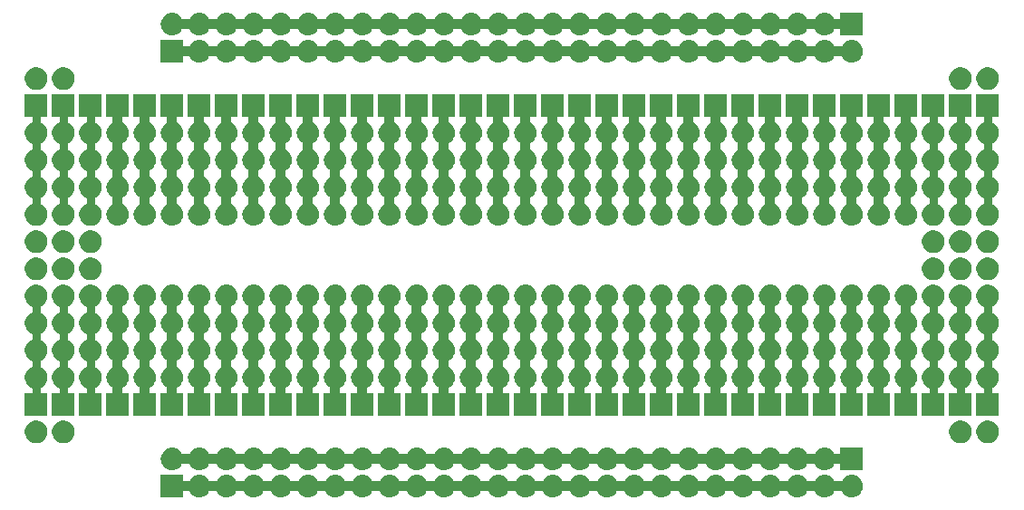
<source format=gbr>
G04 #@! TF.GenerationSoftware,KiCad,Pcbnew,5.0.2+dfsg1-1~bpo9+1*
G04 #@! TF.CreationDate,2022-11-14T20:46:36+01:00*
G04 #@! TF.ProjectId,breadpcb1,62726561-6470-4636-9231-2e6b69636164,rev?*
G04 #@! TF.SameCoordinates,Original*
G04 #@! TF.FileFunction,Soldermask,Bot*
G04 #@! TF.FilePolarity,Negative*
%FSLAX46Y46*%
G04 Gerber Fmt 4.6, Leading zero omitted, Abs format (unit mm)*
G04 Created by KiCad (PCBNEW 5.0.2+dfsg1-1~bpo9+1) date Mo 14 Nov 2022 20:46:36 CET*
%MOMM*%
%LPD*%
G01*
G04 APERTURE LIST*
%ADD10C,0.800000*%
%ADD11C,0.150000*%
%ADD12C,0.100000*%
G04 APERTURE END LIST*
D10*
X182880000Y-87630000D02*
X182880000Y-97790000D01*
X180340000Y-87630000D02*
X180340000Y-97790000D01*
X177800000Y-87376000D02*
X177800000Y-97790000D01*
X182880000Y-69850000D02*
X182880000Y-80010000D01*
X180340000Y-69850000D02*
X180340000Y-80010000D01*
X177800000Y-69850000D02*
X177800000Y-80010000D01*
X99060000Y-87630000D02*
X99060000Y-97790000D01*
X96520000Y-87630000D02*
X96520000Y-97790000D01*
X93980000Y-87630000D02*
X93980000Y-97790000D01*
X99060000Y-69850000D02*
X99060000Y-80010000D01*
X96520000Y-69850000D02*
X96520000Y-80010000D01*
X93980000Y-69850000D02*
X93980000Y-80010000D01*
D11*
G36*
X107696000Y-105029000D02*
X169291000Y-105029000D01*
X169291000Y-105791000D01*
X107696000Y-105791000D01*
X107696000Y-105029000D01*
G37*
X107696000Y-105029000D02*
X169291000Y-105029000D01*
X169291000Y-105791000D01*
X107696000Y-105791000D01*
X107696000Y-105029000D01*
G36*
X107569000Y-102489000D02*
X169164000Y-102489000D01*
X169164000Y-103251000D01*
X107569000Y-103251000D01*
X107569000Y-102489000D01*
G37*
X107569000Y-102489000D02*
X169164000Y-102489000D01*
X169164000Y-103251000D01*
X107569000Y-103251000D01*
X107569000Y-102489000D01*
G36*
X106299000Y-88519000D02*
X106299000Y-96901000D01*
X107061000Y-96901000D01*
X107061000Y-88519000D01*
X106299000Y-88519000D01*
G37*
X106299000Y-88519000D02*
X106299000Y-96901000D01*
X107061000Y-96901000D01*
X107061000Y-88519000D01*
X106299000Y-88519000D01*
G36*
X103759000Y-88519000D02*
X103759000Y-96901000D01*
X104521000Y-96901000D01*
X104521000Y-88519000D01*
X103759000Y-88519000D01*
G37*
X103759000Y-88519000D02*
X103759000Y-96901000D01*
X104521000Y-96901000D01*
X104521000Y-88519000D01*
X103759000Y-88519000D01*
G36*
X101219000Y-88519000D02*
X101219000Y-96901000D01*
X101981000Y-96901000D01*
X101981000Y-88519000D01*
X101219000Y-88519000D01*
G37*
X101219000Y-88519000D02*
X101219000Y-96901000D01*
X101981000Y-96901000D01*
X101981000Y-88519000D01*
X101219000Y-88519000D01*
G36*
X113919000Y-88519000D02*
X113919000Y-96901000D01*
X114681000Y-96901000D01*
X114681000Y-88519000D01*
X113919000Y-88519000D01*
G37*
X113919000Y-88519000D02*
X113919000Y-96901000D01*
X114681000Y-96901000D01*
X114681000Y-88519000D01*
X113919000Y-88519000D01*
G36*
X111379000Y-88519000D02*
X111379000Y-96901000D01*
X112141000Y-96901000D01*
X112141000Y-88519000D01*
X111379000Y-88519000D01*
G37*
X111379000Y-88519000D02*
X111379000Y-96901000D01*
X112141000Y-96901000D01*
X112141000Y-88519000D01*
X111379000Y-88519000D01*
G36*
X108839000Y-88519000D02*
X108839000Y-96901000D01*
X109601000Y-96901000D01*
X109601000Y-88519000D01*
X108839000Y-88519000D01*
G37*
X108839000Y-88519000D02*
X108839000Y-96901000D01*
X109601000Y-96901000D01*
X109601000Y-88519000D01*
X108839000Y-88519000D01*
G36*
X149479000Y-88519000D02*
X149479000Y-96901000D01*
X150241000Y-96901000D01*
X150241000Y-88519000D01*
X149479000Y-88519000D01*
G37*
X149479000Y-88519000D02*
X149479000Y-96901000D01*
X150241000Y-96901000D01*
X150241000Y-88519000D01*
X149479000Y-88519000D01*
G36*
X162179000Y-88519000D02*
X162179000Y-96901000D01*
X162941000Y-96901000D01*
X162941000Y-88519000D01*
X162179000Y-88519000D01*
G37*
X162179000Y-88519000D02*
X162179000Y-96901000D01*
X162941000Y-96901000D01*
X162941000Y-88519000D01*
X162179000Y-88519000D01*
G36*
X169799000Y-88519000D02*
X169799000Y-96901000D01*
X170561000Y-96901000D01*
X170561000Y-88519000D01*
X169799000Y-88519000D01*
G37*
X169799000Y-88519000D02*
X169799000Y-96901000D01*
X170561000Y-96901000D01*
X170561000Y-88519000D01*
X169799000Y-88519000D01*
G36*
X159639000Y-88519000D02*
X159639000Y-96901000D01*
X160401000Y-96901000D01*
X160401000Y-88519000D01*
X159639000Y-88519000D01*
G37*
X159639000Y-88519000D02*
X159639000Y-96901000D01*
X160401000Y-96901000D01*
X160401000Y-88519000D01*
X159639000Y-88519000D01*
G36*
X164719000Y-88519000D02*
X164719000Y-96901000D01*
X165481000Y-96901000D01*
X165481000Y-88519000D01*
X164719000Y-88519000D01*
G37*
X164719000Y-88519000D02*
X164719000Y-96901000D01*
X165481000Y-96901000D01*
X165481000Y-88519000D01*
X164719000Y-88519000D01*
G36*
X167259000Y-88519000D02*
X167259000Y-96901000D01*
X168021000Y-96901000D01*
X168021000Y-88519000D01*
X167259000Y-88519000D01*
G37*
X167259000Y-88519000D02*
X167259000Y-96901000D01*
X168021000Y-96901000D01*
X168021000Y-88519000D01*
X167259000Y-88519000D01*
G36*
X157099000Y-88519000D02*
X157099000Y-96901000D01*
X157861000Y-96901000D01*
X157861000Y-88519000D01*
X157099000Y-88519000D01*
G37*
X157099000Y-88519000D02*
X157099000Y-96901000D01*
X157861000Y-96901000D01*
X157861000Y-88519000D01*
X157099000Y-88519000D01*
G36*
X154559000Y-88519000D02*
X154559000Y-96901000D01*
X155321000Y-96901000D01*
X155321000Y-88519000D01*
X154559000Y-88519000D01*
G37*
X154559000Y-88519000D02*
X154559000Y-96901000D01*
X155321000Y-96901000D01*
X155321000Y-88519000D01*
X154559000Y-88519000D01*
G36*
X152019000Y-88519000D02*
X152019000Y-96901000D01*
X152781000Y-96901000D01*
X152781000Y-88519000D01*
X152019000Y-88519000D01*
G37*
X152019000Y-88519000D02*
X152019000Y-96901000D01*
X152781000Y-96901000D01*
X152781000Y-88519000D01*
X152019000Y-88519000D01*
G36*
X146939000Y-88519000D02*
X146939000Y-96901000D01*
X147701000Y-96901000D01*
X147701000Y-88519000D01*
X146939000Y-88519000D01*
G37*
X146939000Y-88519000D02*
X146939000Y-96901000D01*
X147701000Y-96901000D01*
X147701000Y-88519000D01*
X146939000Y-88519000D01*
G36*
X144399000Y-88519000D02*
X144399000Y-96901000D01*
X145161000Y-96901000D01*
X145161000Y-88519000D01*
X144399000Y-88519000D01*
G37*
X144399000Y-88519000D02*
X144399000Y-96901000D01*
X145161000Y-96901000D01*
X145161000Y-88519000D01*
X144399000Y-88519000D01*
G36*
X174879000Y-88519000D02*
X174879000Y-96901000D01*
X175641000Y-96901000D01*
X175641000Y-88519000D01*
X174879000Y-88519000D01*
G37*
X174879000Y-88519000D02*
X174879000Y-96901000D01*
X175641000Y-96901000D01*
X175641000Y-88519000D01*
X174879000Y-88519000D01*
G36*
X172339000Y-88519000D02*
X172339000Y-96901000D01*
X173101000Y-96901000D01*
X173101000Y-88519000D01*
X172339000Y-88519000D01*
G37*
X172339000Y-88519000D02*
X172339000Y-96901000D01*
X173101000Y-96901000D01*
X173101000Y-88519000D01*
X172339000Y-88519000D01*
G36*
X131699000Y-88519000D02*
X131699000Y-96901000D01*
X132461000Y-96901000D01*
X132461000Y-88519000D01*
X131699000Y-88519000D01*
G37*
X131699000Y-88519000D02*
X131699000Y-96901000D01*
X132461000Y-96901000D01*
X132461000Y-88519000D01*
X131699000Y-88519000D01*
G36*
X129159000Y-88519000D02*
X129159000Y-96901000D01*
X129921000Y-96901000D01*
X129921000Y-88519000D01*
X129159000Y-88519000D01*
G37*
X129159000Y-88519000D02*
X129159000Y-96901000D01*
X129921000Y-96901000D01*
X129921000Y-88519000D01*
X129159000Y-88519000D01*
G36*
X141859000Y-88519000D02*
X141859000Y-96901000D01*
X142621000Y-96901000D01*
X142621000Y-88519000D01*
X141859000Y-88519000D01*
G37*
X141859000Y-88519000D02*
X141859000Y-96901000D01*
X142621000Y-96901000D01*
X142621000Y-88519000D01*
X141859000Y-88519000D01*
G36*
X126619000Y-88519000D02*
X126619000Y-96901000D01*
X127381000Y-96901000D01*
X127381000Y-88519000D01*
X126619000Y-88519000D01*
G37*
X126619000Y-88519000D02*
X126619000Y-96901000D01*
X127381000Y-96901000D01*
X127381000Y-88519000D01*
X126619000Y-88519000D01*
G36*
X139319000Y-88519000D02*
X139319000Y-96901000D01*
X140081000Y-96901000D01*
X140081000Y-88519000D01*
X139319000Y-88519000D01*
G37*
X139319000Y-88519000D02*
X139319000Y-96901000D01*
X140081000Y-96901000D01*
X140081000Y-88519000D01*
X139319000Y-88519000D01*
G36*
X136779000Y-88519000D02*
X136779000Y-96901000D01*
X137541000Y-96901000D01*
X137541000Y-88519000D01*
X136779000Y-88519000D01*
G37*
X136779000Y-88519000D02*
X136779000Y-96901000D01*
X137541000Y-96901000D01*
X137541000Y-88519000D01*
X136779000Y-88519000D01*
G36*
X134239000Y-88519000D02*
X134239000Y-96901000D01*
X135001000Y-96901000D01*
X135001000Y-88519000D01*
X134239000Y-88519000D01*
G37*
X134239000Y-88519000D02*
X134239000Y-96901000D01*
X135001000Y-96901000D01*
X135001000Y-88519000D01*
X134239000Y-88519000D01*
G36*
X124079000Y-88519000D02*
X124079000Y-96901000D01*
X124841000Y-96901000D01*
X124841000Y-88519000D01*
X124079000Y-88519000D01*
G37*
X124079000Y-88519000D02*
X124079000Y-96901000D01*
X124841000Y-96901000D01*
X124841000Y-88519000D01*
X124079000Y-88519000D01*
G36*
X118999000Y-88519000D02*
X118999000Y-96901000D01*
X119761000Y-96901000D01*
X119761000Y-88519000D01*
X118999000Y-88519000D01*
G37*
X118999000Y-88519000D02*
X118999000Y-96901000D01*
X119761000Y-96901000D01*
X119761000Y-88519000D01*
X118999000Y-88519000D01*
G36*
X121539000Y-88519000D02*
X121539000Y-96901000D01*
X122301000Y-96901000D01*
X122301000Y-88519000D01*
X121539000Y-88519000D01*
G37*
X121539000Y-88519000D02*
X121539000Y-96901000D01*
X122301000Y-96901000D01*
X122301000Y-88519000D01*
X121539000Y-88519000D01*
G36*
X116459000Y-88519000D02*
X116459000Y-96901000D01*
X117221000Y-96901000D01*
X117221000Y-88519000D01*
X116459000Y-88519000D01*
G37*
X116459000Y-88519000D02*
X116459000Y-96901000D01*
X117221000Y-96901000D01*
X117221000Y-88519000D01*
X116459000Y-88519000D01*
G36*
X174879000Y-70739000D02*
X174879000Y-79121000D01*
X175641000Y-79121000D01*
X175641000Y-70739000D01*
X174879000Y-70739000D01*
G37*
X174879000Y-70739000D02*
X174879000Y-79121000D01*
X175641000Y-79121000D01*
X175641000Y-70739000D01*
X174879000Y-70739000D01*
G36*
X172339000Y-70739000D02*
X172339000Y-79121000D01*
X173101000Y-79121000D01*
X173101000Y-70739000D01*
X172339000Y-70739000D01*
G37*
X172339000Y-70739000D02*
X172339000Y-79121000D01*
X173101000Y-79121000D01*
X173101000Y-70739000D01*
X172339000Y-70739000D01*
G36*
X169799000Y-70866000D02*
X169799000Y-79248000D01*
X170561000Y-79248000D01*
X170561000Y-70866000D01*
X169799000Y-70866000D01*
G37*
X169799000Y-70866000D02*
X169799000Y-79248000D01*
X170561000Y-79248000D01*
X170561000Y-70866000D01*
X169799000Y-70866000D01*
G36*
X167259000Y-70866000D02*
X167259000Y-79248000D01*
X168021000Y-79248000D01*
X168021000Y-70866000D01*
X167259000Y-70866000D01*
G37*
X167259000Y-70866000D02*
X167259000Y-79248000D01*
X168021000Y-79248000D01*
X168021000Y-70866000D01*
X167259000Y-70866000D01*
G36*
X164719000Y-70866000D02*
X164719000Y-79248000D01*
X165481000Y-79248000D01*
X165481000Y-70866000D01*
X164719000Y-70866000D01*
G37*
X164719000Y-70866000D02*
X164719000Y-79248000D01*
X165481000Y-79248000D01*
X165481000Y-70866000D01*
X164719000Y-70866000D01*
G36*
X162179000Y-70739000D02*
X162179000Y-79121000D01*
X162941000Y-79121000D01*
X162941000Y-70739000D01*
X162179000Y-70739000D01*
G37*
X162179000Y-70739000D02*
X162179000Y-79121000D01*
X162941000Y-79121000D01*
X162941000Y-70739000D01*
X162179000Y-70739000D01*
G36*
X159639000Y-70739000D02*
X159639000Y-79121000D01*
X160401000Y-79121000D01*
X160401000Y-70739000D01*
X159639000Y-70739000D01*
G37*
X159639000Y-70739000D02*
X159639000Y-79121000D01*
X160401000Y-79121000D01*
X160401000Y-70739000D01*
X159639000Y-70739000D01*
G36*
X157099000Y-70739000D02*
X157099000Y-79121000D01*
X157861000Y-79121000D01*
X157861000Y-70739000D01*
X157099000Y-70739000D01*
G37*
X157099000Y-70739000D02*
X157099000Y-79121000D01*
X157861000Y-79121000D01*
X157861000Y-70739000D01*
X157099000Y-70739000D01*
G36*
X154559000Y-70739000D02*
X154559000Y-79121000D01*
X155321000Y-79121000D01*
X155321000Y-70739000D01*
X154559000Y-70739000D01*
G37*
X154559000Y-70739000D02*
X154559000Y-79121000D01*
X155321000Y-79121000D01*
X155321000Y-70739000D01*
X154559000Y-70739000D01*
G36*
X152019000Y-70739000D02*
X152019000Y-79121000D01*
X152781000Y-79121000D01*
X152781000Y-70739000D01*
X152019000Y-70739000D01*
G37*
X152019000Y-70739000D02*
X152019000Y-79121000D01*
X152781000Y-79121000D01*
X152781000Y-70739000D01*
X152019000Y-70739000D01*
G36*
X149479000Y-70739000D02*
X149479000Y-79121000D01*
X150241000Y-79121000D01*
X150241000Y-70739000D01*
X149479000Y-70739000D01*
G37*
X149479000Y-70739000D02*
X149479000Y-79121000D01*
X150241000Y-79121000D01*
X150241000Y-70739000D01*
X149479000Y-70739000D01*
G36*
X146939000Y-70739000D02*
X146939000Y-79121000D01*
X147701000Y-79121000D01*
X147701000Y-70739000D01*
X146939000Y-70739000D01*
G37*
X146939000Y-70739000D02*
X146939000Y-79121000D01*
X147701000Y-79121000D01*
X147701000Y-70739000D01*
X146939000Y-70739000D01*
G36*
X144399000Y-70739000D02*
X144399000Y-79121000D01*
X145161000Y-79121000D01*
X145161000Y-70739000D01*
X144399000Y-70739000D01*
G37*
X144399000Y-70739000D02*
X144399000Y-79121000D01*
X145161000Y-79121000D01*
X145161000Y-70739000D01*
X144399000Y-70739000D01*
G36*
X141859000Y-70739000D02*
X141859000Y-79121000D01*
X142621000Y-79121000D01*
X142621000Y-70739000D01*
X141859000Y-70739000D01*
G37*
X141859000Y-70739000D02*
X141859000Y-79121000D01*
X142621000Y-79121000D01*
X142621000Y-70739000D01*
X141859000Y-70739000D01*
G36*
X139319000Y-70739000D02*
X139319000Y-79121000D01*
X140081000Y-79121000D01*
X140081000Y-70739000D01*
X139319000Y-70739000D01*
G37*
X139319000Y-70739000D02*
X139319000Y-79121000D01*
X140081000Y-79121000D01*
X140081000Y-70739000D01*
X139319000Y-70739000D01*
G36*
X136779000Y-70739000D02*
X136779000Y-79121000D01*
X137541000Y-79121000D01*
X137541000Y-70739000D01*
X136779000Y-70739000D01*
G37*
X136779000Y-70739000D02*
X136779000Y-79121000D01*
X137541000Y-79121000D01*
X137541000Y-70739000D01*
X136779000Y-70739000D01*
G36*
X134239000Y-70739000D02*
X134239000Y-79121000D01*
X135001000Y-79121000D01*
X135001000Y-70739000D01*
X134239000Y-70739000D01*
G37*
X134239000Y-70739000D02*
X134239000Y-79121000D01*
X135001000Y-79121000D01*
X135001000Y-70739000D01*
X134239000Y-70739000D01*
G36*
X131699000Y-70866000D02*
X131699000Y-79248000D01*
X132461000Y-79248000D01*
X132461000Y-70866000D01*
X131699000Y-70866000D01*
G37*
X131699000Y-70866000D02*
X131699000Y-79248000D01*
X132461000Y-79248000D01*
X132461000Y-70866000D01*
X131699000Y-70866000D01*
G36*
X129159000Y-70866000D02*
X129159000Y-79248000D01*
X129921000Y-79248000D01*
X129921000Y-70866000D01*
X129159000Y-70866000D01*
G37*
X129159000Y-70866000D02*
X129159000Y-79248000D01*
X129921000Y-79248000D01*
X129921000Y-70866000D01*
X129159000Y-70866000D01*
G36*
X126619000Y-70739000D02*
X126619000Y-79121000D01*
X127381000Y-79121000D01*
X127381000Y-70739000D01*
X126619000Y-70739000D01*
G37*
X126619000Y-70739000D02*
X126619000Y-79121000D01*
X127381000Y-79121000D01*
X127381000Y-70739000D01*
X126619000Y-70739000D01*
G36*
X124079000Y-70739000D02*
X124079000Y-79121000D01*
X124841000Y-79121000D01*
X124841000Y-70739000D01*
X124079000Y-70739000D01*
G37*
X124079000Y-70739000D02*
X124079000Y-79121000D01*
X124841000Y-79121000D01*
X124841000Y-70739000D01*
X124079000Y-70739000D01*
G36*
X121539000Y-70739000D02*
X121539000Y-79121000D01*
X122301000Y-79121000D01*
X122301000Y-70739000D01*
X121539000Y-70739000D01*
G37*
X121539000Y-70739000D02*
X121539000Y-79121000D01*
X122301000Y-79121000D01*
X122301000Y-70739000D01*
X121539000Y-70739000D01*
G36*
X118999000Y-70866000D02*
X118999000Y-79248000D01*
X119761000Y-79248000D01*
X119761000Y-70866000D01*
X118999000Y-70866000D01*
G37*
X118999000Y-70866000D02*
X118999000Y-79248000D01*
X119761000Y-79248000D01*
X119761000Y-70866000D01*
X118999000Y-70866000D01*
G36*
X116459000Y-70866000D02*
X116459000Y-79248000D01*
X117221000Y-79248000D01*
X117221000Y-70866000D01*
X116459000Y-70866000D01*
G37*
X116459000Y-70866000D02*
X116459000Y-79248000D01*
X117221000Y-79248000D01*
X117221000Y-70866000D01*
X116459000Y-70866000D01*
G36*
X113919000Y-70866000D02*
X113919000Y-79248000D01*
X114681000Y-79248000D01*
X114681000Y-70866000D01*
X113919000Y-70866000D01*
G37*
X113919000Y-70866000D02*
X113919000Y-79248000D01*
X114681000Y-79248000D01*
X114681000Y-70866000D01*
X113919000Y-70866000D01*
G36*
X111379000Y-70739000D02*
X111379000Y-79121000D01*
X112141000Y-79121000D01*
X112141000Y-70739000D01*
X111379000Y-70739000D01*
G37*
X111379000Y-70739000D02*
X111379000Y-79121000D01*
X112141000Y-79121000D01*
X112141000Y-70739000D01*
X111379000Y-70739000D01*
G36*
X108839000Y-70739000D02*
X108839000Y-79121000D01*
X109601000Y-79121000D01*
X109601000Y-70739000D01*
X108839000Y-70739000D01*
G37*
X108839000Y-70739000D02*
X108839000Y-79121000D01*
X109601000Y-79121000D01*
X109601000Y-70739000D01*
X108839000Y-70739000D01*
G36*
X106299000Y-70866000D02*
X106299000Y-79248000D01*
X107061000Y-79248000D01*
X107061000Y-70866000D01*
X106299000Y-70866000D01*
G37*
X106299000Y-70866000D02*
X106299000Y-79248000D01*
X107061000Y-79248000D01*
X107061000Y-70866000D01*
X106299000Y-70866000D01*
G36*
X103759000Y-70739000D02*
X103759000Y-79121000D01*
X104521000Y-79121000D01*
X104521000Y-70739000D01*
X103759000Y-70739000D01*
G37*
X103759000Y-70739000D02*
X103759000Y-79121000D01*
X104521000Y-79121000D01*
X104521000Y-70739000D01*
X103759000Y-70739000D01*
G36*
X101219000Y-70739000D02*
X101219000Y-79375000D01*
X101981000Y-79248000D01*
X101981000Y-70739000D01*
X101219000Y-70739000D01*
G37*
X101219000Y-70739000D02*
X101219000Y-79375000D01*
X101981000Y-79248000D01*
X101981000Y-70739000D01*
X101219000Y-70739000D01*
G36*
X107569000Y-61849000D02*
X169164000Y-61849000D01*
X169164000Y-62611000D01*
X107569000Y-62611000D01*
X107569000Y-61849000D01*
G37*
X107569000Y-61849000D02*
X169164000Y-61849000D01*
X169164000Y-62611000D01*
X107569000Y-62611000D01*
X107569000Y-61849000D01*
G36*
X107696000Y-64389000D02*
X169418000Y-64389000D01*
X169418000Y-65151000D01*
X107696000Y-65151000D01*
X107696000Y-64770000D01*
X107696000Y-64389000D01*
G37*
X107696000Y-64389000D02*
X169418000Y-64389000D01*
X169418000Y-65151000D01*
X107696000Y-65151000D01*
X107696000Y-64770000D01*
X107696000Y-64389000D01*
D12*
G36*
X107730000Y-106460000D02*
X105630000Y-106460000D01*
X105630000Y-104360000D01*
X107730000Y-104360000D01*
X107730000Y-106460000D01*
X107730000Y-106460000D01*
G37*
G36*
X139828707Y-104367596D02*
X139905836Y-104375193D01*
X140037787Y-104415220D01*
X140103763Y-104435233D01*
X140286172Y-104532733D01*
X140446054Y-104663946D01*
X140577267Y-104823828D01*
X140674767Y-105006237D01*
X140674767Y-105006238D01*
X140734807Y-105204164D01*
X140755080Y-105410000D01*
X140734807Y-105615836D01*
X140694780Y-105747787D01*
X140674767Y-105813763D01*
X140577267Y-105996172D01*
X140446054Y-106156054D01*
X140286172Y-106287267D01*
X140103763Y-106384767D01*
X140037787Y-106404780D01*
X139905836Y-106444807D01*
X139828707Y-106452404D01*
X139751580Y-106460000D01*
X139648420Y-106460000D01*
X139571293Y-106452404D01*
X139494164Y-106444807D01*
X139362213Y-106404780D01*
X139296237Y-106384767D01*
X139113828Y-106287267D01*
X138953946Y-106156054D01*
X138822733Y-105996172D01*
X138725233Y-105813763D01*
X138705220Y-105747787D01*
X138665193Y-105615836D01*
X138644920Y-105410000D01*
X138665193Y-105204164D01*
X138725233Y-105006238D01*
X138725233Y-105006237D01*
X138822733Y-104823828D01*
X138953946Y-104663946D01*
X139113828Y-104532733D01*
X139296237Y-104435233D01*
X139362213Y-104415220D01*
X139494164Y-104375193D01*
X139571293Y-104367596D01*
X139648420Y-104360000D01*
X139751580Y-104360000D01*
X139828707Y-104367596D01*
X139828707Y-104367596D01*
G37*
G36*
X170308707Y-104367596D02*
X170385836Y-104375193D01*
X170517787Y-104415220D01*
X170583763Y-104435233D01*
X170766172Y-104532733D01*
X170926054Y-104663946D01*
X171057267Y-104823828D01*
X171154767Y-105006237D01*
X171154767Y-105006238D01*
X171214807Y-105204164D01*
X171235080Y-105410000D01*
X171214807Y-105615836D01*
X171174780Y-105747787D01*
X171154767Y-105813763D01*
X171057267Y-105996172D01*
X170926054Y-106156054D01*
X170766172Y-106287267D01*
X170583763Y-106384767D01*
X170517787Y-106404780D01*
X170385836Y-106444807D01*
X170308707Y-106452404D01*
X170231580Y-106460000D01*
X170128420Y-106460000D01*
X170051293Y-106452404D01*
X169974164Y-106444807D01*
X169842213Y-106404780D01*
X169776237Y-106384767D01*
X169593828Y-106287267D01*
X169433946Y-106156054D01*
X169302733Y-105996172D01*
X169205233Y-105813763D01*
X169185220Y-105747787D01*
X169145193Y-105615836D01*
X169124920Y-105410000D01*
X169145193Y-105204164D01*
X169205233Y-105006238D01*
X169205233Y-105006237D01*
X169302733Y-104823828D01*
X169433946Y-104663946D01*
X169593828Y-104532733D01*
X169776237Y-104435233D01*
X169842213Y-104415220D01*
X169974164Y-104375193D01*
X170051293Y-104367596D01*
X170128420Y-104360000D01*
X170231580Y-104360000D01*
X170308707Y-104367596D01*
X170308707Y-104367596D01*
G37*
G36*
X165228707Y-104367596D02*
X165305836Y-104375193D01*
X165437787Y-104415220D01*
X165503763Y-104435233D01*
X165686172Y-104532733D01*
X165846054Y-104663946D01*
X165977267Y-104823828D01*
X166074767Y-105006237D01*
X166074767Y-105006238D01*
X166134807Y-105204164D01*
X166155080Y-105410000D01*
X166134807Y-105615836D01*
X166094780Y-105747787D01*
X166074767Y-105813763D01*
X165977267Y-105996172D01*
X165846054Y-106156054D01*
X165686172Y-106287267D01*
X165503763Y-106384767D01*
X165437787Y-106404780D01*
X165305836Y-106444807D01*
X165228707Y-106452404D01*
X165151580Y-106460000D01*
X165048420Y-106460000D01*
X164971293Y-106452404D01*
X164894164Y-106444807D01*
X164762213Y-106404780D01*
X164696237Y-106384767D01*
X164513828Y-106287267D01*
X164353946Y-106156054D01*
X164222733Y-105996172D01*
X164125233Y-105813763D01*
X164105220Y-105747787D01*
X164065193Y-105615836D01*
X164044920Y-105410000D01*
X164065193Y-105204164D01*
X164125233Y-105006238D01*
X164125233Y-105006237D01*
X164222733Y-104823828D01*
X164353946Y-104663946D01*
X164513828Y-104532733D01*
X164696237Y-104435233D01*
X164762213Y-104415220D01*
X164894164Y-104375193D01*
X164971293Y-104367596D01*
X165048420Y-104360000D01*
X165151580Y-104360000D01*
X165228707Y-104367596D01*
X165228707Y-104367596D01*
G37*
G36*
X162688707Y-104367596D02*
X162765836Y-104375193D01*
X162897787Y-104415220D01*
X162963763Y-104435233D01*
X163146172Y-104532733D01*
X163306054Y-104663946D01*
X163437267Y-104823828D01*
X163534767Y-105006237D01*
X163534767Y-105006238D01*
X163594807Y-105204164D01*
X163615080Y-105410000D01*
X163594807Y-105615836D01*
X163554780Y-105747787D01*
X163534767Y-105813763D01*
X163437267Y-105996172D01*
X163306054Y-106156054D01*
X163146172Y-106287267D01*
X162963763Y-106384767D01*
X162897787Y-106404780D01*
X162765836Y-106444807D01*
X162688707Y-106452404D01*
X162611580Y-106460000D01*
X162508420Y-106460000D01*
X162431293Y-106452404D01*
X162354164Y-106444807D01*
X162222213Y-106404780D01*
X162156237Y-106384767D01*
X161973828Y-106287267D01*
X161813946Y-106156054D01*
X161682733Y-105996172D01*
X161585233Y-105813763D01*
X161565220Y-105747787D01*
X161525193Y-105615836D01*
X161504920Y-105410000D01*
X161525193Y-105204164D01*
X161585233Y-105006238D01*
X161585233Y-105006237D01*
X161682733Y-104823828D01*
X161813946Y-104663946D01*
X161973828Y-104532733D01*
X162156237Y-104435233D01*
X162222213Y-104415220D01*
X162354164Y-104375193D01*
X162431293Y-104367596D01*
X162508420Y-104360000D01*
X162611580Y-104360000D01*
X162688707Y-104367596D01*
X162688707Y-104367596D01*
G37*
G36*
X160148707Y-104367596D02*
X160225836Y-104375193D01*
X160357787Y-104415220D01*
X160423763Y-104435233D01*
X160606172Y-104532733D01*
X160766054Y-104663946D01*
X160897267Y-104823828D01*
X160994767Y-105006237D01*
X160994767Y-105006238D01*
X161054807Y-105204164D01*
X161075080Y-105410000D01*
X161054807Y-105615836D01*
X161014780Y-105747787D01*
X160994767Y-105813763D01*
X160897267Y-105996172D01*
X160766054Y-106156054D01*
X160606172Y-106287267D01*
X160423763Y-106384767D01*
X160357787Y-106404780D01*
X160225836Y-106444807D01*
X160148707Y-106452404D01*
X160071580Y-106460000D01*
X159968420Y-106460000D01*
X159891293Y-106452404D01*
X159814164Y-106444807D01*
X159682213Y-106404780D01*
X159616237Y-106384767D01*
X159433828Y-106287267D01*
X159273946Y-106156054D01*
X159142733Y-105996172D01*
X159045233Y-105813763D01*
X159025220Y-105747787D01*
X158985193Y-105615836D01*
X158964920Y-105410000D01*
X158985193Y-105204164D01*
X159045233Y-105006238D01*
X159045233Y-105006237D01*
X159142733Y-104823828D01*
X159273946Y-104663946D01*
X159433828Y-104532733D01*
X159616237Y-104435233D01*
X159682213Y-104415220D01*
X159814164Y-104375193D01*
X159891293Y-104367596D01*
X159968420Y-104360000D01*
X160071580Y-104360000D01*
X160148707Y-104367596D01*
X160148707Y-104367596D01*
G37*
G36*
X157608707Y-104367596D02*
X157685836Y-104375193D01*
X157817787Y-104415220D01*
X157883763Y-104435233D01*
X158066172Y-104532733D01*
X158226054Y-104663946D01*
X158357267Y-104823828D01*
X158454767Y-105006237D01*
X158454767Y-105006238D01*
X158514807Y-105204164D01*
X158535080Y-105410000D01*
X158514807Y-105615836D01*
X158474780Y-105747787D01*
X158454767Y-105813763D01*
X158357267Y-105996172D01*
X158226054Y-106156054D01*
X158066172Y-106287267D01*
X157883763Y-106384767D01*
X157817787Y-106404780D01*
X157685836Y-106444807D01*
X157608707Y-106452404D01*
X157531580Y-106460000D01*
X157428420Y-106460000D01*
X157351293Y-106452404D01*
X157274164Y-106444807D01*
X157142213Y-106404780D01*
X157076237Y-106384767D01*
X156893828Y-106287267D01*
X156733946Y-106156054D01*
X156602733Y-105996172D01*
X156505233Y-105813763D01*
X156485220Y-105747787D01*
X156445193Y-105615836D01*
X156424920Y-105410000D01*
X156445193Y-105204164D01*
X156505233Y-105006238D01*
X156505233Y-105006237D01*
X156602733Y-104823828D01*
X156733946Y-104663946D01*
X156893828Y-104532733D01*
X157076237Y-104435233D01*
X157142213Y-104415220D01*
X157274164Y-104375193D01*
X157351293Y-104367596D01*
X157428420Y-104360000D01*
X157531580Y-104360000D01*
X157608707Y-104367596D01*
X157608707Y-104367596D01*
G37*
G36*
X155068707Y-104367596D02*
X155145836Y-104375193D01*
X155277787Y-104415220D01*
X155343763Y-104435233D01*
X155526172Y-104532733D01*
X155686054Y-104663946D01*
X155817267Y-104823828D01*
X155914767Y-105006237D01*
X155914767Y-105006238D01*
X155974807Y-105204164D01*
X155995080Y-105410000D01*
X155974807Y-105615836D01*
X155934780Y-105747787D01*
X155914767Y-105813763D01*
X155817267Y-105996172D01*
X155686054Y-106156054D01*
X155526172Y-106287267D01*
X155343763Y-106384767D01*
X155277787Y-106404780D01*
X155145836Y-106444807D01*
X155068707Y-106452404D01*
X154991580Y-106460000D01*
X154888420Y-106460000D01*
X154811293Y-106452404D01*
X154734164Y-106444807D01*
X154602213Y-106404780D01*
X154536237Y-106384767D01*
X154353828Y-106287267D01*
X154193946Y-106156054D01*
X154062733Y-105996172D01*
X153965233Y-105813763D01*
X153945220Y-105747787D01*
X153905193Y-105615836D01*
X153884920Y-105410000D01*
X153905193Y-105204164D01*
X153965233Y-105006238D01*
X153965233Y-105006237D01*
X154062733Y-104823828D01*
X154193946Y-104663946D01*
X154353828Y-104532733D01*
X154536237Y-104435233D01*
X154602213Y-104415220D01*
X154734164Y-104375193D01*
X154811293Y-104367596D01*
X154888420Y-104360000D01*
X154991580Y-104360000D01*
X155068707Y-104367596D01*
X155068707Y-104367596D01*
G37*
G36*
X152528707Y-104367596D02*
X152605836Y-104375193D01*
X152737787Y-104415220D01*
X152803763Y-104435233D01*
X152986172Y-104532733D01*
X153146054Y-104663946D01*
X153277267Y-104823828D01*
X153374767Y-105006237D01*
X153374767Y-105006238D01*
X153434807Y-105204164D01*
X153455080Y-105410000D01*
X153434807Y-105615836D01*
X153394780Y-105747787D01*
X153374767Y-105813763D01*
X153277267Y-105996172D01*
X153146054Y-106156054D01*
X152986172Y-106287267D01*
X152803763Y-106384767D01*
X152737787Y-106404780D01*
X152605836Y-106444807D01*
X152528707Y-106452404D01*
X152451580Y-106460000D01*
X152348420Y-106460000D01*
X152271293Y-106452404D01*
X152194164Y-106444807D01*
X152062213Y-106404780D01*
X151996237Y-106384767D01*
X151813828Y-106287267D01*
X151653946Y-106156054D01*
X151522733Y-105996172D01*
X151425233Y-105813763D01*
X151405220Y-105747787D01*
X151365193Y-105615836D01*
X151344920Y-105410000D01*
X151365193Y-105204164D01*
X151425233Y-105006238D01*
X151425233Y-105006237D01*
X151522733Y-104823828D01*
X151653946Y-104663946D01*
X151813828Y-104532733D01*
X151996237Y-104435233D01*
X152062213Y-104415220D01*
X152194164Y-104375193D01*
X152271293Y-104367596D01*
X152348420Y-104360000D01*
X152451580Y-104360000D01*
X152528707Y-104367596D01*
X152528707Y-104367596D01*
G37*
G36*
X149988707Y-104367596D02*
X150065836Y-104375193D01*
X150197787Y-104415220D01*
X150263763Y-104435233D01*
X150446172Y-104532733D01*
X150606054Y-104663946D01*
X150737267Y-104823828D01*
X150834767Y-105006237D01*
X150834767Y-105006238D01*
X150894807Y-105204164D01*
X150915080Y-105410000D01*
X150894807Y-105615836D01*
X150854780Y-105747787D01*
X150834767Y-105813763D01*
X150737267Y-105996172D01*
X150606054Y-106156054D01*
X150446172Y-106287267D01*
X150263763Y-106384767D01*
X150197787Y-106404780D01*
X150065836Y-106444807D01*
X149988707Y-106452404D01*
X149911580Y-106460000D01*
X149808420Y-106460000D01*
X149731293Y-106452404D01*
X149654164Y-106444807D01*
X149522213Y-106404780D01*
X149456237Y-106384767D01*
X149273828Y-106287267D01*
X149113946Y-106156054D01*
X148982733Y-105996172D01*
X148885233Y-105813763D01*
X148865220Y-105747787D01*
X148825193Y-105615836D01*
X148804920Y-105410000D01*
X148825193Y-105204164D01*
X148885233Y-105006238D01*
X148885233Y-105006237D01*
X148982733Y-104823828D01*
X149113946Y-104663946D01*
X149273828Y-104532733D01*
X149456237Y-104435233D01*
X149522213Y-104415220D01*
X149654164Y-104375193D01*
X149731293Y-104367596D01*
X149808420Y-104360000D01*
X149911580Y-104360000D01*
X149988707Y-104367596D01*
X149988707Y-104367596D01*
G37*
G36*
X147448707Y-104367596D02*
X147525836Y-104375193D01*
X147657787Y-104415220D01*
X147723763Y-104435233D01*
X147906172Y-104532733D01*
X148066054Y-104663946D01*
X148197267Y-104823828D01*
X148294767Y-105006237D01*
X148294767Y-105006238D01*
X148354807Y-105204164D01*
X148375080Y-105410000D01*
X148354807Y-105615836D01*
X148314780Y-105747787D01*
X148294767Y-105813763D01*
X148197267Y-105996172D01*
X148066054Y-106156054D01*
X147906172Y-106287267D01*
X147723763Y-106384767D01*
X147657787Y-106404780D01*
X147525836Y-106444807D01*
X147448707Y-106452404D01*
X147371580Y-106460000D01*
X147268420Y-106460000D01*
X147191293Y-106452404D01*
X147114164Y-106444807D01*
X146982213Y-106404780D01*
X146916237Y-106384767D01*
X146733828Y-106287267D01*
X146573946Y-106156054D01*
X146442733Y-105996172D01*
X146345233Y-105813763D01*
X146325220Y-105747787D01*
X146285193Y-105615836D01*
X146264920Y-105410000D01*
X146285193Y-105204164D01*
X146345233Y-105006238D01*
X146345233Y-105006237D01*
X146442733Y-104823828D01*
X146573946Y-104663946D01*
X146733828Y-104532733D01*
X146916237Y-104435233D01*
X146982213Y-104415220D01*
X147114164Y-104375193D01*
X147191293Y-104367596D01*
X147268420Y-104360000D01*
X147371580Y-104360000D01*
X147448707Y-104367596D01*
X147448707Y-104367596D01*
G37*
G36*
X144908707Y-104367596D02*
X144985836Y-104375193D01*
X145117787Y-104415220D01*
X145183763Y-104435233D01*
X145366172Y-104532733D01*
X145526054Y-104663946D01*
X145657267Y-104823828D01*
X145754767Y-105006237D01*
X145754767Y-105006238D01*
X145814807Y-105204164D01*
X145835080Y-105410000D01*
X145814807Y-105615836D01*
X145774780Y-105747787D01*
X145754767Y-105813763D01*
X145657267Y-105996172D01*
X145526054Y-106156054D01*
X145366172Y-106287267D01*
X145183763Y-106384767D01*
X145117787Y-106404780D01*
X144985836Y-106444807D01*
X144908707Y-106452404D01*
X144831580Y-106460000D01*
X144728420Y-106460000D01*
X144651293Y-106452404D01*
X144574164Y-106444807D01*
X144442213Y-106404780D01*
X144376237Y-106384767D01*
X144193828Y-106287267D01*
X144033946Y-106156054D01*
X143902733Y-105996172D01*
X143805233Y-105813763D01*
X143785220Y-105747787D01*
X143745193Y-105615836D01*
X143724920Y-105410000D01*
X143745193Y-105204164D01*
X143805233Y-105006238D01*
X143805233Y-105006237D01*
X143902733Y-104823828D01*
X144033946Y-104663946D01*
X144193828Y-104532733D01*
X144376237Y-104435233D01*
X144442213Y-104415220D01*
X144574164Y-104375193D01*
X144651293Y-104367596D01*
X144728420Y-104360000D01*
X144831580Y-104360000D01*
X144908707Y-104367596D01*
X144908707Y-104367596D01*
G37*
G36*
X142368707Y-104367596D02*
X142445836Y-104375193D01*
X142577787Y-104415220D01*
X142643763Y-104435233D01*
X142826172Y-104532733D01*
X142986054Y-104663946D01*
X143117267Y-104823828D01*
X143214767Y-105006237D01*
X143214767Y-105006238D01*
X143274807Y-105204164D01*
X143295080Y-105410000D01*
X143274807Y-105615836D01*
X143234780Y-105747787D01*
X143214767Y-105813763D01*
X143117267Y-105996172D01*
X142986054Y-106156054D01*
X142826172Y-106287267D01*
X142643763Y-106384767D01*
X142577787Y-106404780D01*
X142445836Y-106444807D01*
X142368707Y-106452404D01*
X142291580Y-106460000D01*
X142188420Y-106460000D01*
X142111293Y-106452404D01*
X142034164Y-106444807D01*
X141902213Y-106404780D01*
X141836237Y-106384767D01*
X141653828Y-106287267D01*
X141493946Y-106156054D01*
X141362733Y-105996172D01*
X141265233Y-105813763D01*
X141245220Y-105747787D01*
X141205193Y-105615836D01*
X141184920Y-105410000D01*
X141205193Y-105204164D01*
X141265233Y-105006238D01*
X141265233Y-105006237D01*
X141362733Y-104823828D01*
X141493946Y-104663946D01*
X141653828Y-104532733D01*
X141836237Y-104435233D01*
X141902213Y-104415220D01*
X142034164Y-104375193D01*
X142111293Y-104367596D01*
X142188420Y-104360000D01*
X142291580Y-104360000D01*
X142368707Y-104367596D01*
X142368707Y-104367596D01*
G37*
G36*
X167768707Y-104367596D02*
X167845836Y-104375193D01*
X167977787Y-104415220D01*
X168043763Y-104435233D01*
X168226172Y-104532733D01*
X168386054Y-104663946D01*
X168517267Y-104823828D01*
X168614767Y-105006237D01*
X168614767Y-105006238D01*
X168674807Y-105204164D01*
X168695080Y-105410000D01*
X168674807Y-105615836D01*
X168634780Y-105747787D01*
X168614767Y-105813763D01*
X168517267Y-105996172D01*
X168386054Y-106156054D01*
X168226172Y-106287267D01*
X168043763Y-106384767D01*
X167977787Y-106404780D01*
X167845836Y-106444807D01*
X167768707Y-106452404D01*
X167691580Y-106460000D01*
X167588420Y-106460000D01*
X167511293Y-106452404D01*
X167434164Y-106444807D01*
X167302213Y-106404780D01*
X167236237Y-106384767D01*
X167053828Y-106287267D01*
X166893946Y-106156054D01*
X166762733Y-105996172D01*
X166665233Y-105813763D01*
X166645220Y-105747787D01*
X166605193Y-105615836D01*
X166584920Y-105410000D01*
X166605193Y-105204164D01*
X166665233Y-105006238D01*
X166665233Y-105006237D01*
X166762733Y-104823828D01*
X166893946Y-104663946D01*
X167053828Y-104532733D01*
X167236237Y-104435233D01*
X167302213Y-104415220D01*
X167434164Y-104375193D01*
X167511293Y-104367596D01*
X167588420Y-104360000D01*
X167691580Y-104360000D01*
X167768707Y-104367596D01*
X167768707Y-104367596D01*
G37*
G36*
X134748707Y-104367596D02*
X134825836Y-104375193D01*
X134957787Y-104415220D01*
X135023763Y-104435233D01*
X135206172Y-104532733D01*
X135366054Y-104663946D01*
X135497267Y-104823828D01*
X135594767Y-105006237D01*
X135594767Y-105006238D01*
X135654807Y-105204164D01*
X135675080Y-105410000D01*
X135654807Y-105615836D01*
X135614780Y-105747787D01*
X135594767Y-105813763D01*
X135497267Y-105996172D01*
X135366054Y-106156054D01*
X135206172Y-106287267D01*
X135023763Y-106384767D01*
X134957787Y-106404780D01*
X134825836Y-106444807D01*
X134748707Y-106452404D01*
X134671580Y-106460000D01*
X134568420Y-106460000D01*
X134491293Y-106452404D01*
X134414164Y-106444807D01*
X134282213Y-106404780D01*
X134216237Y-106384767D01*
X134033828Y-106287267D01*
X133873946Y-106156054D01*
X133742733Y-105996172D01*
X133645233Y-105813763D01*
X133625220Y-105747787D01*
X133585193Y-105615836D01*
X133564920Y-105410000D01*
X133585193Y-105204164D01*
X133645233Y-105006238D01*
X133645233Y-105006237D01*
X133742733Y-104823828D01*
X133873946Y-104663946D01*
X134033828Y-104532733D01*
X134216237Y-104435233D01*
X134282213Y-104415220D01*
X134414164Y-104375193D01*
X134491293Y-104367596D01*
X134568420Y-104360000D01*
X134671580Y-104360000D01*
X134748707Y-104367596D01*
X134748707Y-104367596D01*
G37*
G36*
X137288707Y-104367596D02*
X137365836Y-104375193D01*
X137497787Y-104415220D01*
X137563763Y-104435233D01*
X137746172Y-104532733D01*
X137906054Y-104663946D01*
X138037267Y-104823828D01*
X138134767Y-105006237D01*
X138134767Y-105006238D01*
X138194807Y-105204164D01*
X138215080Y-105410000D01*
X138194807Y-105615836D01*
X138154780Y-105747787D01*
X138134767Y-105813763D01*
X138037267Y-105996172D01*
X137906054Y-106156054D01*
X137746172Y-106287267D01*
X137563763Y-106384767D01*
X137497787Y-106404780D01*
X137365836Y-106444807D01*
X137288707Y-106452404D01*
X137211580Y-106460000D01*
X137108420Y-106460000D01*
X137031293Y-106452404D01*
X136954164Y-106444807D01*
X136822213Y-106404780D01*
X136756237Y-106384767D01*
X136573828Y-106287267D01*
X136413946Y-106156054D01*
X136282733Y-105996172D01*
X136185233Y-105813763D01*
X136165220Y-105747787D01*
X136125193Y-105615836D01*
X136104920Y-105410000D01*
X136125193Y-105204164D01*
X136185233Y-105006238D01*
X136185233Y-105006237D01*
X136282733Y-104823828D01*
X136413946Y-104663946D01*
X136573828Y-104532733D01*
X136756237Y-104435233D01*
X136822213Y-104415220D01*
X136954164Y-104375193D01*
X137031293Y-104367596D01*
X137108420Y-104360000D01*
X137211580Y-104360000D01*
X137288707Y-104367596D01*
X137288707Y-104367596D01*
G37*
G36*
X109348707Y-104367596D02*
X109425836Y-104375193D01*
X109557787Y-104415220D01*
X109623763Y-104435233D01*
X109806172Y-104532733D01*
X109966054Y-104663946D01*
X110097267Y-104823828D01*
X110194767Y-105006237D01*
X110194767Y-105006238D01*
X110254807Y-105204164D01*
X110275080Y-105410000D01*
X110254807Y-105615836D01*
X110214780Y-105747787D01*
X110194767Y-105813763D01*
X110097267Y-105996172D01*
X109966054Y-106156054D01*
X109806172Y-106287267D01*
X109623763Y-106384767D01*
X109557787Y-106404780D01*
X109425836Y-106444807D01*
X109348707Y-106452404D01*
X109271580Y-106460000D01*
X109168420Y-106460000D01*
X109091293Y-106452404D01*
X109014164Y-106444807D01*
X108882213Y-106404780D01*
X108816237Y-106384767D01*
X108633828Y-106287267D01*
X108473946Y-106156054D01*
X108342733Y-105996172D01*
X108245233Y-105813763D01*
X108225220Y-105747787D01*
X108185193Y-105615836D01*
X108164920Y-105410000D01*
X108185193Y-105204164D01*
X108245233Y-105006238D01*
X108245233Y-105006237D01*
X108342733Y-104823828D01*
X108473946Y-104663946D01*
X108633828Y-104532733D01*
X108816237Y-104435233D01*
X108882213Y-104415220D01*
X109014164Y-104375193D01*
X109091293Y-104367596D01*
X109168420Y-104360000D01*
X109271580Y-104360000D01*
X109348707Y-104367596D01*
X109348707Y-104367596D01*
G37*
G36*
X111888707Y-104367596D02*
X111965836Y-104375193D01*
X112097787Y-104415220D01*
X112163763Y-104435233D01*
X112346172Y-104532733D01*
X112506054Y-104663946D01*
X112637267Y-104823828D01*
X112734767Y-105006237D01*
X112734767Y-105006238D01*
X112794807Y-105204164D01*
X112815080Y-105410000D01*
X112794807Y-105615836D01*
X112754780Y-105747787D01*
X112734767Y-105813763D01*
X112637267Y-105996172D01*
X112506054Y-106156054D01*
X112346172Y-106287267D01*
X112163763Y-106384767D01*
X112097787Y-106404780D01*
X111965836Y-106444807D01*
X111888707Y-106452404D01*
X111811580Y-106460000D01*
X111708420Y-106460000D01*
X111631293Y-106452404D01*
X111554164Y-106444807D01*
X111422213Y-106404780D01*
X111356237Y-106384767D01*
X111173828Y-106287267D01*
X111013946Y-106156054D01*
X110882733Y-105996172D01*
X110785233Y-105813763D01*
X110765220Y-105747787D01*
X110725193Y-105615836D01*
X110704920Y-105410000D01*
X110725193Y-105204164D01*
X110785233Y-105006238D01*
X110785233Y-105006237D01*
X110882733Y-104823828D01*
X111013946Y-104663946D01*
X111173828Y-104532733D01*
X111356237Y-104435233D01*
X111422213Y-104415220D01*
X111554164Y-104375193D01*
X111631293Y-104367596D01*
X111708420Y-104360000D01*
X111811580Y-104360000D01*
X111888707Y-104367596D01*
X111888707Y-104367596D01*
G37*
G36*
X114428707Y-104367596D02*
X114505836Y-104375193D01*
X114637787Y-104415220D01*
X114703763Y-104435233D01*
X114886172Y-104532733D01*
X115046054Y-104663946D01*
X115177267Y-104823828D01*
X115274767Y-105006237D01*
X115274767Y-105006238D01*
X115334807Y-105204164D01*
X115355080Y-105410000D01*
X115334807Y-105615836D01*
X115294780Y-105747787D01*
X115274767Y-105813763D01*
X115177267Y-105996172D01*
X115046054Y-106156054D01*
X114886172Y-106287267D01*
X114703763Y-106384767D01*
X114637787Y-106404780D01*
X114505836Y-106444807D01*
X114428707Y-106452404D01*
X114351580Y-106460000D01*
X114248420Y-106460000D01*
X114171293Y-106452404D01*
X114094164Y-106444807D01*
X113962213Y-106404780D01*
X113896237Y-106384767D01*
X113713828Y-106287267D01*
X113553946Y-106156054D01*
X113422733Y-105996172D01*
X113325233Y-105813763D01*
X113305220Y-105747787D01*
X113265193Y-105615836D01*
X113244920Y-105410000D01*
X113265193Y-105204164D01*
X113325233Y-105006238D01*
X113325233Y-105006237D01*
X113422733Y-104823828D01*
X113553946Y-104663946D01*
X113713828Y-104532733D01*
X113896237Y-104435233D01*
X113962213Y-104415220D01*
X114094164Y-104375193D01*
X114171293Y-104367596D01*
X114248420Y-104360000D01*
X114351580Y-104360000D01*
X114428707Y-104367596D01*
X114428707Y-104367596D01*
G37*
G36*
X116968707Y-104367596D02*
X117045836Y-104375193D01*
X117177787Y-104415220D01*
X117243763Y-104435233D01*
X117426172Y-104532733D01*
X117586054Y-104663946D01*
X117717267Y-104823828D01*
X117814767Y-105006237D01*
X117814767Y-105006238D01*
X117874807Y-105204164D01*
X117895080Y-105410000D01*
X117874807Y-105615836D01*
X117834780Y-105747787D01*
X117814767Y-105813763D01*
X117717267Y-105996172D01*
X117586054Y-106156054D01*
X117426172Y-106287267D01*
X117243763Y-106384767D01*
X117177787Y-106404780D01*
X117045836Y-106444807D01*
X116968707Y-106452404D01*
X116891580Y-106460000D01*
X116788420Y-106460000D01*
X116711293Y-106452404D01*
X116634164Y-106444807D01*
X116502213Y-106404780D01*
X116436237Y-106384767D01*
X116253828Y-106287267D01*
X116093946Y-106156054D01*
X115962733Y-105996172D01*
X115865233Y-105813763D01*
X115845220Y-105747787D01*
X115805193Y-105615836D01*
X115784920Y-105410000D01*
X115805193Y-105204164D01*
X115865233Y-105006238D01*
X115865233Y-105006237D01*
X115962733Y-104823828D01*
X116093946Y-104663946D01*
X116253828Y-104532733D01*
X116436237Y-104435233D01*
X116502213Y-104415220D01*
X116634164Y-104375193D01*
X116711293Y-104367596D01*
X116788420Y-104360000D01*
X116891580Y-104360000D01*
X116968707Y-104367596D01*
X116968707Y-104367596D01*
G37*
G36*
X119508707Y-104367596D02*
X119585836Y-104375193D01*
X119717787Y-104415220D01*
X119783763Y-104435233D01*
X119966172Y-104532733D01*
X120126054Y-104663946D01*
X120257267Y-104823828D01*
X120354767Y-105006237D01*
X120354767Y-105006238D01*
X120414807Y-105204164D01*
X120435080Y-105410000D01*
X120414807Y-105615836D01*
X120374780Y-105747787D01*
X120354767Y-105813763D01*
X120257267Y-105996172D01*
X120126054Y-106156054D01*
X119966172Y-106287267D01*
X119783763Y-106384767D01*
X119717787Y-106404780D01*
X119585836Y-106444807D01*
X119508707Y-106452404D01*
X119431580Y-106460000D01*
X119328420Y-106460000D01*
X119251293Y-106452404D01*
X119174164Y-106444807D01*
X119042213Y-106404780D01*
X118976237Y-106384767D01*
X118793828Y-106287267D01*
X118633946Y-106156054D01*
X118502733Y-105996172D01*
X118405233Y-105813763D01*
X118385220Y-105747787D01*
X118345193Y-105615836D01*
X118324920Y-105410000D01*
X118345193Y-105204164D01*
X118405233Y-105006238D01*
X118405233Y-105006237D01*
X118502733Y-104823828D01*
X118633946Y-104663946D01*
X118793828Y-104532733D01*
X118976237Y-104435233D01*
X119042213Y-104415220D01*
X119174164Y-104375193D01*
X119251293Y-104367596D01*
X119328420Y-104360000D01*
X119431580Y-104360000D01*
X119508707Y-104367596D01*
X119508707Y-104367596D01*
G37*
G36*
X122048707Y-104367596D02*
X122125836Y-104375193D01*
X122257787Y-104415220D01*
X122323763Y-104435233D01*
X122506172Y-104532733D01*
X122666054Y-104663946D01*
X122797267Y-104823828D01*
X122894767Y-105006237D01*
X122894767Y-105006238D01*
X122954807Y-105204164D01*
X122975080Y-105410000D01*
X122954807Y-105615836D01*
X122914780Y-105747787D01*
X122894767Y-105813763D01*
X122797267Y-105996172D01*
X122666054Y-106156054D01*
X122506172Y-106287267D01*
X122323763Y-106384767D01*
X122257787Y-106404780D01*
X122125836Y-106444807D01*
X122048707Y-106452404D01*
X121971580Y-106460000D01*
X121868420Y-106460000D01*
X121791293Y-106452404D01*
X121714164Y-106444807D01*
X121582213Y-106404780D01*
X121516237Y-106384767D01*
X121333828Y-106287267D01*
X121173946Y-106156054D01*
X121042733Y-105996172D01*
X120945233Y-105813763D01*
X120925220Y-105747787D01*
X120885193Y-105615836D01*
X120864920Y-105410000D01*
X120885193Y-105204164D01*
X120945233Y-105006238D01*
X120945233Y-105006237D01*
X121042733Y-104823828D01*
X121173946Y-104663946D01*
X121333828Y-104532733D01*
X121516237Y-104435233D01*
X121582213Y-104415220D01*
X121714164Y-104375193D01*
X121791293Y-104367596D01*
X121868420Y-104360000D01*
X121971580Y-104360000D01*
X122048707Y-104367596D01*
X122048707Y-104367596D01*
G37*
G36*
X124588707Y-104367596D02*
X124665836Y-104375193D01*
X124797787Y-104415220D01*
X124863763Y-104435233D01*
X125046172Y-104532733D01*
X125206054Y-104663946D01*
X125337267Y-104823828D01*
X125434767Y-105006237D01*
X125434767Y-105006238D01*
X125494807Y-105204164D01*
X125515080Y-105410000D01*
X125494807Y-105615836D01*
X125454780Y-105747787D01*
X125434767Y-105813763D01*
X125337267Y-105996172D01*
X125206054Y-106156054D01*
X125046172Y-106287267D01*
X124863763Y-106384767D01*
X124797787Y-106404780D01*
X124665836Y-106444807D01*
X124588707Y-106452404D01*
X124511580Y-106460000D01*
X124408420Y-106460000D01*
X124331293Y-106452404D01*
X124254164Y-106444807D01*
X124122213Y-106404780D01*
X124056237Y-106384767D01*
X123873828Y-106287267D01*
X123713946Y-106156054D01*
X123582733Y-105996172D01*
X123485233Y-105813763D01*
X123465220Y-105747787D01*
X123425193Y-105615836D01*
X123404920Y-105410000D01*
X123425193Y-105204164D01*
X123485233Y-105006238D01*
X123485233Y-105006237D01*
X123582733Y-104823828D01*
X123713946Y-104663946D01*
X123873828Y-104532733D01*
X124056237Y-104435233D01*
X124122213Y-104415220D01*
X124254164Y-104375193D01*
X124331293Y-104367596D01*
X124408420Y-104360000D01*
X124511580Y-104360000D01*
X124588707Y-104367596D01*
X124588707Y-104367596D01*
G37*
G36*
X127128707Y-104367596D02*
X127205836Y-104375193D01*
X127337787Y-104415220D01*
X127403763Y-104435233D01*
X127586172Y-104532733D01*
X127746054Y-104663946D01*
X127877267Y-104823828D01*
X127974767Y-105006237D01*
X127974767Y-105006238D01*
X128034807Y-105204164D01*
X128055080Y-105410000D01*
X128034807Y-105615836D01*
X127994780Y-105747787D01*
X127974767Y-105813763D01*
X127877267Y-105996172D01*
X127746054Y-106156054D01*
X127586172Y-106287267D01*
X127403763Y-106384767D01*
X127337787Y-106404780D01*
X127205836Y-106444807D01*
X127128707Y-106452404D01*
X127051580Y-106460000D01*
X126948420Y-106460000D01*
X126871293Y-106452404D01*
X126794164Y-106444807D01*
X126662213Y-106404780D01*
X126596237Y-106384767D01*
X126413828Y-106287267D01*
X126253946Y-106156054D01*
X126122733Y-105996172D01*
X126025233Y-105813763D01*
X126005220Y-105747787D01*
X125965193Y-105615836D01*
X125944920Y-105410000D01*
X125965193Y-105204164D01*
X126025233Y-105006238D01*
X126025233Y-105006237D01*
X126122733Y-104823828D01*
X126253946Y-104663946D01*
X126413828Y-104532733D01*
X126596237Y-104435233D01*
X126662213Y-104415220D01*
X126794164Y-104375193D01*
X126871293Y-104367596D01*
X126948420Y-104360000D01*
X127051580Y-104360000D01*
X127128707Y-104367596D01*
X127128707Y-104367596D01*
G37*
G36*
X129668707Y-104367596D02*
X129745836Y-104375193D01*
X129877787Y-104415220D01*
X129943763Y-104435233D01*
X130126172Y-104532733D01*
X130286054Y-104663946D01*
X130417267Y-104823828D01*
X130514767Y-105006237D01*
X130514767Y-105006238D01*
X130574807Y-105204164D01*
X130595080Y-105410000D01*
X130574807Y-105615836D01*
X130534780Y-105747787D01*
X130514767Y-105813763D01*
X130417267Y-105996172D01*
X130286054Y-106156054D01*
X130126172Y-106287267D01*
X129943763Y-106384767D01*
X129877787Y-106404780D01*
X129745836Y-106444807D01*
X129668707Y-106452404D01*
X129591580Y-106460000D01*
X129488420Y-106460000D01*
X129411293Y-106452404D01*
X129334164Y-106444807D01*
X129202213Y-106404780D01*
X129136237Y-106384767D01*
X128953828Y-106287267D01*
X128793946Y-106156054D01*
X128662733Y-105996172D01*
X128565233Y-105813763D01*
X128545220Y-105747787D01*
X128505193Y-105615836D01*
X128484920Y-105410000D01*
X128505193Y-105204164D01*
X128565233Y-105006238D01*
X128565233Y-105006237D01*
X128662733Y-104823828D01*
X128793946Y-104663946D01*
X128953828Y-104532733D01*
X129136237Y-104435233D01*
X129202213Y-104415220D01*
X129334164Y-104375193D01*
X129411293Y-104367596D01*
X129488420Y-104360000D01*
X129591580Y-104360000D01*
X129668707Y-104367596D01*
X129668707Y-104367596D01*
G37*
G36*
X132208707Y-104367596D02*
X132285836Y-104375193D01*
X132417787Y-104415220D01*
X132483763Y-104435233D01*
X132666172Y-104532733D01*
X132826054Y-104663946D01*
X132957267Y-104823828D01*
X133054767Y-105006237D01*
X133054767Y-105006238D01*
X133114807Y-105204164D01*
X133135080Y-105410000D01*
X133114807Y-105615836D01*
X133074780Y-105747787D01*
X133054767Y-105813763D01*
X132957267Y-105996172D01*
X132826054Y-106156054D01*
X132666172Y-106287267D01*
X132483763Y-106384767D01*
X132417787Y-106404780D01*
X132285836Y-106444807D01*
X132208707Y-106452404D01*
X132131580Y-106460000D01*
X132028420Y-106460000D01*
X131951293Y-106452404D01*
X131874164Y-106444807D01*
X131742213Y-106404780D01*
X131676237Y-106384767D01*
X131493828Y-106287267D01*
X131333946Y-106156054D01*
X131202733Y-105996172D01*
X131105233Y-105813763D01*
X131085220Y-105747787D01*
X131045193Y-105615836D01*
X131024920Y-105410000D01*
X131045193Y-105204164D01*
X131105233Y-105006238D01*
X131105233Y-105006237D01*
X131202733Y-104823828D01*
X131333946Y-104663946D01*
X131493828Y-104532733D01*
X131676237Y-104435233D01*
X131742213Y-104415220D01*
X131874164Y-104375193D01*
X131951293Y-104367596D01*
X132028420Y-104360000D01*
X132131580Y-104360000D01*
X132208707Y-104367596D01*
X132208707Y-104367596D01*
G37*
G36*
X165228707Y-101827596D02*
X165305836Y-101835193D01*
X165437787Y-101875220D01*
X165503763Y-101895233D01*
X165686172Y-101992733D01*
X165846054Y-102123946D01*
X165977267Y-102283828D01*
X166074767Y-102466237D01*
X166074767Y-102466238D01*
X166134807Y-102664164D01*
X166155080Y-102870000D01*
X166134807Y-103075836D01*
X166094780Y-103207787D01*
X166074767Y-103273763D01*
X165977267Y-103456172D01*
X165846054Y-103616054D01*
X165686172Y-103747267D01*
X165503763Y-103844767D01*
X165437787Y-103864780D01*
X165305836Y-103904807D01*
X165228707Y-103912404D01*
X165151580Y-103920000D01*
X165048420Y-103920000D01*
X164971293Y-103912404D01*
X164894164Y-103904807D01*
X164762213Y-103864780D01*
X164696237Y-103844767D01*
X164513828Y-103747267D01*
X164353946Y-103616054D01*
X164222733Y-103456172D01*
X164125233Y-103273763D01*
X164105220Y-103207787D01*
X164065193Y-103075836D01*
X164044920Y-102870000D01*
X164065193Y-102664164D01*
X164125233Y-102466238D01*
X164125233Y-102466237D01*
X164222733Y-102283828D01*
X164353946Y-102123946D01*
X164513828Y-101992733D01*
X164696237Y-101895233D01*
X164762213Y-101875220D01*
X164894164Y-101835193D01*
X164971293Y-101827597D01*
X165048420Y-101820000D01*
X165151580Y-101820000D01*
X165228707Y-101827596D01*
X165228707Y-101827596D01*
G37*
G36*
X139828707Y-101827596D02*
X139905836Y-101835193D01*
X140037787Y-101875220D01*
X140103763Y-101895233D01*
X140286172Y-101992733D01*
X140446054Y-102123946D01*
X140577267Y-102283828D01*
X140674767Y-102466237D01*
X140674767Y-102466238D01*
X140734807Y-102664164D01*
X140755080Y-102870000D01*
X140734807Y-103075836D01*
X140694780Y-103207787D01*
X140674767Y-103273763D01*
X140577267Y-103456172D01*
X140446054Y-103616054D01*
X140286172Y-103747267D01*
X140103763Y-103844767D01*
X140037787Y-103864780D01*
X139905836Y-103904807D01*
X139828707Y-103912404D01*
X139751580Y-103920000D01*
X139648420Y-103920000D01*
X139571293Y-103912404D01*
X139494164Y-103904807D01*
X139362213Y-103864780D01*
X139296237Y-103844767D01*
X139113828Y-103747267D01*
X138953946Y-103616054D01*
X138822733Y-103456172D01*
X138725233Y-103273763D01*
X138705220Y-103207787D01*
X138665193Y-103075836D01*
X138644920Y-102870000D01*
X138665193Y-102664164D01*
X138725233Y-102466238D01*
X138725233Y-102466237D01*
X138822733Y-102283828D01*
X138953946Y-102123946D01*
X139113828Y-101992733D01*
X139296237Y-101895233D01*
X139362213Y-101875220D01*
X139494164Y-101835193D01*
X139571293Y-101827597D01*
X139648420Y-101820000D01*
X139751580Y-101820000D01*
X139828707Y-101827596D01*
X139828707Y-101827596D01*
G37*
G36*
X142368707Y-101827596D02*
X142445836Y-101835193D01*
X142577787Y-101875220D01*
X142643763Y-101895233D01*
X142826172Y-101992733D01*
X142986054Y-102123946D01*
X143117267Y-102283828D01*
X143214767Y-102466237D01*
X143214767Y-102466238D01*
X143274807Y-102664164D01*
X143295080Y-102870000D01*
X143274807Y-103075836D01*
X143234780Y-103207787D01*
X143214767Y-103273763D01*
X143117267Y-103456172D01*
X142986054Y-103616054D01*
X142826172Y-103747267D01*
X142643763Y-103844767D01*
X142577787Y-103864780D01*
X142445836Y-103904807D01*
X142368707Y-103912404D01*
X142291580Y-103920000D01*
X142188420Y-103920000D01*
X142111293Y-103912404D01*
X142034164Y-103904807D01*
X141902213Y-103864780D01*
X141836237Y-103844767D01*
X141653828Y-103747267D01*
X141493946Y-103616054D01*
X141362733Y-103456172D01*
X141265233Y-103273763D01*
X141245220Y-103207787D01*
X141205193Y-103075836D01*
X141184920Y-102870000D01*
X141205193Y-102664164D01*
X141265233Y-102466238D01*
X141265233Y-102466237D01*
X141362733Y-102283828D01*
X141493946Y-102123946D01*
X141653828Y-101992733D01*
X141836237Y-101895233D01*
X141902213Y-101875220D01*
X142034164Y-101835193D01*
X142111293Y-101827597D01*
X142188420Y-101820000D01*
X142291580Y-101820000D01*
X142368707Y-101827596D01*
X142368707Y-101827596D01*
G37*
G36*
X144908707Y-101827596D02*
X144985836Y-101835193D01*
X145117787Y-101875220D01*
X145183763Y-101895233D01*
X145366172Y-101992733D01*
X145526054Y-102123946D01*
X145657267Y-102283828D01*
X145754767Y-102466237D01*
X145754767Y-102466238D01*
X145814807Y-102664164D01*
X145835080Y-102870000D01*
X145814807Y-103075836D01*
X145774780Y-103207787D01*
X145754767Y-103273763D01*
X145657267Y-103456172D01*
X145526054Y-103616054D01*
X145366172Y-103747267D01*
X145183763Y-103844767D01*
X145117787Y-103864780D01*
X144985836Y-103904807D01*
X144908707Y-103912404D01*
X144831580Y-103920000D01*
X144728420Y-103920000D01*
X144651293Y-103912404D01*
X144574164Y-103904807D01*
X144442213Y-103864780D01*
X144376237Y-103844767D01*
X144193828Y-103747267D01*
X144033946Y-103616054D01*
X143902733Y-103456172D01*
X143805233Y-103273763D01*
X143785220Y-103207787D01*
X143745193Y-103075836D01*
X143724920Y-102870000D01*
X143745193Y-102664164D01*
X143805233Y-102466238D01*
X143805233Y-102466237D01*
X143902733Y-102283828D01*
X144033946Y-102123946D01*
X144193828Y-101992733D01*
X144376237Y-101895233D01*
X144442213Y-101875220D01*
X144574164Y-101835193D01*
X144651293Y-101827597D01*
X144728420Y-101820000D01*
X144831580Y-101820000D01*
X144908707Y-101827596D01*
X144908707Y-101827596D01*
G37*
G36*
X147448707Y-101827596D02*
X147525836Y-101835193D01*
X147657787Y-101875220D01*
X147723763Y-101895233D01*
X147906172Y-101992733D01*
X148066054Y-102123946D01*
X148197267Y-102283828D01*
X148294767Y-102466237D01*
X148294767Y-102466238D01*
X148354807Y-102664164D01*
X148375080Y-102870000D01*
X148354807Y-103075836D01*
X148314780Y-103207787D01*
X148294767Y-103273763D01*
X148197267Y-103456172D01*
X148066054Y-103616054D01*
X147906172Y-103747267D01*
X147723763Y-103844767D01*
X147657787Y-103864780D01*
X147525836Y-103904807D01*
X147448707Y-103912404D01*
X147371580Y-103920000D01*
X147268420Y-103920000D01*
X147191293Y-103912404D01*
X147114164Y-103904807D01*
X146982213Y-103864780D01*
X146916237Y-103844767D01*
X146733828Y-103747267D01*
X146573946Y-103616054D01*
X146442733Y-103456172D01*
X146345233Y-103273763D01*
X146325220Y-103207787D01*
X146285193Y-103075836D01*
X146264920Y-102870000D01*
X146285193Y-102664164D01*
X146345233Y-102466238D01*
X146345233Y-102466237D01*
X146442733Y-102283828D01*
X146573946Y-102123946D01*
X146733828Y-101992733D01*
X146916237Y-101895233D01*
X146982213Y-101875220D01*
X147114164Y-101835193D01*
X147191293Y-101827597D01*
X147268420Y-101820000D01*
X147371580Y-101820000D01*
X147448707Y-101827596D01*
X147448707Y-101827596D01*
G37*
G36*
X149988707Y-101827596D02*
X150065836Y-101835193D01*
X150197787Y-101875220D01*
X150263763Y-101895233D01*
X150446172Y-101992733D01*
X150606054Y-102123946D01*
X150737267Y-102283828D01*
X150834767Y-102466237D01*
X150834767Y-102466238D01*
X150894807Y-102664164D01*
X150915080Y-102870000D01*
X150894807Y-103075836D01*
X150854780Y-103207787D01*
X150834767Y-103273763D01*
X150737267Y-103456172D01*
X150606054Y-103616054D01*
X150446172Y-103747267D01*
X150263763Y-103844767D01*
X150197787Y-103864780D01*
X150065836Y-103904807D01*
X149988707Y-103912404D01*
X149911580Y-103920000D01*
X149808420Y-103920000D01*
X149731293Y-103912404D01*
X149654164Y-103904807D01*
X149522213Y-103864780D01*
X149456237Y-103844767D01*
X149273828Y-103747267D01*
X149113946Y-103616054D01*
X148982733Y-103456172D01*
X148885233Y-103273763D01*
X148865220Y-103207787D01*
X148825193Y-103075836D01*
X148804920Y-102870000D01*
X148825193Y-102664164D01*
X148885233Y-102466238D01*
X148885233Y-102466237D01*
X148982733Y-102283828D01*
X149113946Y-102123946D01*
X149273828Y-101992733D01*
X149456237Y-101895233D01*
X149522213Y-101875220D01*
X149654164Y-101835193D01*
X149731293Y-101827597D01*
X149808420Y-101820000D01*
X149911580Y-101820000D01*
X149988707Y-101827596D01*
X149988707Y-101827596D01*
G37*
G36*
X152528707Y-101827596D02*
X152605836Y-101835193D01*
X152737787Y-101875220D01*
X152803763Y-101895233D01*
X152986172Y-101992733D01*
X153146054Y-102123946D01*
X153277267Y-102283828D01*
X153374767Y-102466237D01*
X153374767Y-102466238D01*
X153434807Y-102664164D01*
X153455080Y-102870000D01*
X153434807Y-103075836D01*
X153394780Y-103207787D01*
X153374767Y-103273763D01*
X153277267Y-103456172D01*
X153146054Y-103616054D01*
X152986172Y-103747267D01*
X152803763Y-103844767D01*
X152737787Y-103864780D01*
X152605836Y-103904807D01*
X152528707Y-103912404D01*
X152451580Y-103920000D01*
X152348420Y-103920000D01*
X152271293Y-103912404D01*
X152194164Y-103904807D01*
X152062213Y-103864780D01*
X151996237Y-103844767D01*
X151813828Y-103747267D01*
X151653946Y-103616054D01*
X151522733Y-103456172D01*
X151425233Y-103273763D01*
X151405220Y-103207787D01*
X151365193Y-103075836D01*
X151344920Y-102870000D01*
X151365193Y-102664164D01*
X151425233Y-102466238D01*
X151425233Y-102466237D01*
X151522733Y-102283828D01*
X151653946Y-102123946D01*
X151813828Y-101992733D01*
X151996237Y-101895233D01*
X152062213Y-101875220D01*
X152194164Y-101835193D01*
X152271293Y-101827597D01*
X152348420Y-101820000D01*
X152451580Y-101820000D01*
X152528707Y-101827596D01*
X152528707Y-101827596D01*
G37*
G36*
X155068707Y-101827596D02*
X155145836Y-101835193D01*
X155277787Y-101875220D01*
X155343763Y-101895233D01*
X155526172Y-101992733D01*
X155686054Y-102123946D01*
X155817267Y-102283828D01*
X155914767Y-102466237D01*
X155914767Y-102466238D01*
X155974807Y-102664164D01*
X155995080Y-102870000D01*
X155974807Y-103075836D01*
X155934780Y-103207787D01*
X155914767Y-103273763D01*
X155817267Y-103456172D01*
X155686054Y-103616054D01*
X155526172Y-103747267D01*
X155343763Y-103844767D01*
X155277787Y-103864780D01*
X155145836Y-103904807D01*
X155068707Y-103912404D01*
X154991580Y-103920000D01*
X154888420Y-103920000D01*
X154811293Y-103912404D01*
X154734164Y-103904807D01*
X154602213Y-103864780D01*
X154536237Y-103844767D01*
X154353828Y-103747267D01*
X154193946Y-103616054D01*
X154062733Y-103456172D01*
X153965233Y-103273763D01*
X153945220Y-103207787D01*
X153905193Y-103075836D01*
X153884920Y-102870000D01*
X153905193Y-102664164D01*
X153965233Y-102466238D01*
X153965233Y-102466237D01*
X154062733Y-102283828D01*
X154193946Y-102123946D01*
X154353828Y-101992733D01*
X154536237Y-101895233D01*
X154602213Y-101875220D01*
X154734164Y-101835193D01*
X154811293Y-101827597D01*
X154888420Y-101820000D01*
X154991580Y-101820000D01*
X155068707Y-101827596D01*
X155068707Y-101827596D01*
G37*
G36*
X157608707Y-101827596D02*
X157685836Y-101835193D01*
X157817787Y-101875220D01*
X157883763Y-101895233D01*
X158066172Y-101992733D01*
X158226054Y-102123946D01*
X158357267Y-102283828D01*
X158454767Y-102466237D01*
X158454767Y-102466238D01*
X158514807Y-102664164D01*
X158535080Y-102870000D01*
X158514807Y-103075836D01*
X158474780Y-103207787D01*
X158454767Y-103273763D01*
X158357267Y-103456172D01*
X158226054Y-103616054D01*
X158066172Y-103747267D01*
X157883763Y-103844767D01*
X157817787Y-103864780D01*
X157685836Y-103904807D01*
X157608707Y-103912404D01*
X157531580Y-103920000D01*
X157428420Y-103920000D01*
X157351293Y-103912404D01*
X157274164Y-103904807D01*
X157142213Y-103864780D01*
X157076237Y-103844767D01*
X156893828Y-103747267D01*
X156733946Y-103616054D01*
X156602733Y-103456172D01*
X156505233Y-103273763D01*
X156485220Y-103207787D01*
X156445193Y-103075836D01*
X156424920Y-102870000D01*
X156445193Y-102664164D01*
X156505233Y-102466238D01*
X156505233Y-102466237D01*
X156602733Y-102283828D01*
X156733946Y-102123946D01*
X156893828Y-101992733D01*
X157076237Y-101895233D01*
X157142213Y-101875220D01*
X157274164Y-101835193D01*
X157351293Y-101827597D01*
X157428420Y-101820000D01*
X157531580Y-101820000D01*
X157608707Y-101827596D01*
X157608707Y-101827596D01*
G37*
G36*
X160148707Y-101827596D02*
X160225836Y-101835193D01*
X160357787Y-101875220D01*
X160423763Y-101895233D01*
X160606172Y-101992733D01*
X160766054Y-102123946D01*
X160897267Y-102283828D01*
X160994767Y-102466237D01*
X160994767Y-102466238D01*
X161054807Y-102664164D01*
X161075080Y-102870000D01*
X161054807Y-103075836D01*
X161014780Y-103207787D01*
X160994767Y-103273763D01*
X160897267Y-103456172D01*
X160766054Y-103616054D01*
X160606172Y-103747267D01*
X160423763Y-103844767D01*
X160357787Y-103864780D01*
X160225836Y-103904807D01*
X160148707Y-103912404D01*
X160071580Y-103920000D01*
X159968420Y-103920000D01*
X159891293Y-103912404D01*
X159814164Y-103904807D01*
X159682213Y-103864780D01*
X159616237Y-103844767D01*
X159433828Y-103747267D01*
X159273946Y-103616054D01*
X159142733Y-103456172D01*
X159045233Y-103273763D01*
X159025220Y-103207787D01*
X158985193Y-103075836D01*
X158964920Y-102870000D01*
X158985193Y-102664164D01*
X159045233Y-102466238D01*
X159045233Y-102466237D01*
X159142733Y-102283828D01*
X159273946Y-102123946D01*
X159433828Y-101992733D01*
X159616237Y-101895233D01*
X159682213Y-101875220D01*
X159814164Y-101835193D01*
X159891293Y-101827597D01*
X159968420Y-101820000D01*
X160071580Y-101820000D01*
X160148707Y-101827596D01*
X160148707Y-101827596D01*
G37*
G36*
X162688707Y-101827596D02*
X162765836Y-101835193D01*
X162897787Y-101875220D01*
X162963763Y-101895233D01*
X163146172Y-101992733D01*
X163306054Y-102123946D01*
X163437267Y-102283828D01*
X163534767Y-102466237D01*
X163534767Y-102466238D01*
X163594807Y-102664164D01*
X163615080Y-102870000D01*
X163594807Y-103075836D01*
X163554780Y-103207787D01*
X163534767Y-103273763D01*
X163437267Y-103456172D01*
X163306054Y-103616054D01*
X163146172Y-103747267D01*
X162963763Y-103844767D01*
X162897787Y-103864780D01*
X162765836Y-103904807D01*
X162688707Y-103912404D01*
X162611580Y-103920000D01*
X162508420Y-103920000D01*
X162431293Y-103912404D01*
X162354164Y-103904807D01*
X162222213Y-103864780D01*
X162156237Y-103844767D01*
X161973828Y-103747267D01*
X161813946Y-103616054D01*
X161682733Y-103456172D01*
X161585233Y-103273763D01*
X161565220Y-103207787D01*
X161525193Y-103075836D01*
X161504920Y-102870000D01*
X161525193Y-102664164D01*
X161585233Y-102466238D01*
X161585233Y-102466237D01*
X161682733Y-102283828D01*
X161813946Y-102123946D01*
X161973828Y-101992733D01*
X162156237Y-101895233D01*
X162222213Y-101875220D01*
X162354164Y-101835193D01*
X162431293Y-101827597D01*
X162508420Y-101820000D01*
X162611580Y-101820000D01*
X162688707Y-101827596D01*
X162688707Y-101827596D01*
G37*
G36*
X167768707Y-101827596D02*
X167845836Y-101835193D01*
X167977787Y-101875220D01*
X168043763Y-101895233D01*
X168226172Y-101992733D01*
X168386054Y-102123946D01*
X168517267Y-102283828D01*
X168614767Y-102466237D01*
X168614767Y-102466238D01*
X168674807Y-102664164D01*
X168695080Y-102870000D01*
X168674807Y-103075836D01*
X168634780Y-103207787D01*
X168614767Y-103273763D01*
X168517267Y-103456172D01*
X168386054Y-103616054D01*
X168226172Y-103747267D01*
X168043763Y-103844767D01*
X167977787Y-103864780D01*
X167845836Y-103904807D01*
X167768707Y-103912404D01*
X167691580Y-103920000D01*
X167588420Y-103920000D01*
X167511293Y-103912404D01*
X167434164Y-103904807D01*
X167302213Y-103864780D01*
X167236237Y-103844767D01*
X167053828Y-103747267D01*
X166893946Y-103616054D01*
X166762733Y-103456172D01*
X166665233Y-103273763D01*
X166645220Y-103207787D01*
X166605193Y-103075836D01*
X166584920Y-102870000D01*
X166605193Y-102664164D01*
X166665233Y-102466238D01*
X166665233Y-102466237D01*
X166762733Y-102283828D01*
X166893946Y-102123946D01*
X167053828Y-101992733D01*
X167236237Y-101895233D01*
X167302213Y-101875220D01*
X167434164Y-101835193D01*
X167511293Y-101827597D01*
X167588420Y-101820000D01*
X167691580Y-101820000D01*
X167768707Y-101827596D01*
X167768707Y-101827596D01*
G37*
G36*
X137288707Y-101827596D02*
X137365836Y-101835193D01*
X137497787Y-101875220D01*
X137563763Y-101895233D01*
X137746172Y-101992733D01*
X137906054Y-102123946D01*
X138037267Y-102283828D01*
X138134767Y-102466237D01*
X138134767Y-102466238D01*
X138194807Y-102664164D01*
X138215080Y-102870000D01*
X138194807Y-103075836D01*
X138154780Y-103207787D01*
X138134767Y-103273763D01*
X138037267Y-103456172D01*
X137906054Y-103616054D01*
X137746172Y-103747267D01*
X137563763Y-103844767D01*
X137497787Y-103864780D01*
X137365836Y-103904807D01*
X137288707Y-103912404D01*
X137211580Y-103920000D01*
X137108420Y-103920000D01*
X137031293Y-103912404D01*
X136954164Y-103904807D01*
X136822213Y-103864780D01*
X136756237Y-103844767D01*
X136573828Y-103747267D01*
X136413946Y-103616054D01*
X136282733Y-103456172D01*
X136185233Y-103273763D01*
X136165220Y-103207787D01*
X136125193Y-103075836D01*
X136104920Y-102870000D01*
X136125193Y-102664164D01*
X136185233Y-102466238D01*
X136185233Y-102466237D01*
X136282733Y-102283828D01*
X136413946Y-102123946D01*
X136573828Y-101992733D01*
X136756237Y-101895233D01*
X136822213Y-101875220D01*
X136954164Y-101835193D01*
X137031293Y-101827597D01*
X137108420Y-101820000D01*
X137211580Y-101820000D01*
X137288707Y-101827596D01*
X137288707Y-101827596D01*
G37*
G36*
X134748707Y-101827596D02*
X134825836Y-101835193D01*
X134957787Y-101875220D01*
X135023763Y-101895233D01*
X135206172Y-101992733D01*
X135366054Y-102123946D01*
X135497267Y-102283828D01*
X135594767Y-102466237D01*
X135594767Y-102466238D01*
X135654807Y-102664164D01*
X135675080Y-102870000D01*
X135654807Y-103075836D01*
X135614780Y-103207787D01*
X135594767Y-103273763D01*
X135497267Y-103456172D01*
X135366054Y-103616054D01*
X135206172Y-103747267D01*
X135023763Y-103844767D01*
X134957787Y-103864780D01*
X134825836Y-103904807D01*
X134748707Y-103912404D01*
X134671580Y-103920000D01*
X134568420Y-103920000D01*
X134491293Y-103912404D01*
X134414164Y-103904807D01*
X134282213Y-103864780D01*
X134216237Y-103844767D01*
X134033828Y-103747267D01*
X133873946Y-103616054D01*
X133742733Y-103456172D01*
X133645233Y-103273763D01*
X133625220Y-103207787D01*
X133585193Y-103075836D01*
X133564920Y-102870000D01*
X133585193Y-102664164D01*
X133645233Y-102466238D01*
X133645233Y-102466237D01*
X133742733Y-102283828D01*
X133873946Y-102123946D01*
X134033828Y-101992733D01*
X134216237Y-101895233D01*
X134282213Y-101875220D01*
X134414164Y-101835193D01*
X134491293Y-101827597D01*
X134568420Y-101820000D01*
X134671580Y-101820000D01*
X134748707Y-101827596D01*
X134748707Y-101827596D01*
G37*
G36*
X132208707Y-101827596D02*
X132285836Y-101835193D01*
X132417787Y-101875220D01*
X132483763Y-101895233D01*
X132666172Y-101992733D01*
X132826054Y-102123946D01*
X132957267Y-102283828D01*
X133054767Y-102466237D01*
X133054767Y-102466238D01*
X133114807Y-102664164D01*
X133135080Y-102870000D01*
X133114807Y-103075836D01*
X133074780Y-103207787D01*
X133054767Y-103273763D01*
X132957267Y-103456172D01*
X132826054Y-103616054D01*
X132666172Y-103747267D01*
X132483763Y-103844767D01*
X132417787Y-103864780D01*
X132285836Y-103904807D01*
X132208707Y-103912404D01*
X132131580Y-103920000D01*
X132028420Y-103920000D01*
X131951293Y-103912404D01*
X131874164Y-103904807D01*
X131742213Y-103864780D01*
X131676237Y-103844767D01*
X131493828Y-103747267D01*
X131333946Y-103616054D01*
X131202733Y-103456172D01*
X131105233Y-103273763D01*
X131085220Y-103207787D01*
X131045193Y-103075836D01*
X131024920Y-102870000D01*
X131045193Y-102664164D01*
X131105233Y-102466238D01*
X131105233Y-102466237D01*
X131202733Y-102283828D01*
X131333946Y-102123946D01*
X131493828Y-101992733D01*
X131676237Y-101895233D01*
X131742213Y-101875220D01*
X131874164Y-101835193D01*
X131951293Y-101827597D01*
X132028420Y-101820000D01*
X132131580Y-101820000D01*
X132208707Y-101827596D01*
X132208707Y-101827596D01*
G37*
G36*
X129668707Y-101827596D02*
X129745836Y-101835193D01*
X129877787Y-101875220D01*
X129943763Y-101895233D01*
X130126172Y-101992733D01*
X130286054Y-102123946D01*
X130417267Y-102283828D01*
X130514767Y-102466237D01*
X130514767Y-102466238D01*
X130574807Y-102664164D01*
X130595080Y-102870000D01*
X130574807Y-103075836D01*
X130534780Y-103207787D01*
X130514767Y-103273763D01*
X130417267Y-103456172D01*
X130286054Y-103616054D01*
X130126172Y-103747267D01*
X129943763Y-103844767D01*
X129877787Y-103864780D01*
X129745836Y-103904807D01*
X129668707Y-103912404D01*
X129591580Y-103920000D01*
X129488420Y-103920000D01*
X129411293Y-103912404D01*
X129334164Y-103904807D01*
X129202213Y-103864780D01*
X129136237Y-103844767D01*
X128953828Y-103747267D01*
X128793946Y-103616054D01*
X128662733Y-103456172D01*
X128565233Y-103273763D01*
X128545220Y-103207787D01*
X128505193Y-103075836D01*
X128484920Y-102870000D01*
X128505193Y-102664164D01*
X128565233Y-102466238D01*
X128565233Y-102466237D01*
X128662733Y-102283828D01*
X128793946Y-102123946D01*
X128953828Y-101992733D01*
X129136237Y-101895233D01*
X129202213Y-101875220D01*
X129334164Y-101835193D01*
X129411293Y-101827597D01*
X129488420Y-101820000D01*
X129591580Y-101820000D01*
X129668707Y-101827596D01*
X129668707Y-101827596D01*
G37*
G36*
X127128707Y-101827596D02*
X127205836Y-101835193D01*
X127337787Y-101875220D01*
X127403763Y-101895233D01*
X127586172Y-101992733D01*
X127746054Y-102123946D01*
X127877267Y-102283828D01*
X127974767Y-102466237D01*
X127974767Y-102466238D01*
X128034807Y-102664164D01*
X128055080Y-102870000D01*
X128034807Y-103075836D01*
X127994780Y-103207787D01*
X127974767Y-103273763D01*
X127877267Y-103456172D01*
X127746054Y-103616054D01*
X127586172Y-103747267D01*
X127403763Y-103844767D01*
X127337787Y-103864780D01*
X127205836Y-103904807D01*
X127128707Y-103912404D01*
X127051580Y-103920000D01*
X126948420Y-103920000D01*
X126871293Y-103912404D01*
X126794164Y-103904807D01*
X126662213Y-103864780D01*
X126596237Y-103844767D01*
X126413828Y-103747267D01*
X126253946Y-103616054D01*
X126122733Y-103456172D01*
X126025233Y-103273763D01*
X126005220Y-103207787D01*
X125965193Y-103075836D01*
X125944920Y-102870000D01*
X125965193Y-102664164D01*
X126025233Y-102466238D01*
X126025233Y-102466237D01*
X126122733Y-102283828D01*
X126253946Y-102123946D01*
X126413828Y-101992733D01*
X126596237Y-101895233D01*
X126662213Y-101875220D01*
X126794164Y-101835193D01*
X126871293Y-101827597D01*
X126948420Y-101820000D01*
X127051580Y-101820000D01*
X127128707Y-101827596D01*
X127128707Y-101827596D01*
G37*
G36*
X124588707Y-101827596D02*
X124665836Y-101835193D01*
X124797787Y-101875220D01*
X124863763Y-101895233D01*
X125046172Y-101992733D01*
X125206054Y-102123946D01*
X125337267Y-102283828D01*
X125434767Y-102466237D01*
X125434767Y-102466238D01*
X125494807Y-102664164D01*
X125515080Y-102870000D01*
X125494807Y-103075836D01*
X125454780Y-103207787D01*
X125434767Y-103273763D01*
X125337267Y-103456172D01*
X125206054Y-103616054D01*
X125046172Y-103747267D01*
X124863763Y-103844767D01*
X124797787Y-103864780D01*
X124665836Y-103904807D01*
X124588707Y-103912404D01*
X124511580Y-103920000D01*
X124408420Y-103920000D01*
X124331293Y-103912404D01*
X124254164Y-103904807D01*
X124122213Y-103864780D01*
X124056237Y-103844767D01*
X123873828Y-103747267D01*
X123713946Y-103616054D01*
X123582733Y-103456172D01*
X123485233Y-103273763D01*
X123465220Y-103207787D01*
X123425193Y-103075836D01*
X123404920Y-102870000D01*
X123425193Y-102664164D01*
X123485233Y-102466238D01*
X123485233Y-102466237D01*
X123582733Y-102283828D01*
X123713946Y-102123946D01*
X123873828Y-101992733D01*
X124056237Y-101895233D01*
X124122213Y-101875220D01*
X124254164Y-101835193D01*
X124331293Y-101827597D01*
X124408420Y-101820000D01*
X124511580Y-101820000D01*
X124588707Y-101827596D01*
X124588707Y-101827596D01*
G37*
G36*
X122048707Y-101827596D02*
X122125836Y-101835193D01*
X122257787Y-101875220D01*
X122323763Y-101895233D01*
X122506172Y-101992733D01*
X122666054Y-102123946D01*
X122797267Y-102283828D01*
X122894767Y-102466237D01*
X122894767Y-102466238D01*
X122954807Y-102664164D01*
X122975080Y-102870000D01*
X122954807Y-103075836D01*
X122914780Y-103207787D01*
X122894767Y-103273763D01*
X122797267Y-103456172D01*
X122666054Y-103616054D01*
X122506172Y-103747267D01*
X122323763Y-103844767D01*
X122257787Y-103864780D01*
X122125836Y-103904807D01*
X122048707Y-103912404D01*
X121971580Y-103920000D01*
X121868420Y-103920000D01*
X121791293Y-103912404D01*
X121714164Y-103904807D01*
X121582213Y-103864780D01*
X121516237Y-103844767D01*
X121333828Y-103747267D01*
X121173946Y-103616054D01*
X121042733Y-103456172D01*
X120945233Y-103273763D01*
X120925220Y-103207787D01*
X120885193Y-103075836D01*
X120864920Y-102870000D01*
X120885193Y-102664164D01*
X120945233Y-102466238D01*
X120945233Y-102466237D01*
X121042733Y-102283828D01*
X121173946Y-102123946D01*
X121333828Y-101992733D01*
X121516237Y-101895233D01*
X121582213Y-101875220D01*
X121714164Y-101835193D01*
X121791293Y-101827597D01*
X121868420Y-101820000D01*
X121971580Y-101820000D01*
X122048707Y-101827596D01*
X122048707Y-101827596D01*
G37*
G36*
X119508707Y-101827596D02*
X119585836Y-101835193D01*
X119717787Y-101875220D01*
X119783763Y-101895233D01*
X119966172Y-101992733D01*
X120126054Y-102123946D01*
X120257267Y-102283828D01*
X120354767Y-102466237D01*
X120354767Y-102466238D01*
X120414807Y-102664164D01*
X120435080Y-102870000D01*
X120414807Y-103075836D01*
X120374780Y-103207787D01*
X120354767Y-103273763D01*
X120257267Y-103456172D01*
X120126054Y-103616054D01*
X119966172Y-103747267D01*
X119783763Y-103844767D01*
X119717787Y-103864780D01*
X119585836Y-103904807D01*
X119508707Y-103912404D01*
X119431580Y-103920000D01*
X119328420Y-103920000D01*
X119251293Y-103912404D01*
X119174164Y-103904807D01*
X119042213Y-103864780D01*
X118976237Y-103844767D01*
X118793828Y-103747267D01*
X118633946Y-103616054D01*
X118502733Y-103456172D01*
X118405233Y-103273763D01*
X118385220Y-103207787D01*
X118345193Y-103075836D01*
X118324920Y-102870000D01*
X118345193Y-102664164D01*
X118405233Y-102466238D01*
X118405233Y-102466237D01*
X118502733Y-102283828D01*
X118633946Y-102123946D01*
X118793828Y-101992733D01*
X118976237Y-101895233D01*
X119042213Y-101875220D01*
X119174164Y-101835193D01*
X119251293Y-101827597D01*
X119328420Y-101820000D01*
X119431580Y-101820000D01*
X119508707Y-101827596D01*
X119508707Y-101827596D01*
G37*
G36*
X116968707Y-101827596D02*
X117045836Y-101835193D01*
X117177787Y-101875220D01*
X117243763Y-101895233D01*
X117426172Y-101992733D01*
X117586054Y-102123946D01*
X117717267Y-102283828D01*
X117814767Y-102466237D01*
X117814767Y-102466238D01*
X117874807Y-102664164D01*
X117895080Y-102870000D01*
X117874807Y-103075836D01*
X117834780Y-103207787D01*
X117814767Y-103273763D01*
X117717267Y-103456172D01*
X117586054Y-103616054D01*
X117426172Y-103747267D01*
X117243763Y-103844767D01*
X117177787Y-103864780D01*
X117045836Y-103904807D01*
X116968707Y-103912404D01*
X116891580Y-103920000D01*
X116788420Y-103920000D01*
X116711293Y-103912404D01*
X116634164Y-103904807D01*
X116502213Y-103864780D01*
X116436237Y-103844767D01*
X116253828Y-103747267D01*
X116093946Y-103616054D01*
X115962733Y-103456172D01*
X115865233Y-103273763D01*
X115845220Y-103207787D01*
X115805193Y-103075836D01*
X115784920Y-102870000D01*
X115805193Y-102664164D01*
X115865233Y-102466238D01*
X115865233Y-102466237D01*
X115962733Y-102283828D01*
X116093946Y-102123946D01*
X116253828Y-101992733D01*
X116436237Y-101895233D01*
X116502213Y-101875220D01*
X116634164Y-101835193D01*
X116711293Y-101827597D01*
X116788420Y-101820000D01*
X116891580Y-101820000D01*
X116968707Y-101827596D01*
X116968707Y-101827596D01*
G37*
G36*
X114428707Y-101827596D02*
X114505836Y-101835193D01*
X114637787Y-101875220D01*
X114703763Y-101895233D01*
X114886172Y-101992733D01*
X115046054Y-102123946D01*
X115177267Y-102283828D01*
X115274767Y-102466237D01*
X115274767Y-102466238D01*
X115334807Y-102664164D01*
X115355080Y-102870000D01*
X115334807Y-103075836D01*
X115294780Y-103207787D01*
X115274767Y-103273763D01*
X115177267Y-103456172D01*
X115046054Y-103616054D01*
X114886172Y-103747267D01*
X114703763Y-103844767D01*
X114637787Y-103864780D01*
X114505836Y-103904807D01*
X114428707Y-103912404D01*
X114351580Y-103920000D01*
X114248420Y-103920000D01*
X114171293Y-103912404D01*
X114094164Y-103904807D01*
X113962213Y-103864780D01*
X113896237Y-103844767D01*
X113713828Y-103747267D01*
X113553946Y-103616054D01*
X113422733Y-103456172D01*
X113325233Y-103273763D01*
X113305220Y-103207787D01*
X113265193Y-103075836D01*
X113244920Y-102870000D01*
X113265193Y-102664164D01*
X113325233Y-102466238D01*
X113325233Y-102466237D01*
X113422733Y-102283828D01*
X113553946Y-102123946D01*
X113713828Y-101992733D01*
X113896237Y-101895233D01*
X113962213Y-101875220D01*
X114094164Y-101835193D01*
X114171293Y-101827597D01*
X114248420Y-101820000D01*
X114351580Y-101820000D01*
X114428707Y-101827596D01*
X114428707Y-101827596D01*
G37*
G36*
X111888707Y-101827596D02*
X111965836Y-101835193D01*
X112097787Y-101875220D01*
X112163763Y-101895233D01*
X112346172Y-101992733D01*
X112506054Y-102123946D01*
X112637267Y-102283828D01*
X112734767Y-102466237D01*
X112734767Y-102466238D01*
X112794807Y-102664164D01*
X112815080Y-102870000D01*
X112794807Y-103075836D01*
X112754780Y-103207787D01*
X112734767Y-103273763D01*
X112637267Y-103456172D01*
X112506054Y-103616054D01*
X112346172Y-103747267D01*
X112163763Y-103844767D01*
X112097787Y-103864780D01*
X111965836Y-103904807D01*
X111888707Y-103912404D01*
X111811580Y-103920000D01*
X111708420Y-103920000D01*
X111631293Y-103912404D01*
X111554164Y-103904807D01*
X111422213Y-103864780D01*
X111356237Y-103844767D01*
X111173828Y-103747267D01*
X111013946Y-103616054D01*
X110882733Y-103456172D01*
X110785233Y-103273763D01*
X110765220Y-103207787D01*
X110725193Y-103075836D01*
X110704920Y-102870000D01*
X110725193Y-102664164D01*
X110785233Y-102466238D01*
X110785233Y-102466237D01*
X110882733Y-102283828D01*
X111013946Y-102123946D01*
X111173828Y-101992733D01*
X111356237Y-101895233D01*
X111422213Y-101875220D01*
X111554164Y-101835193D01*
X111631293Y-101827597D01*
X111708420Y-101820000D01*
X111811580Y-101820000D01*
X111888707Y-101827596D01*
X111888707Y-101827596D01*
G37*
G36*
X109348707Y-101827596D02*
X109425836Y-101835193D01*
X109557787Y-101875220D01*
X109623763Y-101895233D01*
X109806172Y-101992733D01*
X109966054Y-102123946D01*
X110097267Y-102283828D01*
X110194767Y-102466237D01*
X110194767Y-102466238D01*
X110254807Y-102664164D01*
X110275080Y-102870000D01*
X110254807Y-103075836D01*
X110214780Y-103207787D01*
X110194767Y-103273763D01*
X110097267Y-103456172D01*
X109966054Y-103616054D01*
X109806172Y-103747267D01*
X109623763Y-103844767D01*
X109557787Y-103864780D01*
X109425836Y-103904807D01*
X109348707Y-103912404D01*
X109271580Y-103920000D01*
X109168420Y-103920000D01*
X109091293Y-103912404D01*
X109014164Y-103904807D01*
X108882213Y-103864780D01*
X108816237Y-103844767D01*
X108633828Y-103747267D01*
X108473946Y-103616054D01*
X108342733Y-103456172D01*
X108245233Y-103273763D01*
X108225220Y-103207787D01*
X108185193Y-103075836D01*
X108164920Y-102870000D01*
X108185193Y-102664164D01*
X108245233Y-102466238D01*
X108245233Y-102466237D01*
X108342733Y-102283828D01*
X108473946Y-102123946D01*
X108633828Y-101992733D01*
X108816237Y-101895233D01*
X108882213Y-101875220D01*
X109014164Y-101835193D01*
X109091293Y-101827597D01*
X109168420Y-101820000D01*
X109271580Y-101820000D01*
X109348707Y-101827596D01*
X109348707Y-101827596D01*
G37*
G36*
X106808707Y-101827596D02*
X106885836Y-101835193D01*
X107017787Y-101875220D01*
X107083763Y-101895233D01*
X107266172Y-101992733D01*
X107426054Y-102123946D01*
X107557267Y-102283828D01*
X107654767Y-102466237D01*
X107654767Y-102466238D01*
X107714807Y-102664164D01*
X107735080Y-102870000D01*
X107714807Y-103075836D01*
X107674780Y-103207787D01*
X107654767Y-103273763D01*
X107557267Y-103456172D01*
X107426054Y-103616054D01*
X107266172Y-103747267D01*
X107083763Y-103844767D01*
X107017787Y-103864780D01*
X106885836Y-103904807D01*
X106808707Y-103912404D01*
X106731580Y-103920000D01*
X106628420Y-103920000D01*
X106551293Y-103912404D01*
X106474164Y-103904807D01*
X106342213Y-103864780D01*
X106276237Y-103844767D01*
X106093828Y-103747267D01*
X105933946Y-103616054D01*
X105802733Y-103456172D01*
X105705233Y-103273763D01*
X105685220Y-103207787D01*
X105645193Y-103075836D01*
X105624920Y-102870000D01*
X105645193Y-102664164D01*
X105705233Y-102466238D01*
X105705233Y-102466237D01*
X105802733Y-102283828D01*
X105933946Y-102123946D01*
X106093828Y-101992733D01*
X106276237Y-101895233D01*
X106342213Y-101875220D01*
X106474164Y-101835193D01*
X106551293Y-101827597D01*
X106628420Y-101820000D01*
X106731580Y-101820000D01*
X106808707Y-101827596D01*
X106808707Y-101827596D01*
G37*
G36*
X171230000Y-103920000D02*
X169130000Y-103920000D01*
X169130000Y-101820000D01*
X171230000Y-101820000D01*
X171230000Y-103920000D01*
X171230000Y-103920000D01*
G37*
G36*
X183005888Y-99284470D02*
X183186274Y-99320350D01*
X183377362Y-99399502D01*
X183549336Y-99514411D01*
X183695589Y-99660664D01*
X183810498Y-99832638D01*
X183889650Y-100023726D01*
X183930000Y-100226584D01*
X183930000Y-100433416D01*
X183889650Y-100636274D01*
X183810498Y-100827362D01*
X183695589Y-100999336D01*
X183549336Y-101145589D01*
X183377362Y-101260498D01*
X183186274Y-101339650D01*
X183005888Y-101375530D01*
X182983417Y-101380000D01*
X182776583Y-101380000D01*
X182754112Y-101375530D01*
X182573726Y-101339650D01*
X182382638Y-101260498D01*
X182210664Y-101145589D01*
X182064411Y-100999336D01*
X181949502Y-100827362D01*
X181870350Y-100636274D01*
X181830000Y-100433416D01*
X181830000Y-100226584D01*
X181870350Y-100023726D01*
X181949502Y-99832638D01*
X182064411Y-99660664D01*
X182210664Y-99514411D01*
X182382638Y-99399502D01*
X182573726Y-99320350D01*
X182754112Y-99284470D01*
X182776583Y-99280000D01*
X182983417Y-99280000D01*
X183005888Y-99284470D01*
X183005888Y-99284470D01*
G37*
G36*
X180465888Y-99284470D02*
X180646274Y-99320350D01*
X180837362Y-99399502D01*
X181009336Y-99514411D01*
X181155589Y-99660664D01*
X181270498Y-99832638D01*
X181349650Y-100023726D01*
X181390000Y-100226584D01*
X181390000Y-100433416D01*
X181349650Y-100636274D01*
X181270498Y-100827362D01*
X181155589Y-100999336D01*
X181009336Y-101145589D01*
X180837362Y-101260498D01*
X180646274Y-101339650D01*
X180465888Y-101375530D01*
X180443417Y-101380000D01*
X180236583Y-101380000D01*
X180214112Y-101375530D01*
X180033726Y-101339650D01*
X179842638Y-101260498D01*
X179670664Y-101145589D01*
X179524411Y-100999336D01*
X179409502Y-100827362D01*
X179330350Y-100636274D01*
X179290000Y-100433416D01*
X179290000Y-100226584D01*
X179330350Y-100023726D01*
X179409502Y-99832638D01*
X179524411Y-99660664D01*
X179670664Y-99514411D01*
X179842638Y-99399502D01*
X180033726Y-99320350D01*
X180214112Y-99284470D01*
X180236583Y-99280000D01*
X180443417Y-99280000D01*
X180465888Y-99284470D01*
X180465888Y-99284470D01*
G37*
G36*
X96645888Y-99284470D02*
X96826274Y-99320350D01*
X97017362Y-99399502D01*
X97189336Y-99514411D01*
X97335589Y-99660664D01*
X97450498Y-99832638D01*
X97529650Y-100023726D01*
X97570000Y-100226584D01*
X97570000Y-100433416D01*
X97529650Y-100636274D01*
X97450498Y-100827362D01*
X97335589Y-100999336D01*
X97189336Y-101145589D01*
X97017362Y-101260498D01*
X96826274Y-101339650D01*
X96645888Y-101375530D01*
X96623417Y-101380000D01*
X96416583Y-101380000D01*
X96394112Y-101375530D01*
X96213726Y-101339650D01*
X96022638Y-101260498D01*
X95850664Y-101145589D01*
X95704411Y-100999336D01*
X95589502Y-100827362D01*
X95510350Y-100636274D01*
X95470000Y-100433416D01*
X95470000Y-100226584D01*
X95510350Y-100023726D01*
X95589502Y-99832638D01*
X95704411Y-99660664D01*
X95850664Y-99514411D01*
X96022638Y-99399502D01*
X96213726Y-99320350D01*
X96394112Y-99284470D01*
X96416583Y-99280000D01*
X96623417Y-99280000D01*
X96645888Y-99284470D01*
X96645888Y-99284470D01*
G37*
G36*
X94105888Y-99284470D02*
X94286274Y-99320350D01*
X94477362Y-99399502D01*
X94649336Y-99514411D01*
X94795589Y-99660664D01*
X94910498Y-99832638D01*
X94989650Y-100023726D01*
X95030000Y-100226584D01*
X95030000Y-100433416D01*
X94989650Y-100636274D01*
X94910498Y-100827362D01*
X94795589Y-100999336D01*
X94649336Y-101145589D01*
X94477362Y-101260498D01*
X94286274Y-101339650D01*
X94105888Y-101375530D01*
X94083417Y-101380000D01*
X93876583Y-101380000D01*
X93854112Y-101375530D01*
X93673726Y-101339650D01*
X93482638Y-101260498D01*
X93310664Y-101145589D01*
X93164411Y-100999336D01*
X93049502Y-100827362D01*
X92970350Y-100636274D01*
X92930000Y-100433416D01*
X92930000Y-100226584D01*
X92970350Y-100023726D01*
X93049502Y-99832638D01*
X93164411Y-99660664D01*
X93310664Y-99514411D01*
X93482638Y-99399502D01*
X93673726Y-99320350D01*
X93854112Y-99284470D01*
X93876583Y-99280000D01*
X94083417Y-99280000D01*
X94105888Y-99284470D01*
X94105888Y-99284470D01*
G37*
G36*
X166150000Y-98840000D02*
X164050000Y-98840000D01*
X164050000Y-96740000D01*
X166150000Y-96740000D01*
X166150000Y-98840000D01*
X166150000Y-98840000D01*
G37*
G36*
X173770000Y-98840000D02*
X171670000Y-98840000D01*
X171670000Y-96740000D01*
X173770000Y-96740000D01*
X173770000Y-98840000D01*
X173770000Y-98840000D01*
G37*
G36*
X168690000Y-98840000D02*
X166590000Y-98840000D01*
X166590000Y-96740000D01*
X168690000Y-96740000D01*
X168690000Y-98840000D01*
X168690000Y-98840000D01*
G37*
G36*
X171230000Y-98840000D02*
X169130000Y-98840000D01*
X169130000Y-96740000D01*
X171230000Y-96740000D01*
X171230000Y-98840000D01*
X171230000Y-98840000D01*
G37*
G36*
X176310000Y-98840000D02*
X174210000Y-98840000D01*
X174210000Y-96740000D01*
X176310000Y-96740000D01*
X176310000Y-98840000D01*
X176310000Y-98840000D01*
G37*
G36*
X178850000Y-98840000D02*
X176750000Y-98840000D01*
X176750000Y-96740000D01*
X178850000Y-96740000D01*
X178850000Y-98840000D01*
X178850000Y-98840000D01*
G37*
G36*
X181390000Y-98840000D02*
X179290000Y-98840000D01*
X179290000Y-96740000D01*
X181390000Y-96740000D01*
X181390000Y-98840000D01*
X181390000Y-98840000D01*
G37*
G36*
X100110000Y-98840000D02*
X98010000Y-98840000D01*
X98010000Y-96740000D01*
X100110000Y-96740000D01*
X100110000Y-98840000D01*
X100110000Y-98840000D01*
G37*
G36*
X97570000Y-98840000D02*
X95470000Y-98840000D01*
X95470000Y-96740000D01*
X97570000Y-96740000D01*
X97570000Y-98840000D01*
X97570000Y-98840000D01*
G37*
G36*
X95030000Y-98840000D02*
X92930000Y-98840000D01*
X92930000Y-96740000D01*
X95030000Y-96740000D01*
X95030000Y-98840000D01*
X95030000Y-98840000D01*
G37*
G36*
X105190000Y-98840000D02*
X103090000Y-98840000D01*
X103090000Y-96740000D01*
X105190000Y-96740000D01*
X105190000Y-98840000D01*
X105190000Y-98840000D01*
G37*
G36*
X117890000Y-98840000D02*
X115790000Y-98840000D01*
X115790000Y-96740000D01*
X117890000Y-96740000D01*
X117890000Y-98840000D01*
X117890000Y-98840000D01*
G37*
G36*
X112810000Y-98840000D02*
X110710000Y-98840000D01*
X110710000Y-96740000D01*
X112810000Y-96740000D01*
X112810000Y-98840000D01*
X112810000Y-98840000D01*
G37*
G36*
X107730000Y-98840000D02*
X105630000Y-98840000D01*
X105630000Y-96740000D01*
X107730000Y-96740000D01*
X107730000Y-98840000D01*
X107730000Y-98840000D01*
G37*
G36*
X122970000Y-98840000D02*
X120870000Y-98840000D01*
X120870000Y-96740000D01*
X122970000Y-96740000D01*
X122970000Y-98840000D01*
X122970000Y-98840000D01*
G37*
G36*
X110270000Y-98840000D02*
X108170000Y-98840000D01*
X108170000Y-96740000D01*
X110270000Y-96740000D01*
X110270000Y-98840000D01*
X110270000Y-98840000D01*
G37*
G36*
X102650000Y-98840000D02*
X100550000Y-98840000D01*
X100550000Y-96740000D01*
X102650000Y-96740000D01*
X102650000Y-98840000D01*
X102650000Y-98840000D01*
G37*
G36*
X115350000Y-98840000D02*
X113250000Y-98840000D01*
X113250000Y-96740000D01*
X115350000Y-96740000D01*
X115350000Y-98840000D01*
X115350000Y-98840000D01*
G37*
G36*
X161070000Y-98840000D02*
X158970000Y-98840000D01*
X158970000Y-96740000D01*
X161070000Y-96740000D01*
X161070000Y-98840000D01*
X161070000Y-98840000D01*
G37*
G36*
X183930000Y-98840000D02*
X181830000Y-98840000D01*
X181830000Y-96740000D01*
X183930000Y-96740000D01*
X183930000Y-98840000D01*
X183930000Y-98840000D01*
G37*
G36*
X153450000Y-98840000D02*
X151350000Y-98840000D01*
X151350000Y-96740000D01*
X153450000Y-96740000D01*
X153450000Y-98840000D01*
X153450000Y-98840000D01*
G37*
G36*
X120430000Y-98840000D02*
X118330000Y-98840000D01*
X118330000Y-96740000D01*
X120430000Y-96740000D01*
X120430000Y-98840000D01*
X120430000Y-98840000D01*
G37*
G36*
X128050000Y-98840000D02*
X125950000Y-98840000D01*
X125950000Y-96740000D01*
X128050000Y-96740000D01*
X128050000Y-98840000D01*
X128050000Y-98840000D01*
G37*
G36*
X130590000Y-98840000D02*
X128490000Y-98840000D01*
X128490000Y-96740000D01*
X130590000Y-96740000D01*
X130590000Y-98840000D01*
X130590000Y-98840000D01*
G37*
G36*
X133130000Y-98840000D02*
X131030000Y-98840000D01*
X131030000Y-96740000D01*
X133130000Y-96740000D01*
X133130000Y-98840000D01*
X133130000Y-98840000D01*
G37*
G36*
X135670000Y-98840000D02*
X133570000Y-98840000D01*
X133570000Y-96740000D01*
X135670000Y-96740000D01*
X135670000Y-98840000D01*
X135670000Y-98840000D01*
G37*
G36*
X138210000Y-98840000D02*
X136110000Y-98840000D01*
X136110000Y-96740000D01*
X138210000Y-96740000D01*
X138210000Y-98840000D01*
X138210000Y-98840000D01*
G37*
G36*
X140750000Y-98840000D02*
X138650000Y-98840000D01*
X138650000Y-96740000D01*
X140750000Y-96740000D01*
X140750000Y-98840000D01*
X140750000Y-98840000D01*
G37*
G36*
X145830000Y-98840000D02*
X143730000Y-98840000D01*
X143730000Y-96740000D01*
X145830000Y-96740000D01*
X145830000Y-98840000D01*
X145830000Y-98840000D01*
G37*
G36*
X163610000Y-98840000D02*
X161510000Y-98840000D01*
X161510000Y-96740000D01*
X163610000Y-96740000D01*
X163610000Y-98840000D01*
X163610000Y-98840000D01*
G37*
G36*
X158530000Y-98840000D02*
X156430000Y-98840000D01*
X156430000Y-96740000D01*
X158530000Y-96740000D01*
X158530000Y-98840000D01*
X158530000Y-98840000D01*
G37*
G36*
X155990000Y-98840000D02*
X153890000Y-98840000D01*
X153890000Y-96740000D01*
X155990000Y-96740000D01*
X155990000Y-98840000D01*
X155990000Y-98840000D01*
G37*
G36*
X125510000Y-98840000D02*
X123410000Y-98840000D01*
X123410000Y-96740000D01*
X125510000Y-96740000D01*
X125510000Y-98840000D01*
X125510000Y-98840000D01*
G37*
G36*
X150910000Y-98840000D02*
X148810000Y-98840000D01*
X148810000Y-96740000D01*
X150910000Y-96740000D01*
X150910000Y-98840000D01*
X150910000Y-98840000D01*
G37*
G36*
X148370000Y-98840000D02*
X146270000Y-98840000D01*
X146270000Y-96740000D01*
X148370000Y-96740000D01*
X148370000Y-98840000D01*
X148370000Y-98840000D01*
G37*
G36*
X143290000Y-98840000D02*
X141190000Y-98840000D01*
X141190000Y-96740000D01*
X143290000Y-96740000D01*
X143290000Y-98840000D01*
X143290000Y-98840000D01*
G37*
G36*
X96645888Y-94204470D02*
X96826274Y-94240350D01*
X97017362Y-94319502D01*
X97189336Y-94434411D01*
X97335589Y-94580664D01*
X97450498Y-94752638D01*
X97529650Y-94943726D01*
X97570000Y-95146584D01*
X97570000Y-95353416D01*
X97529650Y-95556274D01*
X97450498Y-95747362D01*
X97335589Y-95919336D01*
X97189336Y-96065589D01*
X97017362Y-96180498D01*
X96826274Y-96259650D01*
X96645888Y-96295530D01*
X96623417Y-96300000D01*
X96416583Y-96300000D01*
X96394112Y-96295530D01*
X96213726Y-96259650D01*
X96022638Y-96180498D01*
X95850664Y-96065589D01*
X95704411Y-95919336D01*
X95589502Y-95747362D01*
X95510350Y-95556274D01*
X95470000Y-95353416D01*
X95470000Y-95146584D01*
X95510350Y-94943726D01*
X95589502Y-94752638D01*
X95704411Y-94580664D01*
X95850664Y-94434411D01*
X96022638Y-94319502D01*
X96213726Y-94240350D01*
X96394112Y-94204470D01*
X96416583Y-94200000D01*
X96623417Y-94200000D01*
X96645888Y-94204470D01*
X96645888Y-94204470D01*
G37*
G36*
X177925888Y-94204470D02*
X178106274Y-94240350D01*
X178297362Y-94319502D01*
X178469336Y-94434411D01*
X178615589Y-94580664D01*
X178730498Y-94752638D01*
X178809650Y-94943726D01*
X178850000Y-95146584D01*
X178850000Y-95353416D01*
X178809650Y-95556274D01*
X178730498Y-95747362D01*
X178615589Y-95919336D01*
X178469336Y-96065589D01*
X178297362Y-96180498D01*
X178106274Y-96259650D01*
X177925888Y-96295530D01*
X177903417Y-96300000D01*
X177696583Y-96300000D01*
X177674112Y-96295530D01*
X177493726Y-96259650D01*
X177302638Y-96180498D01*
X177130664Y-96065589D01*
X176984411Y-95919336D01*
X176869502Y-95747362D01*
X176790350Y-95556274D01*
X176750000Y-95353416D01*
X176750000Y-95146584D01*
X176790350Y-94943726D01*
X176869502Y-94752638D01*
X176984411Y-94580664D01*
X177130664Y-94434411D01*
X177302638Y-94319502D01*
X177493726Y-94240350D01*
X177674112Y-94204470D01*
X177696583Y-94200000D01*
X177903417Y-94200000D01*
X177925888Y-94204470D01*
X177925888Y-94204470D01*
G37*
G36*
X137288707Y-94207596D02*
X137365836Y-94215193D01*
X137497787Y-94255220D01*
X137563763Y-94275233D01*
X137746172Y-94372733D01*
X137906054Y-94503946D01*
X138037267Y-94663828D01*
X138134767Y-94846237D01*
X138134767Y-94846238D01*
X138194807Y-95044164D01*
X138215080Y-95250000D01*
X138194807Y-95455836D01*
X138154780Y-95587787D01*
X138134767Y-95653763D01*
X138037267Y-95836172D01*
X137906054Y-95996054D01*
X137746172Y-96127267D01*
X137563763Y-96224767D01*
X137497787Y-96244780D01*
X137365836Y-96284807D01*
X137288707Y-96292403D01*
X137211580Y-96300000D01*
X137108420Y-96300000D01*
X137031293Y-96292403D01*
X136954164Y-96284807D01*
X136822213Y-96244780D01*
X136756237Y-96224767D01*
X136573828Y-96127267D01*
X136413946Y-95996054D01*
X136282733Y-95836172D01*
X136185233Y-95653763D01*
X136165220Y-95587787D01*
X136125193Y-95455836D01*
X136104920Y-95250000D01*
X136125193Y-95044164D01*
X136185233Y-94846238D01*
X136185233Y-94846237D01*
X136282733Y-94663828D01*
X136413946Y-94503946D01*
X136573828Y-94372733D01*
X136756237Y-94275233D01*
X136822213Y-94255220D01*
X136954164Y-94215193D01*
X137031293Y-94207597D01*
X137108420Y-94200000D01*
X137211580Y-94200000D01*
X137288707Y-94207596D01*
X137288707Y-94207596D01*
G37*
G36*
X94105888Y-94204470D02*
X94286274Y-94240350D01*
X94477362Y-94319502D01*
X94649336Y-94434411D01*
X94795589Y-94580664D01*
X94910498Y-94752638D01*
X94989650Y-94943726D01*
X95030000Y-95146584D01*
X95030000Y-95353416D01*
X94989650Y-95556274D01*
X94910498Y-95747362D01*
X94795589Y-95919336D01*
X94649336Y-96065589D01*
X94477362Y-96180498D01*
X94286274Y-96259650D01*
X94105888Y-96295530D01*
X94083417Y-96300000D01*
X93876583Y-96300000D01*
X93854112Y-96295530D01*
X93673726Y-96259650D01*
X93482638Y-96180498D01*
X93310664Y-96065589D01*
X93164411Y-95919336D01*
X93049502Y-95747362D01*
X92970350Y-95556274D01*
X92930000Y-95353416D01*
X92930000Y-95146584D01*
X92970350Y-94943726D01*
X93049502Y-94752638D01*
X93164411Y-94580664D01*
X93310664Y-94434411D01*
X93482638Y-94319502D01*
X93673726Y-94240350D01*
X93854112Y-94204470D01*
X93876583Y-94200000D01*
X94083417Y-94200000D01*
X94105888Y-94204470D01*
X94105888Y-94204470D01*
G37*
G36*
X101728707Y-94207596D02*
X101805836Y-94215193D01*
X101937787Y-94255220D01*
X102003763Y-94275233D01*
X102186172Y-94372733D01*
X102346054Y-94503946D01*
X102477267Y-94663828D01*
X102574767Y-94846237D01*
X102574767Y-94846238D01*
X102634807Y-95044164D01*
X102655080Y-95250000D01*
X102634807Y-95455836D01*
X102594780Y-95587787D01*
X102574767Y-95653763D01*
X102477267Y-95836172D01*
X102346054Y-95996054D01*
X102186172Y-96127267D01*
X102003763Y-96224767D01*
X101937787Y-96244780D01*
X101805836Y-96284807D01*
X101728707Y-96292403D01*
X101651580Y-96300000D01*
X101548420Y-96300000D01*
X101471293Y-96292403D01*
X101394164Y-96284807D01*
X101262213Y-96244780D01*
X101196237Y-96224767D01*
X101013828Y-96127267D01*
X100853946Y-95996054D01*
X100722733Y-95836172D01*
X100625233Y-95653763D01*
X100605220Y-95587787D01*
X100565193Y-95455836D01*
X100544920Y-95250000D01*
X100565193Y-95044164D01*
X100625233Y-94846238D01*
X100625233Y-94846237D01*
X100722733Y-94663828D01*
X100853946Y-94503946D01*
X101013828Y-94372733D01*
X101196237Y-94275233D01*
X101262213Y-94255220D01*
X101394164Y-94215193D01*
X101471293Y-94207596D01*
X101548420Y-94200000D01*
X101651580Y-94200000D01*
X101728707Y-94207596D01*
X101728707Y-94207596D01*
G37*
G36*
X132208707Y-94207596D02*
X132285836Y-94215193D01*
X132417787Y-94255220D01*
X132483763Y-94275233D01*
X132666172Y-94372733D01*
X132826054Y-94503946D01*
X132957267Y-94663828D01*
X133054767Y-94846237D01*
X133054767Y-94846238D01*
X133114807Y-95044164D01*
X133135080Y-95250000D01*
X133114807Y-95455836D01*
X133074780Y-95587787D01*
X133054767Y-95653763D01*
X132957267Y-95836172D01*
X132826054Y-95996054D01*
X132666172Y-96127267D01*
X132483763Y-96224767D01*
X132417787Y-96244780D01*
X132285836Y-96284807D01*
X132208707Y-96292403D01*
X132131580Y-96300000D01*
X132028420Y-96300000D01*
X131951293Y-96292403D01*
X131874164Y-96284807D01*
X131742213Y-96244780D01*
X131676237Y-96224767D01*
X131493828Y-96127267D01*
X131333946Y-95996054D01*
X131202733Y-95836172D01*
X131105233Y-95653763D01*
X131085220Y-95587787D01*
X131045193Y-95455836D01*
X131024920Y-95250000D01*
X131045193Y-95044164D01*
X131105233Y-94846238D01*
X131105233Y-94846237D01*
X131202733Y-94663828D01*
X131333946Y-94503946D01*
X131493828Y-94372733D01*
X131676237Y-94275233D01*
X131742213Y-94255220D01*
X131874164Y-94215193D01*
X131951293Y-94207597D01*
X132028420Y-94200000D01*
X132131580Y-94200000D01*
X132208707Y-94207596D01*
X132208707Y-94207596D01*
G37*
G36*
X170308707Y-94207596D02*
X170385836Y-94215193D01*
X170517787Y-94255220D01*
X170583763Y-94275233D01*
X170766172Y-94372733D01*
X170926054Y-94503946D01*
X171057267Y-94663828D01*
X171154767Y-94846237D01*
X171154767Y-94846238D01*
X171214807Y-95044164D01*
X171235080Y-95250000D01*
X171214807Y-95455836D01*
X171174780Y-95587787D01*
X171154767Y-95653763D01*
X171057267Y-95836172D01*
X170926054Y-95996054D01*
X170766172Y-96127267D01*
X170583763Y-96224767D01*
X170517787Y-96244780D01*
X170385836Y-96284807D01*
X170308707Y-96292403D01*
X170231580Y-96300000D01*
X170128420Y-96300000D01*
X170051293Y-96292403D01*
X169974164Y-96284807D01*
X169842213Y-96244780D01*
X169776237Y-96224767D01*
X169593828Y-96127267D01*
X169433946Y-95996054D01*
X169302733Y-95836172D01*
X169205233Y-95653763D01*
X169185220Y-95587787D01*
X169145193Y-95455836D01*
X169124920Y-95250000D01*
X169145193Y-95044164D01*
X169205233Y-94846238D01*
X169205233Y-94846237D01*
X169302733Y-94663828D01*
X169433946Y-94503946D01*
X169593828Y-94372733D01*
X169776237Y-94275233D01*
X169842213Y-94255220D01*
X169974164Y-94215193D01*
X170051293Y-94207597D01*
X170128420Y-94200000D01*
X170231580Y-94200000D01*
X170308707Y-94207596D01*
X170308707Y-94207596D01*
G37*
G36*
X183005888Y-94204470D02*
X183186274Y-94240350D01*
X183377362Y-94319502D01*
X183549336Y-94434411D01*
X183695589Y-94580664D01*
X183810498Y-94752638D01*
X183889650Y-94943726D01*
X183930000Y-95146584D01*
X183930000Y-95353416D01*
X183889650Y-95556274D01*
X183810498Y-95747362D01*
X183695589Y-95919336D01*
X183549336Y-96065589D01*
X183377362Y-96180498D01*
X183186274Y-96259650D01*
X183005888Y-96295530D01*
X182983417Y-96300000D01*
X182776583Y-96300000D01*
X182754112Y-96295530D01*
X182573726Y-96259650D01*
X182382638Y-96180498D01*
X182210664Y-96065589D01*
X182064411Y-95919336D01*
X181949502Y-95747362D01*
X181870350Y-95556274D01*
X181830000Y-95353416D01*
X181830000Y-95146584D01*
X181870350Y-94943726D01*
X181949502Y-94752638D01*
X182064411Y-94580664D01*
X182210664Y-94434411D01*
X182382638Y-94319502D01*
X182573726Y-94240350D01*
X182754112Y-94204470D01*
X182776583Y-94200000D01*
X182983417Y-94200000D01*
X183005888Y-94204470D01*
X183005888Y-94204470D01*
G37*
G36*
X144908707Y-94207596D02*
X144985836Y-94215193D01*
X145117787Y-94255220D01*
X145183763Y-94275233D01*
X145366172Y-94372733D01*
X145526054Y-94503946D01*
X145657267Y-94663828D01*
X145754767Y-94846237D01*
X145754767Y-94846238D01*
X145814807Y-95044164D01*
X145835080Y-95250000D01*
X145814807Y-95455836D01*
X145774780Y-95587787D01*
X145754767Y-95653763D01*
X145657267Y-95836172D01*
X145526054Y-95996054D01*
X145366172Y-96127267D01*
X145183763Y-96224767D01*
X145117787Y-96244780D01*
X144985836Y-96284807D01*
X144908707Y-96292403D01*
X144831580Y-96300000D01*
X144728420Y-96300000D01*
X144651293Y-96292403D01*
X144574164Y-96284807D01*
X144442213Y-96244780D01*
X144376237Y-96224767D01*
X144193828Y-96127267D01*
X144033946Y-95996054D01*
X143902733Y-95836172D01*
X143805233Y-95653763D01*
X143785220Y-95587787D01*
X143745193Y-95455836D01*
X143724920Y-95250000D01*
X143745193Y-95044164D01*
X143805233Y-94846238D01*
X143805233Y-94846237D01*
X143902733Y-94663828D01*
X144033946Y-94503946D01*
X144193828Y-94372733D01*
X144376237Y-94275233D01*
X144442213Y-94255220D01*
X144574164Y-94215193D01*
X144651293Y-94207597D01*
X144728420Y-94200000D01*
X144831580Y-94200000D01*
X144908707Y-94207596D01*
X144908707Y-94207596D01*
G37*
G36*
X165228707Y-94207596D02*
X165305836Y-94215193D01*
X165437787Y-94255220D01*
X165503763Y-94275233D01*
X165686172Y-94372733D01*
X165846054Y-94503946D01*
X165977267Y-94663828D01*
X166074767Y-94846237D01*
X166074767Y-94846238D01*
X166134807Y-95044164D01*
X166155080Y-95250000D01*
X166134807Y-95455836D01*
X166094780Y-95587787D01*
X166074767Y-95653763D01*
X165977267Y-95836172D01*
X165846054Y-95996054D01*
X165686172Y-96127267D01*
X165503763Y-96224767D01*
X165437787Y-96244780D01*
X165305836Y-96284807D01*
X165228707Y-96292403D01*
X165151580Y-96300000D01*
X165048420Y-96300000D01*
X164971293Y-96292403D01*
X164894164Y-96284807D01*
X164762213Y-96244780D01*
X164696237Y-96224767D01*
X164513828Y-96127267D01*
X164353946Y-95996054D01*
X164222733Y-95836172D01*
X164125233Y-95653763D01*
X164105220Y-95587787D01*
X164065193Y-95455836D01*
X164044920Y-95250000D01*
X164065193Y-95044164D01*
X164125233Y-94846238D01*
X164125233Y-94846237D01*
X164222733Y-94663828D01*
X164353946Y-94503946D01*
X164513828Y-94372733D01*
X164696237Y-94275233D01*
X164762213Y-94255220D01*
X164894164Y-94215193D01*
X164971293Y-94207597D01*
X165048420Y-94200000D01*
X165151580Y-94200000D01*
X165228707Y-94207596D01*
X165228707Y-94207596D01*
G37*
G36*
X104268707Y-94207596D02*
X104345836Y-94215193D01*
X104477787Y-94255220D01*
X104543763Y-94275233D01*
X104726172Y-94372733D01*
X104886054Y-94503946D01*
X105017267Y-94663828D01*
X105114767Y-94846237D01*
X105114767Y-94846238D01*
X105174807Y-95044164D01*
X105195080Y-95250000D01*
X105174807Y-95455836D01*
X105134780Y-95587787D01*
X105114767Y-95653763D01*
X105017267Y-95836172D01*
X104886054Y-95996054D01*
X104726172Y-96127267D01*
X104543763Y-96224767D01*
X104477787Y-96244780D01*
X104345836Y-96284807D01*
X104268707Y-96292403D01*
X104191580Y-96300000D01*
X104088420Y-96300000D01*
X104011293Y-96292403D01*
X103934164Y-96284807D01*
X103802213Y-96244780D01*
X103736237Y-96224767D01*
X103553828Y-96127267D01*
X103393946Y-95996054D01*
X103262733Y-95836172D01*
X103165233Y-95653763D01*
X103145220Y-95587787D01*
X103105193Y-95455836D01*
X103084920Y-95250000D01*
X103105193Y-95044164D01*
X103165233Y-94846238D01*
X103165233Y-94846237D01*
X103262733Y-94663828D01*
X103393946Y-94503946D01*
X103553828Y-94372733D01*
X103736237Y-94275233D01*
X103802213Y-94255220D01*
X103934164Y-94215193D01*
X104011293Y-94207596D01*
X104088420Y-94200000D01*
X104191580Y-94200000D01*
X104268707Y-94207596D01*
X104268707Y-94207596D01*
G37*
G36*
X114428707Y-94207596D02*
X114505836Y-94215193D01*
X114637787Y-94255220D01*
X114703763Y-94275233D01*
X114886172Y-94372733D01*
X115046054Y-94503946D01*
X115177267Y-94663828D01*
X115274767Y-94846237D01*
X115274767Y-94846238D01*
X115334807Y-95044164D01*
X115355080Y-95250000D01*
X115334807Y-95455836D01*
X115294780Y-95587787D01*
X115274767Y-95653763D01*
X115177267Y-95836172D01*
X115046054Y-95996054D01*
X114886172Y-96127267D01*
X114703763Y-96224767D01*
X114637787Y-96244780D01*
X114505836Y-96284807D01*
X114428707Y-96292403D01*
X114351580Y-96300000D01*
X114248420Y-96300000D01*
X114171293Y-96292403D01*
X114094164Y-96284807D01*
X113962213Y-96244780D01*
X113896237Y-96224767D01*
X113713828Y-96127267D01*
X113553946Y-95996054D01*
X113422733Y-95836172D01*
X113325233Y-95653763D01*
X113305220Y-95587787D01*
X113265193Y-95455836D01*
X113244920Y-95250000D01*
X113265193Y-95044164D01*
X113325233Y-94846238D01*
X113325233Y-94846237D01*
X113422733Y-94663828D01*
X113553946Y-94503946D01*
X113713828Y-94372733D01*
X113896237Y-94275233D01*
X113962213Y-94255220D01*
X114094164Y-94215193D01*
X114171293Y-94207596D01*
X114248420Y-94200000D01*
X114351580Y-94200000D01*
X114428707Y-94207596D01*
X114428707Y-94207596D01*
G37*
G36*
X116968707Y-94207596D02*
X117045836Y-94215193D01*
X117177787Y-94255220D01*
X117243763Y-94275233D01*
X117426172Y-94372733D01*
X117586054Y-94503946D01*
X117717267Y-94663828D01*
X117814767Y-94846237D01*
X117814767Y-94846238D01*
X117874807Y-95044164D01*
X117895080Y-95250000D01*
X117874807Y-95455836D01*
X117834780Y-95587787D01*
X117814767Y-95653763D01*
X117717267Y-95836172D01*
X117586054Y-95996054D01*
X117426172Y-96127267D01*
X117243763Y-96224767D01*
X117177787Y-96244780D01*
X117045836Y-96284807D01*
X116968707Y-96292403D01*
X116891580Y-96300000D01*
X116788420Y-96300000D01*
X116711293Y-96292403D01*
X116634164Y-96284807D01*
X116502213Y-96244780D01*
X116436237Y-96224767D01*
X116253828Y-96127267D01*
X116093946Y-95996054D01*
X115962733Y-95836172D01*
X115865233Y-95653763D01*
X115845220Y-95587787D01*
X115805193Y-95455836D01*
X115784920Y-95250000D01*
X115805193Y-95044164D01*
X115865233Y-94846238D01*
X115865233Y-94846237D01*
X115962733Y-94663828D01*
X116093946Y-94503946D01*
X116253828Y-94372733D01*
X116436237Y-94275233D01*
X116502213Y-94255220D01*
X116634164Y-94215193D01*
X116711293Y-94207596D01*
X116788420Y-94200000D01*
X116891580Y-94200000D01*
X116968707Y-94207596D01*
X116968707Y-94207596D01*
G37*
G36*
X119508707Y-94207596D02*
X119585836Y-94215193D01*
X119717787Y-94255220D01*
X119783763Y-94275233D01*
X119966172Y-94372733D01*
X120126054Y-94503946D01*
X120257267Y-94663828D01*
X120354767Y-94846237D01*
X120354767Y-94846238D01*
X120414807Y-95044164D01*
X120435080Y-95250000D01*
X120414807Y-95455836D01*
X120374780Y-95587787D01*
X120354767Y-95653763D01*
X120257267Y-95836172D01*
X120126054Y-95996054D01*
X119966172Y-96127267D01*
X119783763Y-96224767D01*
X119717787Y-96244780D01*
X119585836Y-96284807D01*
X119508707Y-96292403D01*
X119431580Y-96300000D01*
X119328420Y-96300000D01*
X119251293Y-96292403D01*
X119174164Y-96284807D01*
X119042213Y-96244780D01*
X118976237Y-96224767D01*
X118793828Y-96127267D01*
X118633946Y-95996054D01*
X118502733Y-95836172D01*
X118405233Y-95653763D01*
X118385220Y-95587787D01*
X118345193Y-95455836D01*
X118324920Y-95250000D01*
X118345193Y-95044164D01*
X118405233Y-94846238D01*
X118405233Y-94846237D01*
X118502733Y-94663828D01*
X118633946Y-94503946D01*
X118793828Y-94372733D01*
X118976237Y-94275233D01*
X119042213Y-94255220D01*
X119174164Y-94215193D01*
X119251293Y-94207597D01*
X119328420Y-94200000D01*
X119431580Y-94200000D01*
X119508707Y-94207596D01*
X119508707Y-94207596D01*
G37*
G36*
X124588707Y-94207596D02*
X124665836Y-94215193D01*
X124797787Y-94255220D01*
X124863763Y-94275233D01*
X125046172Y-94372733D01*
X125206054Y-94503946D01*
X125337267Y-94663828D01*
X125434767Y-94846237D01*
X125434767Y-94846238D01*
X125494807Y-95044164D01*
X125515080Y-95250000D01*
X125494807Y-95455836D01*
X125454780Y-95587787D01*
X125434767Y-95653763D01*
X125337267Y-95836172D01*
X125206054Y-95996054D01*
X125046172Y-96127267D01*
X124863763Y-96224767D01*
X124797787Y-96244780D01*
X124665836Y-96284807D01*
X124588707Y-96292403D01*
X124511580Y-96300000D01*
X124408420Y-96300000D01*
X124331293Y-96292403D01*
X124254164Y-96284807D01*
X124122213Y-96244780D01*
X124056237Y-96224767D01*
X123873828Y-96127267D01*
X123713946Y-95996054D01*
X123582733Y-95836172D01*
X123485233Y-95653763D01*
X123465220Y-95587787D01*
X123425193Y-95455836D01*
X123404920Y-95250000D01*
X123425193Y-95044164D01*
X123485233Y-94846238D01*
X123485233Y-94846237D01*
X123582733Y-94663828D01*
X123713946Y-94503946D01*
X123873828Y-94372733D01*
X124056237Y-94275233D01*
X124122213Y-94255220D01*
X124254164Y-94215193D01*
X124331293Y-94207597D01*
X124408420Y-94200000D01*
X124511580Y-94200000D01*
X124588707Y-94207596D01*
X124588707Y-94207596D01*
G37*
G36*
X167768707Y-94207596D02*
X167845836Y-94215193D01*
X167977787Y-94255220D01*
X168043763Y-94275233D01*
X168226172Y-94372733D01*
X168386054Y-94503946D01*
X168517267Y-94663828D01*
X168614767Y-94846237D01*
X168614767Y-94846238D01*
X168674807Y-95044164D01*
X168695080Y-95250000D01*
X168674807Y-95455836D01*
X168634780Y-95587787D01*
X168614767Y-95653763D01*
X168517267Y-95836172D01*
X168386054Y-95996054D01*
X168226172Y-96127267D01*
X168043763Y-96224767D01*
X167977787Y-96244780D01*
X167845836Y-96284807D01*
X167768707Y-96292403D01*
X167691580Y-96300000D01*
X167588420Y-96300000D01*
X167511293Y-96292403D01*
X167434164Y-96284807D01*
X167302213Y-96244780D01*
X167236237Y-96224767D01*
X167053828Y-96127267D01*
X166893946Y-95996054D01*
X166762733Y-95836172D01*
X166665233Y-95653763D01*
X166645220Y-95587787D01*
X166605193Y-95455836D01*
X166584920Y-95250000D01*
X166605193Y-95044164D01*
X166665233Y-94846238D01*
X166665233Y-94846237D01*
X166762733Y-94663828D01*
X166893946Y-94503946D01*
X167053828Y-94372733D01*
X167236237Y-94275233D01*
X167302213Y-94255220D01*
X167434164Y-94215193D01*
X167511293Y-94207597D01*
X167588420Y-94200000D01*
X167691580Y-94200000D01*
X167768707Y-94207596D01*
X167768707Y-94207596D01*
G37*
G36*
X111888707Y-94207596D02*
X111965836Y-94215193D01*
X112097787Y-94255220D01*
X112163763Y-94275233D01*
X112346172Y-94372733D01*
X112506054Y-94503946D01*
X112637267Y-94663828D01*
X112734767Y-94846237D01*
X112734767Y-94846238D01*
X112794807Y-95044164D01*
X112815080Y-95250000D01*
X112794807Y-95455836D01*
X112754780Y-95587787D01*
X112734767Y-95653763D01*
X112637267Y-95836172D01*
X112506054Y-95996054D01*
X112346172Y-96127267D01*
X112163763Y-96224767D01*
X112097787Y-96244780D01*
X111965836Y-96284807D01*
X111888707Y-96292403D01*
X111811580Y-96300000D01*
X111708420Y-96300000D01*
X111631293Y-96292403D01*
X111554164Y-96284807D01*
X111422213Y-96244780D01*
X111356237Y-96224767D01*
X111173828Y-96127267D01*
X111013946Y-95996054D01*
X110882733Y-95836172D01*
X110785233Y-95653763D01*
X110765220Y-95587787D01*
X110725193Y-95455836D01*
X110704920Y-95250000D01*
X110725193Y-95044164D01*
X110785233Y-94846238D01*
X110785233Y-94846237D01*
X110882733Y-94663828D01*
X111013946Y-94503946D01*
X111173828Y-94372733D01*
X111356237Y-94275233D01*
X111422213Y-94255220D01*
X111554164Y-94215193D01*
X111631293Y-94207596D01*
X111708420Y-94200000D01*
X111811580Y-94200000D01*
X111888707Y-94207596D01*
X111888707Y-94207596D01*
G37*
G36*
X175388707Y-94207596D02*
X175465836Y-94215193D01*
X175597787Y-94255220D01*
X175663763Y-94275233D01*
X175846172Y-94372733D01*
X176006054Y-94503946D01*
X176137267Y-94663828D01*
X176234767Y-94846237D01*
X176234767Y-94846238D01*
X176294807Y-95044164D01*
X176315080Y-95250000D01*
X176294807Y-95455836D01*
X176254780Y-95587787D01*
X176234767Y-95653763D01*
X176137267Y-95836172D01*
X176006054Y-95996054D01*
X175846172Y-96127267D01*
X175663763Y-96224767D01*
X175597787Y-96244780D01*
X175465836Y-96284807D01*
X175388707Y-96292403D01*
X175311580Y-96300000D01*
X175208420Y-96300000D01*
X175131293Y-96292403D01*
X175054164Y-96284807D01*
X174922213Y-96244780D01*
X174856237Y-96224767D01*
X174673828Y-96127267D01*
X174513946Y-95996054D01*
X174382733Y-95836172D01*
X174285233Y-95653763D01*
X174265220Y-95587787D01*
X174225193Y-95455836D01*
X174204920Y-95250000D01*
X174225193Y-95044164D01*
X174285233Y-94846238D01*
X174285233Y-94846237D01*
X174382733Y-94663828D01*
X174513946Y-94503946D01*
X174673828Y-94372733D01*
X174856237Y-94275233D01*
X174922213Y-94255220D01*
X175054164Y-94215193D01*
X175131293Y-94207597D01*
X175208420Y-94200000D01*
X175311580Y-94200000D01*
X175388707Y-94207596D01*
X175388707Y-94207596D01*
G37*
G36*
X134748707Y-94207596D02*
X134825836Y-94215193D01*
X134957787Y-94255220D01*
X135023763Y-94275233D01*
X135206172Y-94372733D01*
X135366054Y-94503946D01*
X135497267Y-94663828D01*
X135594767Y-94846237D01*
X135594767Y-94846238D01*
X135654807Y-95044164D01*
X135675080Y-95250000D01*
X135654807Y-95455836D01*
X135614780Y-95587787D01*
X135594767Y-95653763D01*
X135497267Y-95836172D01*
X135366054Y-95996054D01*
X135206172Y-96127267D01*
X135023763Y-96224767D01*
X134957787Y-96244780D01*
X134825836Y-96284807D01*
X134748707Y-96292403D01*
X134671580Y-96300000D01*
X134568420Y-96300000D01*
X134491293Y-96292403D01*
X134414164Y-96284807D01*
X134282213Y-96244780D01*
X134216237Y-96224767D01*
X134033828Y-96127267D01*
X133873946Y-95996054D01*
X133742733Y-95836172D01*
X133645233Y-95653763D01*
X133625220Y-95587787D01*
X133585193Y-95455836D01*
X133564920Y-95250000D01*
X133585193Y-95044164D01*
X133645233Y-94846238D01*
X133645233Y-94846237D01*
X133742733Y-94663828D01*
X133873946Y-94503946D01*
X134033828Y-94372733D01*
X134216237Y-94275233D01*
X134282213Y-94255220D01*
X134414164Y-94215193D01*
X134491293Y-94207597D01*
X134568420Y-94200000D01*
X134671580Y-94200000D01*
X134748707Y-94207596D01*
X134748707Y-94207596D01*
G37*
G36*
X172848707Y-94207596D02*
X172925836Y-94215193D01*
X173057787Y-94255220D01*
X173123763Y-94275233D01*
X173306172Y-94372733D01*
X173466054Y-94503946D01*
X173597267Y-94663828D01*
X173694767Y-94846237D01*
X173694767Y-94846238D01*
X173754807Y-95044164D01*
X173775080Y-95250000D01*
X173754807Y-95455836D01*
X173714780Y-95587787D01*
X173694767Y-95653763D01*
X173597267Y-95836172D01*
X173466054Y-95996054D01*
X173306172Y-96127267D01*
X173123763Y-96224767D01*
X173057787Y-96244780D01*
X172925836Y-96284807D01*
X172848707Y-96292403D01*
X172771580Y-96300000D01*
X172668420Y-96300000D01*
X172591293Y-96292403D01*
X172514164Y-96284807D01*
X172382213Y-96244780D01*
X172316237Y-96224767D01*
X172133828Y-96127267D01*
X171973946Y-95996054D01*
X171842733Y-95836172D01*
X171745233Y-95653763D01*
X171725220Y-95587787D01*
X171685193Y-95455836D01*
X171664920Y-95250000D01*
X171685193Y-95044164D01*
X171745233Y-94846238D01*
X171745233Y-94846237D01*
X171842733Y-94663828D01*
X171973946Y-94503946D01*
X172133828Y-94372733D01*
X172316237Y-94275233D01*
X172382213Y-94255220D01*
X172514164Y-94215193D01*
X172591293Y-94207597D01*
X172668420Y-94200000D01*
X172771580Y-94200000D01*
X172848707Y-94207596D01*
X172848707Y-94207596D01*
G37*
G36*
X162688707Y-94207596D02*
X162765836Y-94215193D01*
X162897787Y-94255220D01*
X162963763Y-94275233D01*
X163146172Y-94372733D01*
X163306054Y-94503946D01*
X163437267Y-94663828D01*
X163534767Y-94846237D01*
X163534767Y-94846238D01*
X163594807Y-95044164D01*
X163615080Y-95250000D01*
X163594807Y-95455836D01*
X163554780Y-95587787D01*
X163534767Y-95653763D01*
X163437267Y-95836172D01*
X163306054Y-95996054D01*
X163146172Y-96127267D01*
X162963763Y-96224767D01*
X162897787Y-96244780D01*
X162765836Y-96284807D01*
X162688707Y-96292403D01*
X162611580Y-96300000D01*
X162508420Y-96300000D01*
X162431293Y-96292403D01*
X162354164Y-96284807D01*
X162222213Y-96244780D01*
X162156237Y-96224767D01*
X161973828Y-96127267D01*
X161813946Y-95996054D01*
X161682733Y-95836172D01*
X161585233Y-95653763D01*
X161565220Y-95587787D01*
X161525193Y-95455836D01*
X161504920Y-95250000D01*
X161525193Y-95044164D01*
X161585233Y-94846238D01*
X161585233Y-94846237D01*
X161682733Y-94663828D01*
X161813946Y-94503946D01*
X161973828Y-94372733D01*
X162156237Y-94275233D01*
X162222213Y-94255220D01*
X162354164Y-94215193D01*
X162431293Y-94207597D01*
X162508420Y-94200000D01*
X162611580Y-94200000D01*
X162688707Y-94207596D01*
X162688707Y-94207596D01*
G37*
G36*
X129668707Y-94207596D02*
X129745836Y-94215193D01*
X129877787Y-94255220D01*
X129943763Y-94275233D01*
X130126172Y-94372733D01*
X130286054Y-94503946D01*
X130417267Y-94663828D01*
X130514767Y-94846237D01*
X130514767Y-94846238D01*
X130574807Y-95044164D01*
X130595080Y-95250000D01*
X130574807Y-95455836D01*
X130534780Y-95587787D01*
X130514767Y-95653763D01*
X130417267Y-95836172D01*
X130286054Y-95996054D01*
X130126172Y-96127267D01*
X129943763Y-96224767D01*
X129877787Y-96244780D01*
X129745836Y-96284807D01*
X129668707Y-96292403D01*
X129591580Y-96300000D01*
X129488420Y-96300000D01*
X129411293Y-96292403D01*
X129334164Y-96284807D01*
X129202213Y-96244780D01*
X129136237Y-96224767D01*
X128953828Y-96127267D01*
X128793946Y-95996054D01*
X128662733Y-95836172D01*
X128565233Y-95653763D01*
X128545220Y-95587787D01*
X128505193Y-95455836D01*
X128484920Y-95250000D01*
X128505193Y-95044164D01*
X128565233Y-94846238D01*
X128565233Y-94846237D01*
X128662733Y-94663828D01*
X128793946Y-94503946D01*
X128953828Y-94372733D01*
X129136237Y-94275233D01*
X129202213Y-94255220D01*
X129334164Y-94215193D01*
X129411293Y-94207597D01*
X129488420Y-94200000D01*
X129591580Y-94200000D01*
X129668707Y-94207596D01*
X129668707Y-94207596D01*
G37*
G36*
X149988707Y-94207596D02*
X150065836Y-94215193D01*
X150197787Y-94255220D01*
X150263763Y-94275233D01*
X150446172Y-94372733D01*
X150606054Y-94503946D01*
X150737267Y-94663828D01*
X150834767Y-94846237D01*
X150834767Y-94846238D01*
X150894807Y-95044164D01*
X150915080Y-95250000D01*
X150894807Y-95455836D01*
X150854780Y-95587787D01*
X150834767Y-95653763D01*
X150737267Y-95836172D01*
X150606054Y-95996054D01*
X150446172Y-96127267D01*
X150263763Y-96224767D01*
X150197787Y-96244780D01*
X150065836Y-96284807D01*
X149988707Y-96292403D01*
X149911580Y-96300000D01*
X149808420Y-96300000D01*
X149731293Y-96292403D01*
X149654164Y-96284807D01*
X149522213Y-96244780D01*
X149456237Y-96224767D01*
X149273828Y-96127267D01*
X149113946Y-95996054D01*
X148982733Y-95836172D01*
X148885233Y-95653763D01*
X148865220Y-95587787D01*
X148825193Y-95455836D01*
X148804920Y-95250000D01*
X148825193Y-95044164D01*
X148885233Y-94846238D01*
X148885233Y-94846237D01*
X148982733Y-94663828D01*
X149113946Y-94503946D01*
X149273828Y-94372733D01*
X149456237Y-94275233D01*
X149522213Y-94255220D01*
X149654164Y-94215193D01*
X149731293Y-94207597D01*
X149808420Y-94200000D01*
X149911580Y-94200000D01*
X149988707Y-94207596D01*
X149988707Y-94207596D01*
G37*
G36*
X160148707Y-94207596D02*
X160225836Y-94215193D01*
X160357787Y-94255220D01*
X160423763Y-94275233D01*
X160606172Y-94372733D01*
X160766054Y-94503946D01*
X160897267Y-94663828D01*
X160994767Y-94846237D01*
X160994767Y-94846238D01*
X161054807Y-95044164D01*
X161075080Y-95250000D01*
X161054807Y-95455836D01*
X161014780Y-95587787D01*
X160994767Y-95653763D01*
X160897267Y-95836172D01*
X160766054Y-95996054D01*
X160606172Y-96127267D01*
X160423763Y-96224767D01*
X160357787Y-96244780D01*
X160225836Y-96284807D01*
X160148707Y-96292403D01*
X160071580Y-96300000D01*
X159968420Y-96300000D01*
X159891293Y-96292403D01*
X159814164Y-96284807D01*
X159682213Y-96244780D01*
X159616237Y-96224767D01*
X159433828Y-96127267D01*
X159273946Y-95996054D01*
X159142733Y-95836172D01*
X159045233Y-95653763D01*
X159025220Y-95587787D01*
X158985193Y-95455836D01*
X158964920Y-95250000D01*
X158985193Y-95044164D01*
X159045233Y-94846238D01*
X159045233Y-94846237D01*
X159142733Y-94663828D01*
X159273946Y-94503946D01*
X159433828Y-94372733D01*
X159616237Y-94275233D01*
X159682213Y-94255220D01*
X159814164Y-94215193D01*
X159891293Y-94207597D01*
X159968420Y-94200000D01*
X160071580Y-94200000D01*
X160148707Y-94207596D01*
X160148707Y-94207596D01*
G37*
G36*
X157608707Y-94207596D02*
X157685836Y-94215193D01*
X157817787Y-94255220D01*
X157883763Y-94275233D01*
X158066172Y-94372733D01*
X158226054Y-94503946D01*
X158357267Y-94663828D01*
X158454767Y-94846237D01*
X158454767Y-94846238D01*
X158514807Y-95044164D01*
X158535080Y-95250000D01*
X158514807Y-95455836D01*
X158474780Y-95587787D01*
X158454767Y-95653763D01*
X158357267Y-95836172D01*
X158226054Y-95996054D01*
X158066172Y-96127267D01*
X157883763Y-96224767D01*
X157817787Y-96244780D01*
X157685836Y-96284807D01*
X157608707Y-96292403D01*
X157531580Y-96300000D01*
X157428420Y-96300000D01*
X157351293Y-96292403D01*
X157274164Y-96284807D01*
X157142213Y-96244780D01*
X157076237Y-96224767D01*
X156893828Y-96127267D01*
X156733946Y-95996054D01*
X156602733Y-95836172D01*
X156505233Y-95653763D01*
X156485220Y-95587787D01*
X156445193Y-95455836D01*
X156424920Y-95250000D01*
X156445193Y-95044164D01*
X156505233Y-94846238D01*
X156505233Y-94846237D01*
X156602733Y-94663828D01*
X156733946Y-94503946D01*
X156893828Y-94372733D01*
X157076237Y-94275233D01*
X157142213Y-94255220D01*
X157274164Y-94215193D01*
X157351293Y-94207597D01*
X157428420Y-94200000D01*
X157531580Y-94200000D01*
X157608707Y-94207596D01*
X157608707Y-94207596D01*
G37*
G36*
X109348707Y-94207596D02*
X109425836Y-94215193D01*
X109557787Y-94255220D01*
X109623763Y-94275233D01*
X109806172Y-94372733D01*
X109966054Y-94503946D01*
X110097267Y-94663828D01*
X110194767Y-94846237D01*
X110194767Y-94846238D01*
X110254807Y-95044164D01*
X110275080Y-95250000D01*
X110254807Y-95455836D01*
X110214780Y-95587787D01*
X110194767Y-95653763D01*
X110097267Y-95836172D01*
X109966054Y-95996054D01*
X109806172Y-96127267D01*
X109623763Y-96224767D01*
X109557787Y-96244780D01*
X109425836Y-96284807D01*
X109348707Y-96292403D01*
X109271580Y-96300000D01*
X109168420Y-96300000D01*
X109091293Y-96292403D01*
X109014164Y-96284807D01*
X108882213Y-96244780D01*
X108816237Y-96224767D01*
X108633828Y-96127267D01*
X108473946Y-95996054D01*
X108342733Y-95836172D01*
X108245233Y-95653763D01*
X108225220Y-95587787D01*
X108185193Y-95455836D01*
X108164920Y-95250000D01*
X108185193Y-95044164D01*
X108245233Y-94846238D01*
X108245233Y-94846237D01*
X108342733Y-94663828D01*
X108473946Y-94503946D01*
X108633828Y-94372733D01*
X108816237Y-94275233D01*
X108882213Y-94255220D01*
X109014164Y-94215193D01*
X109091293Y-94207596D01*
X109168420Y-94200000D01*
X109271580Y-94200000D01*
X109348707Y-94207596D01*
X109348707Y-94207596D01*
G37*
G36*
X106808707Y-94207596D02*
X106885836Y-94215193D01*
X107017787Y-94255220D01*
X107083763Y-94275233D01*
X107266172Y-94372733D01*
X107426054Y-94503946D01*
X107557267Y-94663828D01*
X107654767Y-94846237D01*
X107654767Y-94846238D01*
X107714807Y-95044164D01*
X107735080Y-95250000D01*
X107714807Y-95455836D01*
X107674780Y-95587787D01*
X107654767Y-95653763D01*
X107557267Y-95836172D01*
X107426054Y-95996054D01*
X107266172Y-96127267D01*
X107083763Y-96224767D01*
X107017787Y-96244780D01*
X106885836Y-96284807D01*
X106808707Y-96292403D01*
X106731580Y-96300000D01*
X106628420Y-96300000D01*
X106551293Y-96292403D01*
X106474164Y-96284807D01*
X106342213Y-96244780D01*
X106276237Y-96224767D01*
X106093828Y-96127267D01*
X105933946Y-95996054D01*
X105802733Y-95836172D01*
X105705233Y-95653763D01*
X105685220Y-95587787D01*
X105645193Y-95455836D01*
X105624920Y-95250000D01*
X105645193Y-95044164D01*
X105705233Y-94846238D01*
X105705233Y-94846237D01*
X105802733Y-94663828D01*
X105933946Y-94503946D01*
X106093828Y-94372733D01*
X106276237Y-94275233D01*
X106342213Y-94255220D01*
X106474164Y-94215193D01*
X106551293Y-94207596D01*
X106628420Y-94200000D01*
X106731580Y-94200000D01*
X106808707Y-94207596D01*
X106808707Y-94207596D01*
G37*
G36*
X152528707Y-94207596D02*
X152605836Y-94215193D01*
X152737787Y-94255220D01*
X152803763Y-94275233D01*
X152986172Y-94372733D01*
X153146054Y-94503946D01*
X153277267Y-94663828D01*
X153374767Y-94846237D01*
X153374767Y-94846238D01*
X153434807Y-95044164D01*
X153455080Y-95250000D01*
X153434807Y-95455836D01*
X153394780Y-95587787D01*
X153374767Y-95653763D01*
X153277267Y-95836172D01*
X153146054Y-95996054D01*
X152986172Y-96127267D01*
X152803763Y-96224767D01*
X152737787Y-96244780D01*
X152605836Y-96284807D01*
X152528707Y-96292403D01*
X152451580Y-96300000D01*
X152348420Y-96300000D01*
X152271293Y-96292403D01*
X152194164Y-96284807D01*
X152062213Y-96244780D01*
X151996237Y-96224767D01*
X151813828Y-96127267D01*
X151653946Y-95996054D01*
X151522733Y-95836172D01*
X151425233Y-95653763D01*
X151405220Y-95587787D01*
X151365193Y-95455836D01*
X151344920Y-95250000D01*
X151365193Y-95044164D01*
X151425233Y-94846238D01*
X151425233Y-94846237D01*
X151522733Y-94663828D01*
X151653946Y-94503946D01*
X151813828Y-94372733D01*
X151996237Y-94275233D01*
X152062213Y-94255220D01*
X152194164Y-94215193D01*
X152271293Y-94207597D01*
X152348420Y-94200000D01*
X152451580Y-94200000D01*
X152528707Y-94207596D01*
X152528707Y-94207596D01*
G37*
G36*
X127128707Y-94207596D02*
X127205836Y-94215193D01*
X127337787Y-94255220D01*
X127403763Y-94275233D01*
X127586172Y-94372733D01*
X127746054Y-94503946D01*
X127877267Y-94663828D01*
X127974767Y-94846237D01*
X127974767Y-94846238D01*
X128034807Y-95044164D01*
X128055080Y-95250000D01*
X128034807Y-95455836D01*
X127994780Y-95587787D01*
X127974767Y-95653763D01*
X127877267Y-95836172D01*
X127746054Y-95996054D01*
X127586172Y-96127267D01*
X127403763Y-96224767D01*
X127337787Y-96244780D01*
X127205836Y-96284807D01*
X127128707Y-96292403D01*
X127051580Y-96300000D01*
X126948420Y-96300000D01*
X126871293Y-96292403D01*
X126794164Y-96284807D01*
X126662213Y-96244780D01*
X126596237Y-96224767D01*
X126413828Y-96127267D01*
X126253946Y-95996054D01*
X126122733Y-95836172D01*
X126025233Y-95653763D01*
X126005220Y-95587787D01*
X125965193Y-95455836D01*
X125944920Y-95250000D01*
X125965193Y-95044164D01*
X126025233Y-94846238D01*
X126025233Y-94846237D01*
X126122733Y-94663828D01*
X126253946Y-94503946D01*
X126413828Y-94372733D01*
X126596237Y-94275233D01*
X126662213Y-94255220D01*
X126794164Y-94215193D01*
X126871293Y-94207597D01*
X126948420Y-94200000D01*
X127051580Y-94200000D01*
X127128707Y-94207596D01*
X127128707Y-94207596D01*
G37*
G36*
X122048707Y-94207596D02*
X122125836Y-94215193D01*
X122257787Y-94255220D01*
X122323763Y-94275233D01*
X122506172Y-94372733D01*
X122666054Y-94503946D01*
X122797267Y-94663828D01*
X122894767Y-94846237D01*
X122894767Y-94846238D01*
X122954807Y-95044164D01*
X122975080Y-95250000D01*
X122954807Y-95455836D01*
X122914780Y-95587787D01*
X122894767Y-95653763D01*
X122797267Y-95836172D01*
X122666054Y-95996054D01*
X122506172Y-96127267D01*
X122323763Y-96224767D01*
X122257787Y-96244780D01*
X122125836Y-96284807D01*
X122048707Y-96292403D01*
X121971580Y-96300000D01*
X121868420Y-96300000D01*
X121791293Y-96292403D01*
X121714164Y-96284807D01*
X121582213Y-96244780D01*
X121516237Y-96224767D01*
X121333828Y-96127267D01*
X121173946Y-95996054D01*
X121042733Y-95836172D01*
X120945233Y-95653763D01*
X120925220Y-95587787D01*
X120885193Y-95455836D01*
X120864920Y-95250000D01*
X120885193Y-95044164D01*
X120945233Y-94846238D01*
X120945233Y-94846237D01*
X121042733Y-94663828D01*
X121173946Y-94503946D01*
X121333828Y-94372733D01*
X121516237Y-94275233D01*
X121582213Y-94255220D01*
X121714164Y-94215193D01*
X121791293Y-94207597D01*
X121868420Y-94200000D01*
X121971580Y-94200000D01*
X122048707Y-94207596D01*
X122048707Y-94207596D01*
G37*
G36*
X99185888Y-94204470D02*
X99366274Y-94240350D01*
X99557362Y-94319502D01*
X99729336Y-94434411D01*
X99875589Y-94580664D01*
X99990498Y-94752638D01*
X100069650Y-94943726D01*
X100110000Y-95146584D01*
X100110000Y-95353416D01*
X100069650Y-95556274D01*
X99990498Y-95747362D01*
X99875589Y-95919336D01*
X99729336Y-96065589D01*
X99557362Y-96180498D01*
X99366274Y-96259650D01*
X99185888Y-96295530D01*
X99163417Y-96300000D01*
X98956583Y-96300000D01*
X98934112Y-96295530D01*
X98753726Y-96259650D01*
X98562638Y-96180498D01*
X98390664Y-96065589D01*
X98244411Y-95919336D01*
X98129502Y-95747362D01*
X98050350Y-95556274D01*
X98010000Y-95353416D01*
X98010000Y-95146584D01*
X98050350Y-94943726D01*
X98129502Y-94752638D01*
X98244411Y-94580664D01*
X98390664Y-94434411D01*
X98562638Y-94319502D01*
X98753726Y-94240350D01*
X98934112Y-94204470D01*
X98956583Y-94200000D01*
X99163417Y-94200000D01*
X99185888Y-94204470D01*
X99185888Y-94204470D01*
G37*
G36*
X139828707Y-94207596D02*
X139905836Y-94215193D01*
X140037787Y-94255220D01*
X140103763Y-94275233D01*
X140286172Y-94372733D01*
X140446054Y-94503946D01*
X140577267Y-94663828D01*
X140674767Y-94846237D01*
X140674767Y-94846238D01*
X140734807Y-95044164D01*
X140755080Y-95250000D01*
X140734807Y-95455836D01*
X140694780Y-95587787D01*
X140674767Y-95653763D01*
X140577267Y-95836172D01*
X140446054Y-95996054D01*
X140286172Y-96127267D01*
X140103763Y-96224767D01*
X140037787Y-96244780D01*
X139905836Y-96284807D01*
X139828707Y-96292403D01*
X139751580Y-96300000D01*
X139648420Y-96300000D01*
X139571293Y-96292403D01*
X139494164Y-96284807D01*
X139362213Y-96244780D01*
X139296237Y-96224767D01*
X139113828Y-96127267D01*
X138953946Y-95996054D01*
X138822733Y-95836172D01*
X138725233Y-95653763D01*
X138705220Y-95587787D01*
X138665193Y-95455836D01*
X138644920Y-95250000D01*
X138665193Y-95044164D01*
X138725233Y-94846238D01*
X138725233Y-94846237D01*
X138822733Y-94663828D01*
X138953946Y-94503946D01*
X139113828Y-94372733D01*
X139296237Y-94275233D01*
X139362213Y-94255220D01*
X139494164Y-94215193D01*
X139571293Y-94207597D01*
X139648420Y-94200000D01*
X139751580Y-94200000D01*
X139828707Y-94207596D01*
X139828707Y-94207596D01*
G37*
G36*
X142368707Y-94207596D02*
X142445836Y-94215193D01*
X142577787Y-94255220D01*
X142643763Y-94275233D01*
X142826172Y-94372733D01*
X142986054Y-94503946D01*
X143117267Y-94663828D01*
X143214767Y-94846237D01*
X143214767Y-94846238D01*
X143274807Y-95044164D01*
X143295080Y-95250000D01*
X143274807Y-95455836D01*
X143234780Y-95587787D01*
X143214767Y-95653763D01*
X143117267Y-95836172D01*
X142986054Y-95996054D01*
X142826172Y-96127267D01*
X142643763Y-96224767D01*
X142577787Y-96244780D01*
X142445836Y-96284807D01*
X142368707Y-96292403D01*
X142291580Y-96300000D01*
X142188420Y-96300000D01*
X142111293Y-96292403D01*
X142034164Y-96284807D01*
X141902213Y-96244780D01*
X141836237Y-96224767D01*
X141653828Y-96127267D01*
X141493946Y-95996054D01*
X141362733Y-95836172D01*
X141265233Y-95653763D01*
X141245220Y-95587787D01*
X141205193Y-95455836D01*
X141184920Y-95250000D01*
X141205193Y-95044164D01*
X141265233Y-94846238D01*
X141265233Y-94846237D01*
X141362733Y-94663828D01*
X141493946Y-94503946D01*
X141653828Y-94372733D01*
X141836237Y-94275233D01*
X141902213Y-94255220D01*
X142034164Y-94215193D01*
X142111293Y-94207597D01*
X142188420Y-94200000D01*
X142291580Y-94200000D01*
X142368707Y-94207596D01*
X142368707Y-94207596D01*
G37*
G36*
X180465888Y-94204470D02*
X180646274Y-94240350D01*
X180837362Y-94319502D01*
X181009336Y-94434411D01*
X181155589Y-94580664D01*
X181270498Y-94752638D01*
X181349650Y-94943726D01*
X181390000Y-95146584D01*
X181390000Y-95353416D01*
X181349650Y-95556274D01*
X181270498Y-95747362D01*
X181155589Y-95919336D01*
X181009336Y-96065589D01*
X180837362Y-96180498D01*
X180646274Y-96259650D01*
X180465888Y-96295530D01*
X180443417Y-96300000D01*
X180236583Y-96300000D01*
X180214112Y-96295530D01*
X180033726Y-96259650D01*
X179842638Y-96180498D01*
X179670664Y-96065589D01*
X179524411Y-95919336D01*
X179409502Y-95747362D01*
X179330350Y-95556274D01*
X179290000Y-95353416D01*
X179290000Y-95146584D01*
X179330350Y-94943726D01*
X179409502Y-94752638D01*
X179524411Y-94580664D01*
X179670664Y-94434411D01*
X179842638Y-94319502D01*
X180033726Y-94240350D01*
X180214112Y-94204470D01*
X180236583Y-94200000D01*
X180443417Y-94200000D01*
X180465888Y-94204470D01*
X180465888Y-94204470D01*
G37*
G36*
X147448707Y-94207596D02*
X147525836Y-94215193D01*
X147657787Y-94255220D01*
X147723763Y-94275233D01*
X147906172Y-94372733D01*
X148066054Y-94503946D01*
X148197267Y-94663828D01*
X148294767Y-94846237D01*
X148294767Y-94846238D01*
X148354807Y-95044164D01*
X148375080Y-95250000D01*
X148354807Y-95455836D01*
X148314780Y-95587787D01*
X148294767Y-95653763D01*
X148197267Y-95836172D01*
X148066054Y-95996054D01*
X147906172Y-96127267D01*
X147723763Y-96224767D01*
X147657787Y-96244780D01*
X147525836Y-96284807D01*
X147448707Y-96292403D01*
X147371580Y-96300000D01*
X147268420Y-96300000D01*
X147191293Y-96292403D01*
X147114164Y-96284807D01*
X146982213Y-96244780D01*
X146916237Y-96224767D01*
X146733828Y-96127267D01*
X146573946Y-95996054D01*
X146442733Y-95836172D01*
X146345233Y-95653763D01*
X146325220Y-95587787D01*
X146285193Y-95455836D01*
X146264920Y-95250000D01*
X146285193Y-95044164D01*
X146345233Y-94846238D01*
X146345233Y-94846237D01*
X146442733Y-94663828D01*
X146573946Y-94503946D01*
X146733828Y-94372733D01*
X146916237Y-94275233D01*
X146982213Y-94255220D01*
X147114164Y-94215193D01*
X147191293Y-94207597D01*
X147268420Y-94200000D01*
X147371580Y-94200000D01*
X147448707Y-94207596D01*
X147448707Y-94207596D01*
G37*
G36*
X155068707Y-94207596D02*
X155145836Y-94215193D01*
X155277787Y-94255220D01*
X155343763Y-94275233D01*
X155526172Y-94372733D01*
X155686054Y-94503946D01*
X155817267Y-94663828D01*
X155914767Y-94846237D01*
X155914767Y-94846238D01*
X155974807Y-95044164D01*
X155995080Y-95250000D01*
X155974807Y-95455836D01*
X155934780Y-95587787D01*
X155914767Y-95653763D01*
X155817267Y-95836172D01*
X155686054Y-95996054D01*
X155526172Y-96127267D01*
X155343763Y-96224767D01*
X155277787Y-96244780D01*
X155145836Y-96284807D01*
X155068707Y-96292403D01*
X154991580Y-96300000D01*
X154888420Y-96300000D01*
X154811293Y-96292403D01*
X154734164Y-96284807D01*
X154602213Y-96244780D01*
X154536237Y-96224767D01*
X154353828Y-96127267D01*
X154193946Y-95996054D01*
X154062733Y-95836172D01*
X153965233Y-95653763D01*
X153945220Y-95587787D01*
X153905193Y-95455836D01*
X153884920Y-95250000D01*
X153905193Y-95044164D01*
X153965233Y-94846238D01*
X153965233Y-94846237D01*
X154062733Y-94663828D01*
X154193946Y-94503946D01*
X154353828Y-94372733D01*
X154536237Y-94275233D01*
X154602213Y-94255220D01*
X154734164Y-94215193D01*
X154811293Y-94207597D01*
X154888420Y-94200000D01*
X154991580Y-94200000D01*
X155068707Y-94207596D01*
X155068707Y-94207596D01*
G37*
G36*
X147448707Y-91667597D02*
X147525836Y-91675193D01*
X147657787Y-91715220D01*
X147723763Y-91735233D01*
X147906172Y-91832733D01*
X148066054Y-91963946D01*
X148197267Y-92123828D01*
X148294767Y-92306237D01*
X148294767Y-92306238D01*
X148354807Y-92504164D01*
X148375080Y-92710000D01*
X148354807Y-92915836D01*
X148314780Y-93047787D01*
X148294767Y-93113763D01*
X148197267Y-93296172D01*
X148066054Y-93456054D01*
X147906172Y-93587267D01*
X147723763Y-93684767D01*
X147657787Y-93704780D01*
X147525836Y-93744807D01*
X147448707Y-93752403D01*
X147371580Y-93760000D01*
X147268420Y-93760000D01*
X147191293Y-93752403D01*
X147114164Y-93744807D01*
X146982213Y-93704780D01*
X146916237Y-93684767D01*
X146733828Y-93587267D01*
X146573946Y-93456054D01*
X146442733Y-93296172D01*
X146345233Y-93113763D01*
X146325220Y-93047787D01*
X146285193Y-92915836D01*
X146264920Y-92710000D01*
X146285193Y-92504164D01*
X146345233Y-92306238D01*
X146345233Y-92306237D01*
X146442733Y-92123828D01*
X146573946Y-91963946D01*
X146733828Y-91832733D01*
X146916237Y-91735233D01*
X146982213Y-91715220D01*
X147114164Y-91675193D01*
X147191293Y-91667596D01*
X147268420Y-91660000D01*
X147371580Y-91660000D01*
X147448707Y-91667597D01*
X147448707Y-91667597D01*
G37*
G36*
X149988707Y-91667597D02*
X150065836Y-91675193D01*
X150197787Y-91715220D01*
X150263763Y-91735233D01*
X150446172Y-91832733D01*
X150606054Y-91963946D01*
X150737267Y-92123828D01*
X150834767Y-92306237D01*
X150834767Y-92306238D01*
X150894807Y-92504164D01*
X150915080Y-92710000D01*
X150894807Y-92915836D01*
X150854780Y-93047787D01*
X150834767Y-93113763D01*
X150737267Y-93296172D01*
X150606054Y-93456054D01*
X150446172Y-93587267D01*
X150263763Y-93684767D01*
X150197787Y-93704780D01*
X150065836Y-93744807D01*
X149988707Y-93752403D01*
X149911580Y-93760000D01*
X149808420Y-93760000D01*
X149731293Y-93752403D01*
X149654164Y-93744807D01*
X149522213Y-93704780D01*
X149456237Y-93684767D01*
X149273828Y-93587267D01*
X149113946Y-93456054D01*
X148982733Y-93296172D01*
X148885233Y-93113763D01*
X148865220Y-93047787D01*
X148825193Y-92915836D01*
X148804920Y-92710000D01*
X148825193Y-92504164D01*
X148885233Y-92306238D01*
X148885233Y-92306237D01*
X148982733Y-92123828D01*
X149113946Y-91963946D01*
X149273828Y-91832733D01*
X149456237Y-91735233D01*
X149522213Y-91715220D01*
X149654164Y-91675193D01*
X149731293Y-91667596D01*
X149808420Y-91660000D01*
X149911580Y-91660000D01*
X149988707Y-91667597D01*
X149988707Y-91667597D01*
G37*
G36*
X152528707Y-91667597D02*
X152605836Y-91675193D01*
X152737787Y-91715220D01*
X152803763Y-91735233D01*
X152986172Y-91832733D01*
X153146054Y-91963946D01*
X153277267Y-92123828D01*
X153374767Y-92306237D01*
X153374767Y-92306238D01*
X153434807Y-92504164D01*
X153455080Y-92710000D01*
X153434807Y-92915836D01*
X153394780Y-93047787D01*
X153374767Y-93113763D01*
X153277267Y-93296172D01*
X153146054Y-93456054D01*
X152986172Y-93587267D01*
X152803763Y-93684767D01*
X152737787Y-93704780D01*
X152605836Y-93744807D01*
X152528707Y-93752403D01*
X152451580Y-93760000D01*
X152348420Y-93760000D01*
X152271293Y-93752403D01*
X152194164Y-93744807D01*
X152062213Y-93704780D01*
X151996237Y-93684767D01*
X151813828Y-93587267D01*
X151653946Y-93456054D01*
X151522733Y-93296172D01*
X151425233Y-93113763D01*
X151405220Y-93047787D01*
X151365193Y-92915836D01*
X151344920Y-92710000D01*
X151365193Y-92504164D01*
X151425233Y-92306238D01*
X151425233Y-92306237D01*
X151522733Y-92123828D01*
X151653946Y-91963946D01*
X151813828Y-91832733D01*
X151996237Y-91735233D01*
X152062213Y-91715220D01*
X152194164Y-91675193D01*
X152271293Y-91667596D01*
X152348420Y-91660000D01*
X152451580Y-91660000D01*
X152528707Y-91667597D01*
X152528707Y-91667597D01*
G37*
G36*
X155068707Y-91667597D02*
X155145836Y-91675193D01*
X155277787Y-91715220D01*
X155343763Y-91735233D01*
X155526172Y-91832733D01*
X155686054Y-91963946D01*
X155817267Y-92123828D01*
X155914767Y-92306237D01*
X155914767Y-92306238D01*
X155974807Y-92504164D01*
X155995080Y-92710000D01*
X155974807Y-92915836D01*
X155934780Y-93047787D01*
X155914767Y-93113763D01*
X155817267Y-93296172D01*
X155686054Y-93456054D01*
X155526172Y-93587267D01*
X155343763Y-93684767D01*
X155277787Y-93704780D01*
X155145836Y-93744807D01*
X155068707Y-93752403D01*
X154991580Y-93760000D01*
X154888420Y-93760000D01*
X154811293Y-93752403D01*
X154734164Y-93744807D01*
X154602213Y-93704780D01*
X154536237Y-93684767D01*
X154353828Y-93587267D01*
X154193946Y-93456054D01*
X154062733Y-93296172D01*
X153965233Y-93113763D01*
X153945220Y-93047787D01*
X153905193Y-92915836D01*
X153884920Y-92710000D01*
X153905193Y-92504164D01*
X153965233Y-92306238D01*
X153965233Y-92306237D01*
X154062733Y-92123828D01*
X154193946Y-91963946D01*
X154353828Y-91832733D01*
X154536237Y-91735233D01*
X154602213Y-91715220D01*
X154734164Y-91675193D01*
X154811293Y-91667596D01*
X154888420Y-91660000D01*
X154991580Y-91660000D01*
X155068707Y-91667597D01*
X155068707Y-91667597D01*
G37*
G36*
X157608707Y-91667597D02*
X157685836Y-91675193D01*
X157817787Y-91715220D01*
X157883763Y-91735233D01*
X158066172Y-91832733D01*
X158226054Y-91963946D01*
X158357267Y-92123828D01*
X158454767Y-92306237D01*
X158454767Y-92306238D01*
X158514807Y-92504164D01*
X158535080Y-92710000D01*
X158514807Y-92915836D01*
X158474780Y-93047787D01*
X158454767Y-93113763D01*
X158357267Y-93296172D01*
X158226054Y-93456054D01*
X158066172Y-93587267D01*
X157883763Y-93684767D01*
X157817787Y-93704780D01*
X157685836Y-93744807D01*
X157608707Y-93752403D01*
X157531580Y-93760000D01*
X157428420Y-93760000D01*
X157351293Y-93752403D01*
X157274164Y-93744807D01*
X157142213Y-93704780D01*
X157076237Y-93684767D01*
X156893828Y-93587267D01*
X156733946Y-93456054D01*
X156602733Y-93296172D01*
X156505233Y-93113763D01*
X156485220Y-93047787D01*
X156445193Y-92915836D01*
X156424920Y-92710000D01*
X156445193Y-92504164D01*
X156505233Y-92306238D01*
X156505233Y-92306237D01*
X156602733Y-92123828D01*
X156733946Y-91963946D01*
X156893828Y-91832733D01*
X157076237Y-91735233D01*
X157142213Y-91715220D01*
X157274164Y-91675193D01*
X157351293Y-91667596D01*
X157428420Y-91660000D01*
X157531580Y-91660000D01*
X157608707Y-91667597D01*
X157608707Y-91667597D01*
G37*
G36*
X160148707Y-91667597D02*
X160225836Y-91675193D01*
X160357787Y-91715220D01*
X160423763Y-91735233D01*
X160606172Y-91832733D01*
X160766054Y-91963946D01*
X160897267Y-92123828D01*
X160994767Y-92306237D01*
X160994767Y-92306238D01*
X161054807Y-92504164D01*
X161075080Y-92710000D01*
X161054807Y-92915836D01*
X161014780Y-93047787D01*
X160994767Y-93113763D01*
X160897267Y-93296172D01*
X160766054Y-93456054D01*
X160606172Y-93587267D01*
X160423763Y-93684767D01*
X160357787Y-93704780D01*
X160225836Y-93744807D01*
X160148707Y-93752403D01*
X160071580Y-93760000D01*
X159968420Y-93760000D01*
X159891293Y-93752403D01*
X159814164Y-93744807D01*
X159682213Y-93704780D01*
X159616237Y-93684767D01*
X159433828Y-93587267D01*
X159273946Y-93456054D01*
X159142733Y-93296172D01*
X159045233Y-93113763D01*
X159025220Y-93047787D01*
X158985193Y-92915836D01*
X158964920Y-92710000D01*
X158985193Y-92504164D01*
X159045233Y-92306238D01*
X159045233Y-92306237D01*
X159142733Y-92123828D01*
X159273946Y-91963946D01*
X159433828Y-91832733D01*
X159616237Y-91735233D01*
X159682213Y-91715220D01*
X159814164Y-91675193D01*
X159891293Y-91667596D01*
X159968420Y-91660000D01*
X160071580Y-91660000D01*
X160148707Y-91667597D01*
X160148707Y-91667597D01*
G37*
G36*
X162688707Y-91667597D02*
X162765836Y-91675193D01*
X162897787Y-91715220D01*
X162963763Y-91735233D01*
X163146172Y-91832733D01*
X163306054Y-91963946D01*
X163437267Y-92123828D01*
X163534767Y-92306237D01*
X163534767Y-92306238D01*
X163594807Y-92504164D01*
X163615080Y-92710000D01*
X163594807Y-92915836D01*
X163554780Y-93047787D01*
X163534767Y-93113763D01*
X163437267Y-93296172D01*
X163306054Y-93456054D01*
X163146172Y-93587267D01*
X162963763Y-93684767D01*
X162897787Y-93704780D01*
X162765836Y-93744807D01*
X162688707Y-93752403D01*
X162611580Y-93760000D01*
X162508420Y-93760000D01*
X162431293Y-93752403D01*
X162354164Y-93744807D01*
X162222213Y-93704780D01*
X162156237Y-93684767D01*
X161973828Y-93587267D01*
X161813946Y-93456054D01*
X161682733Y-93296172D01*
X161585233Y-93113763D01*
X161565220Y-93047787D01*
X161525193Y-92915836D01*
X161504920Y-92710000D01*
X161525193Y-92504164D01*
X161585233Y-92306238D01*
X161585233Y-92306237D01*
X161682733Y-92123828D01*
X161813946Y-91963946D01*
X161973828Y-91832733D01*
X162156237Y-91735233D01*
X162222213Y-91715220D01*
X162354164Y-91675193D01*
X162431293Y-91667596D01*
X162508420Y-91660000D01*
X162611580Y-91660000D01*
X162688707Y-91667597D01*
X162688707Y-91667597D01*
G37*
G36*
X104268707Y-91667597D02*
X104345836Y-91675193D01*
X104477787Y-91715220D01*
X104543763Y-91735233D01*
X104726172Y-91832733D01*
X104886054Y-91963946D01*
X105017267Y-92123828D01*
X105114767Y-92306237D01*
X105114767Y-92306238D01*
X105174807Y-92504164D01*
X105195080Y-92710000D01*
X105174807Y-92915836D01*
X105134780Y-93047787D01*
X105114767Y-93113763D01*
X105017267Y-93296172D01*
X104886054Y-93456054D01*
X104726172Y-93587267D01*
X104543763Y-93684767D01*
X104477787Y-93704780D01*
X104345836Y-93744807D01*
X104268707Y-93752403D01*
X104191580Y-93760000D01*
X104088420Y-93760000D01*
X104011293Y-93752403D01*
X103934164Y-93744807D01*
X103802213Y-93704780D01*
X103736237Y-93684767D01*
X103553828Y-93587267D01*
X103393946Y-93456054D01*
X103262733Y-93296172D01*
X103165233Y-93113763D01*
X103145220Y-93047787D01*
X103105193Y-92915836D01*
X103084920Y-92710000D01*
X103105193Y-92504164D01*
X103165233Y-92306238D01*
X103165233Y-92306237D01*
X103262733Y-92123828D01*
X103393946Y-91963946D01*
X103553828Y-91832733D01*
X103736237Y-91735233D01*
X103802213Y-91715220D01*
X103934164Y-91675193D01*
X104011293Y-91667597D01*
X104088420Y-91660000D01*
X104191580Y-91660000D01*
X104268707Y-91667597D01*
X104268707Y-91667597D01*
G37*
G36*
X167768707Y-91667597D02*
X167845836Y-91675193D01*
X167977787Y-91715220D01*
X168043763Y-91735233D01*
X168226172Y-91832733D01*
X168386054Y-91963946D01*
X168517267Y-92123828D01*
X168614767Y-92306237D01*
X168614767Y-92306238D01*
X168674807Y-92504164D01*
X168695080Y-92710000D01*
X168674807Y-92915836D01*
X168634780Y-93047787D01*
X168614767Y-93113763D01*
X168517267Y-93296172D01*
X168386054Y-93456054D01*
X168226172Y-93587267D01*
X168043763Y-93684767D01*
X167977787Y-93704780D01*
X167845836Y-93744807D01*
X167768707Y-93752403D01*
X167691580Y-93760000D01*
X167588420Y-93760000D01*
X167511293Y-93752403D01*
X167434164Y-93744807D01*
X167302213Y-93704780D01*
X167236237Y-93684767D01*
X167053828Y-93587267D01*
X166893946Y-93456054D01*
X166762733Y-93296172D01*
X166665233Y-93113763D01*
X166645220Y-93047787D01*
X166605193Y-92915836D01*
X166584920Y-92710000D01*
X166605193Y-92504164D01*
X166665233Y-92306238D01*
X166665233Y-92306237D01*
X166762733Y-92123828D01*
X166893946Y-91963946D01*
X167053828Y-91832733D01*
X167236237Y-91735233D01*
X167302213Y-91715220D01*
X167434164Y-91675193D01*
X167511293Y-91667596D01*
X167588420Y-91660000D01*
X167691580Y-91660000D01*
X167768707Y-91667597D01*
X167768707Y-91667597D01*
G37*
G36*
X170308707Y-91667597D02*
X170385836Y-91675193D01*
X170517787Y-91715220D01*
X170583763Y-91735233D01*
X170766172Y-91832733D01*
X170926054Y-91963946D01*
X171057267Y-92123828D01*
X171154767Y-92306237D01*
X171154767Y-92306238D01*
X171214807Y-92504164D01*
X171235080Y-92710000D01*
X171214807Y-92915836D01*
X171174780Y-93047787D01*
X171154767Y-93113763D01*
X171057267Y-93296172D01*
X170926054Y-93456054D01*
X170766172Y-93587267D01*
X170583763Y-93684767D01*
X170517787Y-93704780D01*
X170385836Y-93744807D01*
X170308707Y-93752403D01*
X170231580Y-93760000D01*
X170128420Y-93760000D01*
X170051293Y-93752403D01*
X169974164Y-93744807D01*
X169842213Y-93704780D01*
X169776237Y-93684767D01*
X169593828Y-93587267D01*
X169433946Y-93456054D01*
X169302733Y-93296172D01*
X169205233Y-93113763D01*
X169185220Y-93047787D01*
X169145193Y-92915836D01*
X169124920Y-92710000D01*
X169145193Y-92504164D01*
X169205233Y-92306238D01*
X169205233Y-92306237D01*
X169302733Y-92123828D01*
X169433946Y-91963946D01*
X169593828Y-91832733D01*
X169776237Y-91735233D01*
X169842213Y-91715220D01*
X169974164Y-91675193D01*
X170051293Y-91667596D01*
X170128420Y-91660000D01*
X170231580Y-91660000D01*
X170308707Y-91667597D01*
X170308707Y-91667597D01*
G37*
G36*
X172848707Y-91667597D02*
X172925836Y-91675193D01*
X173057787Y-91715220D01*
X173123763Y-91735233D01*
X173306172Y-91832733D01*
X173466054Y-91963946D01*
X173597267Y-92123828D01*
X173694767Y-92306237D01*
X173694767Y-92306238D01*
X173754807Y-92504164D01*
X173775080Y-92710000D01*
X173754807Y-92915836D01*
X173714780Y-93047787D01*
X173694767Y-93113763D01*
X173597267Y-93296172D01*
X173466054Y-93456054D01*
X173306172Y-93587267D01*
X173123763Y-93684767D01*
X173057787Y-93704780D01*
X172925836Y-93744807D01*
X172848707Y-93752403D01*
X172771580Y-93760000D01*
X172668420Y-93760000D01*
X172591293Y-93752403D01*
X172514164Y-93744807D01*
X172382213Y-93704780D01*
X172316237Y-93684767D01*
X172133828Y-93587267D01*
X171973946Y-93456054D01*
X171842733Y-93296172D01*
X171745233Y-93113763D01*
X171725220Y-93047787D01*
X171685193Y-92915836D01*
X171664920Y-92710000D01*
X171685193Y-92504164D01*
X171745233Y-92306238D01*
X171745233Y-92306237D01*
X171842733Y-92123828D01*
X171973946Y-91963946D01*
X172133828Y-91832733D01*
X172316237Y-91735233D01*
X172382213Y-91715220D01*
X172514164Y-91675193D01*
X172591293Y-91667596D01*
X172668420Y-91660000D01*
X172771580Y-91660000D01*
X172848707Y-91667597D01*
X172848707Y-91667597D01*
G37*
G36*
X175388707Y-91667597D02*
X175465836Y-91675193D01*
X175597787Y-91715220D01*
X175663763Y-91735233D01*
X175846172Y-91832733D01*
X176006054Y-91963946D01*
X176137267Y-92123828D01*
X176234767Y-92306237D01*
X176234767Y-92306238D01*
X176294807Y-92504164D01*
X176315080Y-92710000D01*
X176294807Y-92915836D01*
X176254780Y-93047787D01*
X176234767Y-93113763D01*
X176137267Y-93296172D01*
X176006054Y-93456054D01*
X175846172Y-93587267D01*
X175663763Y-93684767D01*
X175597787Y-93704780D01*
X175465836Y-93744807D01*
X175388707Y-93752403D01*
X175311580Y-93760000D01*
X175208420Y-93760000D01*
X175131293Y-93752403D01*
X175054164Y-93744807D01*
X174922213Y-93704780D01*
X174856237Y-93684767D01*
X174673828Y-93587267D01*
X174513946Y-93456054D01*
X174382733Y-93296172D01*
X174285233Y-93113763D01*
X174265220Y-93047787D01*
X174225193Y-92915836D01*
X174204920Y-92710000D01*
X174225193Y-92504164D01*
X174285233Y-92306238D01*
X174285233Y-92306237D01*
X174382733Y-92123828D01*
X174513946Y-91963946D01*
X174673828Y-91832733D01*
X174856237Y-91735233D01*
X174922213Y-91715220D01*
X175054164Y-91675193D01*
X175131293Y-91667596D01*
X175208420Y-91660000D01*
X175311580Y-91660000D01*
X175388707Y-91667597D01*
X175388707Y-91667597D01*
G37*
G36*
X177925888Y-91664470D02*
X178106274Y-91700350D01*
X178297362Y-91779502D01*
X178469336Y-91894411D01*
X178615589Y-92040664D01*
X178730498Y-92212638D01*
X178809650Y-92403726D01*
X178850000Y-92606584D01*
X178850000Y-92813416D01*
X178809650Y-93016274D01*
X178730498Y-93207362D01*
X178615589Y-93379336D01*
X178469336Y-93525589D01*
X178297362Y-93640498D01*
X178106274Y-93719650D01*
X177925888Y-93755530D01*
X177903417Y-93760000D01*
X177696583Y-93760000D01*
X177674112Y-93755530D01*
X177493726Y-93719650D01*
X177302638Y-93640498D01*
X177130664Y-93525589D01*
X176984411Y-93379336D01*
X176869502Y-93207362D01*
X176790350Y-93016274D01*
X176750000Y-92813416D01*
X176750000Y-92606584D01*
X176790350Y-92403726D01*
X176869502Y-92212638D01*
X176984411Y-92040664D01*
X177130664Y-91894411D01*
X177302638Y-91779502D01*
X177493726Y-91700350D01*
X177674112Y-91664470D01*
X177696583Y-91660000D01*
X177903417Y-91660000D01*
X177925888Y-91664470D01*
X177925888Y-91664470D01*
G37*
G36*
X180465888Y-91664470D02*
X180646274Y-91700350D01*
X180837362Y-91779502D01*
X181009336Y-91894411D01*
X181155589Y-92040664D01*
X181270498Y-92212638D01*
X181349650Y-92403726D01*
X181390000Y-92606584D01*
X181390000Y-92813416D01*
X181349650Y-93016274D01*
X181270498Y-93207362D01*
X181155589Y-93379336D01*
X181009336Y-93525589D01*
X180837362Y-93640498D01*
X180646274Y-93719650D01*
X180465888Y-93755530D01*
X180443417Y-93760000D01*
X180236583Y-93760000D01*
X180214112Y-93755530D01*
X180033726Y-93719650D01*
X179842638Y-93640498D01*
X179670664Y-93525589D01*
X179524411Y-93379336D01*
X179409502Y-93207362D01*
X179330350Y-93016274D01*
X179290000Y-92813416D01*
X179290000Y-92606584D01*
X179330350Y-92403726D01*
X179409502Y-92212638D01*
X179524411Y-92040664D01*
X179670664Y-91894411D01*
X179842638Y-91779502D01*
X180033726Y-91700350D01*
X180214112Y-91664470D01*
X180236583Y-91660000D01*
X180443417Y-91660000D01*
X180465888Y-91664470D01*
X180465888Y-91664470D01*
G37*
G36*
X99185888Y-91664470D02*
X99366274Y-91700350D01*
X99557362Y-91779502D01*
X99729336Y-91894411D01*
X99875589Y-92040664D01*
X99990498Y-92212638D01*
X100069650Y-92403726D01*
X100110000Y-92606584D01*
X100110000Y-92813416D01*
X100069650Y-93016274D01*
X99990498Y-93207362D01*
X99875589Y-93379336D01*
X99729336Y-93525589D01*
X99557362Y-93640498D01*
X99366274Y-93719650D01*
X99185888Y-93755530D01*
X99163417Y-93760000D01*
X98956583Y-93760000D01*
X98934112Y-93755530D01*
X98753726Y-93719650D01*
X98562638Y-93640498D01*
X98390664Y-93525589D01*
X98244411Y-93379336D01*
X98129502Y-93207362D01*
X98050350Y-93016274D01*
X98010000Y-92813416D01*
X98010000Y-92606584D01*
X98050350Y-92403726D01*
X98129502Y-92212638D01*
X98244411Y-92040664D01*
X98390664Y-91894411D01*
X98562638Y-91779502D01*
X98753726Y-91700350D01*
X98934112Y-91664470D01*
X98956583Y-91660000D01*
X99163417Y-91660000D01*
X99185888Y-91664470D01*
X99185888Y-91664470D01*
G37*
G36*
X94105888Y-91664470D02*
X94286274Y-91700350D01*
X94477362Y-91779502D01*
X94649336Y-91894411D01*
X94795589Y-92040664D01*
X94910498Y-92212638D01*
X94989650Y-92403726D01*
X95030000Y-92606584D01*
X95030000Y-92813416D01*
X94989650Y-93016274D01*
X94910498Y-93207362D01*
X94795589Y-93379336D01*
X94649336Y-93525589D01*
X94477362Y-93640498D01*
X94286274Y-93719650D01*
X94105888Y-93755530D01*
X94083417Y-93760000D01*
X93876583Y-93760000D01*
X93854112Y-93755530D01*
X93673726Y-93719650D01*
X93482638Y-93640498D01*
X93310664Y-93525589D01*
X93164411Y-93379336D01*
X93049502Y-93207362D01*
X92970350Y-93016274D01*
X92930000Y-92813416D01*
X92930000Y-92606584D01*
X92970350Y-92403726D01*
X93049502Y-92212638D01*
X93164411Y-92040664D01*
X93310664Y-91894411D01*
X93482638Y-91779502D01*
X93673726Y-91700350D01*
X93854112Y-91664470D01*
X93876583Y-91660000D01*
X94083417Y-91660000D01*
X94105888Y-91664470D01*
X94105888Y-91664470D01*
G37*
G36*
X96645888Y-91664470D02*
X96826274Y-91700350D01*
X97017362Y-91779502D01*
X97189336Y-91894411D01*
X97335589Y-92040664D01*
X97450498Y-92212638D01*
X97529650Y-92403726D01*
X97570000Y-92606584D01*
X97570000Y-92813416D01*
X97529650Y-93016274D01*
X97450498Y-93207362D01*
X97335589Y-93379336D01*
X97189336Y-93525589D01*
X97017362Y-93640498D01*
X96826274Y-93719650D01*
X96645888Y-93755530D01*
X96623417Y-93760000D01*
X96416583Y-93760000D01*
X96394112Y-93755530D01*
X96213726Y-93719650D01*
X96022638Y-93640498D01*
X95850664Y-93525589D01*
X95704411Y-93379336D01*
X95589502Y-93207362D01*
X95510350Y-93016274D01*
X95470000Y-92813416D01*
X95470000Y-92606584D01*
X95510350Y-92403726D01*
X95589502Y-92212638D01*
X95704411Y-92040664D01*
X95850664Y-91894411D01*
X96022638Y-91779502D01*
X96213726Y-91700350D01*
X96394112Y-91664470D01*
X96416583Y-91660000D01*
X96623417Y-91660000D01*
X96645888Y-91664470D01*
X96645888Y-91664470D01*
G37*
G36*
X183005888Y-91664470D02*
X183186274Y-91700350D01*
X183377362Y-91779502D01*
X183549336Y-91894411D01*
X183695589Y-92040664D01*
X183810498Y-92212638D01*
X183889650Y-92403726D01*
X183930000Y-92606584D01*
X183930000Y-92813416D01*
X183889650Y-93016274D01*
X183810498Y-93207362D01*
X183695589Y-93379336D01*
X183549336Y-93525589D01*
X183377362Y-93640498D01*
X183186274Y-93719650D01*
X183005888Y-93755530D01*
X182983417Y-93760000D01*
X182776583Y-93760000D01*
X182754112Y-93755530D01*
X182573726Y-93719650D01*
X182382638Y-93640498D01*
X182210664Y-93525589D01*
X182064411Y-93379336D01*
X181949502Y-93207362D01*
X181870350Y-93016274D01*
X181830000Y-92813416D01*
X181830000Y-92606584D01*
X181870350Y-92403726D01*
X181949502Y-92212638D01*
X182064411Y-92040664D01*
X182210664Y-91894411D01*
X182382638Y-91779502D01*
X182573726Y-91700350D01*
X182754112Y-91664470D01*
X182776583Y-91660000D01*
X182983417Y-91660000D01*
X183005888Y-91664470D01*
X183005888Y-91664470D01*
G37*
G36*
X142368707Y-91667597D02*
X142445836Y-91675193D01*
X142577787Y-91715220D01*
X142643763Y-91735233D01*
X142826172Y-91832733D01*
X142986054Y-91963946D01*
X143117267Y-92123828D01*
X143214767Y-92306237D01*
X143214767Y-92306238D01*
X143274807Y-92504164D01*
X143295080Y-92710000D01*
X143274807Y-92915836D01*
X143234780Y-93047787D01*
X143214767Y-93113763D01*
X143117267Y-93296172D01*
X142986054Y-93456054D01*
X142826172Y-93587267D01*
X142643763Y-93684767D01*
X142577787Y-93704780D01*
X142445836Y-93744807D01*
X142368707Y-93752403D01*
X142291580Y-93760000D01*
X142188420Y-93760000D01*
X142111293Y-93752403D01*
X142034164Y-93744807D01*
X141902213Y-93704780D01*
X141836237Y-93684767D01*
X141653828Y-93587267D01*
X141493946Y-93456054D01*
X141362733Y-93296172D01*
X141265233Y-93113763D01*
X141245220Y-93047787D01*
X141205193Y-92915836D01*
X141184920Y-92710000D01*
X141205193Y-92504164D01*
X141265233Y-92306238D01*
X141265233Y-92306237D01*
X141362733Y-92123828D01*
X141493946Y-91963946D01*
X141653828Y-91832733D01*
X141836237Y-91735233D01*
X141902213Y-91715220D01*
X142034164Y-91675193D01*
X142111293Y-91667597D01*
X142188420Y-91660000D01*
X142291580Y-91660000D01*
X142368707Y-91667597D01*
X142368707Y-91667597D01*
G37*
G36*
X114428707Y-91667597D02*
X114505836Y-91675193D01*
X114637787Y-91715220D01*
X114703763Y-91735233D01*
X114886172Y-91832733D01*
X115046054Y-91963946D01*
X115177267Y-92123828D01*
X115274767Y-92306237D01*
X115274767Y-92306238D01*
X115334807Y-92504164D01*
X115355080Y-92710000D01*
X115334807Y-92915836D01*
X115294780Y-93047787D01*
X115274767Y-93113763D01*
X115177267Y-93296172D01*
X115046054Y-93456054D01*
X114886172Y-93587267D01*
X114703763Y-93684767D01*
X114637787Y-93704780D01*
X114505836Y-93744807D01*
X114428707Y-93752403D01*
X114351580Y-93760000D01*
X114248420Y-93760000D01*
X114171293Y-93752403D01*
X114094164Y-93744807D01*
X113962213Y-93704780D01*
X113896237Y-93684767D01*
X113713828Y-93587267D01*
X113553946Y-93456054D01*
X113422733Y-93296172D01*
X113325233Y-93113763D01*
X113305220Y-93047787D01*
X113265193Y-92915836D01*
X113244920Y-92710000D01*
X113265193Y-92504164D01*
X113325233Y-92306238D01*
X113325233Y-92306237D01*
X113422733Y-92123828D01*
X113553946Y-91963946D01*
X113713828Y-91832733D01*
X113896237Y-91735233D01*
X113962213Y-91715220D01*
X114094164Y-91675193D01*
X114171293Y-91667597D01*
X114248420Y-91660000D01*
X114351580Y-91660000D01*
X114428707Y-91667597D01*
X114428707Y-91667597D01*
G37*
G36*
X101728707Y-91667597D02*
X101805836Y-91675193D01*
X101937787Y-91715220D01*
X102003763Y-91735233D01*
X102186172Y-91832733D01*
X102346054Y-91963946D01*
X102477267Y-92123828D01*
X102574767Y-92306237D01*
X102574767Y-92306238D01*
X102634807Y-92504164D01*
X102655080Y-92710000D01*
X102634807Y-92915836D01*
X102594780Y-93047787D01*
X102574767Y-93113763D01*
X102477267Y-93296172D01*
X102346054Y-93456054D01*
X102186172Y-93587267D01*
X102003763Y-93684767D01*
X101937787Y-93704780D01*
X101805836Y-93744807D01*
X101728707Y-93752403D01*
X101651580Y-93760000D01*
X101548420Y-93760000D01*
X101471293Y-93752403D01*
X101394164Y-93744807D01*
X101262213Y-93704780D01*
X101196237Y-93684767D01*
X101013828Y-93587267D01*
X100853946Y-93456054D01*
X100722733Y-93296172D01*
X100625233Y-93113763D01*
X100605220Y-93047787D01*
X100565193Y-92915836D01*
X100544920Y-92710000D01*
X100565193Y-92504164D01*
X100625233Y-92306238D01*
X100625233Y-92306237D01*
X100722733Y-92123828D01*
X100853946Y-91963946D01*
X101013828Y-91832733D01*
X101196237Y-91735233D01*
X101262213Y-91715220D01*
X101394164Y-91675193D01*
X101471293Y-91667597D01*
X101548420Y-91660000D01*
X101651580Y-91660000D01*
X101728707Y-91667597D01*
X101728707Y-91667597D01*
G37*
G36*
X165228707Y-91667597D02*
X165305836Y-91675193D01*
X165437787Y-91715220D01*
X165503763Y-91735233D01*
X165686172Y-91832733D01*
X165846054Y-91963946D01*
X165977267Y-92123828D01*
X166074767Y-92306237D01*
X166074767Y-92306238D01*
X166134807Y-92504164D01*
X166155080Y-92710000D01*
X166134807Y-92915836D01*
X166094780Y-93047787D01*
X166074767Y-93113763D01*
X165977267Y-93296172D01*
X165846054Y-93456054D01*
X165686172Y-93587267D01*
X165503763Y-93684767D01*
X165437787Y-93704780D01*
X165305836Y-93744807D01*
X165228707Y-93752403D01*
X165151580Y-93760000D01*
X165048420Y-93760000D01*
X164971293Y-93752403D01*
X164894164Y-93744807D01*
X164762213Y-93704780D01*
X164696237Y-93684767D01*
X164513828Y-93587267D01*
X164353946Y-93456054D01*
X164222733Y-93296172D01*
X164125233Y-93113763D01*
X164105220Y-93047787D01*
X164065193Y-92915836D01*
X164044920Y-92710000D01*
X164065193Y-92504164D01*
X164125233Y-92306238D01*
X164125233Y-92306237D01*
X164222733Y-92123828D01*
X164353946Y-91963946D01*
X164513828Y-91832733D01*
X164696237Y-91735233D01*
X164762213Y-91715220D01*
X164894164Y-91675193D01*
X164971293Y-91667596D01*
X165048420Y-91660000D01*
X165151580Y-91660000D01*
X165228707Y-91667597D01*
X165228707Y-91667597D01*
G37*
G36*
X144908707Y-91667597D02*
X144985836Y-91675193D01*
X145117787Y-91715220D01*
X145183763Y-91735233D01*
X145366172Y-91832733D01*
X145526054Y-91963946D01*
X145657267Y-92123828D01*
X145754767Y-92306237D01*
X145754767Y-92306238D01*
X145814807Y-92504164D01*
X145835080Y-92710000D01*
X145814807Y-92915836D01*
X145774780Y-93047787D01*
X145754767Y-93113763D01*
X145657267Y-93296172D01*
X145526054Y-93456054D01*
X145366172Y-93587267D01*
X145183763Y-93684767D01*
X145117787Y-93704780D01*
X144985836Y-93744807D01*
X144908707Y-93752403D01*
X144831580Y-93760000D01*
X144728420Y-93760000D01*
X144651293Y-93752403D01*
X144574164Y-93744807D01*
X144442213Y-93704780D01*
X144376237Y-93684767D01*
X144193828Y-93587267D01*
X144033946Y-93456054D01*
X143902733Y-93296172D01*
X143805233Y-93113763D01*
X143785220Y-93047787D01*
X143745193Y-92915836D01*
X143724920Y-92710000D01*
X143745193Y-92504164D01*
X143805233Y-92306238D01*
X143805233Y-92306237D01*
X143902733Y-92123828D01*
X144033946Y-91963946D01*
X144193828Y-91832733D01*
X144376237Y-91735233D01*
X144442213Y-91715220D01*
X144574164Y-91675193D01*
X144651293Y-91667596D01*
X144728420Y-91660000D01*
X144831580Y-91660000D01*
X144908707Y-91667597D01*
X144908707Y-91667597D01*
G37*
G36*
X106808707Y-91667597D02*
X106885836Y-91675193D01*
X107017787Y-91715220D01*
X107083763Y-91735233D01*
X107266172Y-91832733D01*
X107426054Y-91963946D01*
X107557267Y-92123828D01*
X107654767Y-92306237D01*
X107654767Y-92306238D01*
X107714807Y-92504164D01*
X107735080Y-92710000D01*
X107714807Y-92915836D01*
X107674780Y-93047787D01*
X107654767Y-93113763D01*
X107557267Y-93296172D01*
X107426054Y-93456054D01*
X107266172Y-93587267D01*
X107083763Y-93684767D01*
X107017787Y-93704780D01*
X106885836Y-93744807D01*
X106808707Y-93752403D01*
X106731580Y-93760000D01*
X106628420Y-93760000D01*
X106551293Y-93752403D01*
X106474164Y-93744807D01*
X106342213Y-93704780D01*
X106276237Y-93684767D01*
X106093828Y-93587267D01*
X105933946Y-93456054D01*
X105802733Y-93296172D01*
X105705233Y-93113763D01*
X105685220Y-93047787D01*
X105645193Y-92915836D01*
X105624920Y-92710000D01*
X105645193Y-92504164D01*
X105705233Y-92306238D01*
X105705233Y-92306237D01*
X105802733Y-92123828D01*
X105933946Y-91963946D01*
X106093828Y-91832733D01*
X106276237Y-91735233D01*
X106342213Y-91715220D01*
X106474164Y-91675193D01*
X106551293Y-91667597D01*
X106628420Y-91660000D01*
X106731580Y-91660000D01*
X106808707Y-91667597D01*
X106808707Y-91667597D01*
G37*
G36*
X109348707Y-91667597D02*
X109425836Y-91675193D01*
X109557787Y-91715220D01*
X109623763Y-91735233D01*
X109806172Y-91832733D01*
X109966054Y-91963946D01*
X110097267Y-92123828D01*
X110194767Y-92306237D01*
X110194767Y-92306238D01*
X110254807Y-92504164D01*
X110275080Y-92710000D01*
X110254807Y-92915836D01*
X110214780Y-93047787D01*
X110194767Y-93113763D01*
X110097267Y-93296172D01*
X109966054Y-93456054D01*
X109806172Y-93587267D01*
X109623763Y-93684767D01*
X109557787Y-93704780D01*
X109425836Y-93744807D01*
X109348707Y-93752403D01*
X109271580Y-93760000D01*
X109168420Y-93760000D01*
X109091293Y-93752403D01*
X109014164Y-93744807D01*
X108882213Y-93704780D01*
X108816237Y-93684767D01*
X108633828Y-93587267D01*
X108473946Y-93456054D01*
X108342733Y-93296172D01*
X108245233Y-93113763D01*
X108225220Y-93047787D01*
X108185193Y-92915836D01*
X108164920Y-92710000D01*
X108185193Y-92504164D01*
X108245233Y-92306238D01*
X108245233Y-92306237D01*
X108342733Y-92123828D01*
X108473946Y-91963946D01*
X108633828Y-91832733D01*
X108816237Y-91735233D01*
X108882213Y-91715220D01*
X109014164Y-91675193D01*
X109091293Y-91667597D01*
X109168420Y-91660000D01*
X109271580Y-91660000D01*
X109348707Y-91667597D01*
X109348707Y-91667597D01*
G37*
G36*
X111888707Y-91667597D02*
X111965836Y-91675193D01*
X112097787Y-91715220D01*
X112163763Y-91735233D01*
X112346172Y-91832733D01*
X112506054Y-91963946D01*
X112637267Y-92123828D01*
X112734767Y-92306237D01*
X112734767Y-92306238D01*
X112794807Y-92504164D01*
X112815080Y-92710000D01*
X112794807Y-92915836D01*
X112754780Y-93047787D01*
X112734767Y-93113763D01*
X112637267Y-93296172D01*
X112506054Y-93456054D01*
X112346172Y-93587267D01*
X112163763Y-93684767D01*
X112097787Y-93704780D01*
X111965836Y-93744807D01*
X111888707Y-93752403D01*
X111811580Y-93760000D01*
X111708420Y-93760000D01*
X111631293Y-93752403D01*
X111554164Y-93744807D01*
X111422213Y-93704780D01*
X111356237Y-93684767D01*
X111173828Y-93587267D01*
X111013946Y-93456054D01*
X110882733Y-93296172D01*
X110785233Y-93113763D01*
X110765220Y-93047787D01*
X110725193Y-92915836D01*
X110704920Y-92710000D01*
X110725193Y-92504164D01*
X110785233Y-92306238D01*
X110785233Y-92306237D01*
X110882733Y-92123828D01*
X111013946Y-91963946D01*
X111173828Y-91832733D01*
X111356237Y-91735233D01*
X111422213Y-91715220D01*
X111554164Y-91675193D01*
X111631293Y-91667597D01*
X111708420Y-91660000D01*
X111811580Y-91660000D01*
X111888707Y-91667597D01*
X111888707Y-91667597D01*
G37*
G36*
X116968707Y-91667597D02*
X117045836Y-91675193D01*
X117177787Y-91715220D01*
X117243763Y-91735233D01*
X117426172Y-91832733D01*
X117586054Y-91963946D01*
X117717267Y-92123828D01*
X117814767Y-92306237D01*
X117814767Y-92306238D01*
X117874807Y-92504164D01*
X117895080Y-92710000D01*
X117874807Y-92915836D01*
X117834780Y-93047787D01*
X117814767Y-93113763D01*
X117717267Y-93296172D01*
X117586054Y-93456054D01*
X117426172Y-93587267D01*
X117243763Y-93684767D01*
X117177787Y-93704780D01*
X117045836Y-93744807D01*
X116968707Y-93752403D01*
X116891580Y-93760000D01*
X116788420Y-93760000D01*
X116711293Y-93752403D01*
X116634164Y-93744807D01*
X116502213Y-93704780D01*
X116436237Y-93684767D01*
X116253828Y-93587267D01*
X116093946Y-93456054D01*
X115962733Y-93296172D01*
X115865233Y-93113763D01*
X115845220Y-93047787D01*
X115805193Y-92915836D01*
X115784920Y-92710000D01*
X115805193Y-92504164D01*
X115865233Y-92306238D01*
X115865233Y-92306237D01*
X115962733Y-92123828D01*
X116093946Y-91963946D01*
X116253828Y-91832733D01*
X116436237Y-91735233D01*
X116502213Y-91715220D01*
X116634164Y-91675193D01*
X116711293Y-91667597D01*
X116788420Y-91660000D01*
X116891580Y-91660000D01*
X116968707Y-91667597D01*
X116968707Y-91667597D01*
G37*
G36*
X119508707Y-91667597D02*
X119585836Y-91675193D01*
X119717787Y-91715220D01*
X119783763Y-91735233D01*
X119966172Y-91832733D01*
X120126054Y-91963946D01*
X120257267Y-92123828D01*
X120354767Y-92306237D01*
X120354767Y-92306238D01*
X120414807Y-92504164D01*
X120435080Y-92710000D01*
X120414807Y-92915836D01*
X120374780Y-93047787D01*
X120354767Y-93113763D01*
X120257267Y-93296172D01*
X120126054Y-93456054D01*
X119966172Y-93587267D01*
X119783763Y-93684767D01*
X119717787Y-93704780D01*
X119585836Y-93744807D01*
X119508707Y-93752403D01*
X119431580Y-93760000D01*
X119328420Y-93760000D01*
X119251293Y-93752403D01*
X119174164Y-93744807D01*
X119042213Y-93704780D01*
X118976237Y-93684767D01*
X118793828Y-93587267D01*
X118633946Y-93456054D01*
X118502733Y-93296172D01*
X118405233Y-93113763D01*
X118385220Y-93047787D01*
X118345193Y-92915836D01*
X118324920Y-92710000D01*
X118345193Y-92504164D01*
X118405233Y-92306238D01*
X118405233Y-92306237D01*
X118502733Y-92123828D01*
X118633946Y-91963946D01*
X118793828Y-91832733D01*
X118976237Y-91735233D01*
X119042213Y-91715220D01*
X119174164Y-91675193D01*
X119251293Y-91667597D01*
X119328420Y-91660000D01*
X119431580Y-91660000D01*
X119508707Y-91667597D01*
X119508707Y-91667597D01*
G37*
G36*
X124588707Y-91667597D02*
X124665836Y-91675193D01*
X124797787Y-91715220D01*
X124863763Y-91735233D01*
X125046172Y-91832733D01*
X125206054Y-91963946D01*
X125337267Y-92123828D01*
X125434767Y-92306237D01*
X125434767Y-92306238D01*
X125494807Y-92504164D01*
X125515080Y-92710000D01*
X125494807Y-92915836D01*
X125454780Y-93047787D01*
X125434767Y-93113763D01*
X125337267Y-93296172D01*
X125206054Y-93456054D01*
X125046172Y-93587267D01*
X124863763Y-93684767D01*
X124797787Y-93704780D01*
X124665836Y-93744807D01*
X124588707Y-93752403D01*
X124511580Y-93760000D01*
X124408420Y-93760000D01*
X124331293Y-93752403D01*
X124254164Y-93744807D01*
X124122213Y-93704780D01*
X124056237Y-93684767D01*
X123873828Y-93587267D01*
X123713946Y-93456054D01*
X123582733Y-93296172D01*
X123485233Y-93113763D01*
X123465220Y-93047787D01*
X123425193Y-92915836D01*
X123404920Y-92710000D01*
X123425193Y-92504164D01*
X123485233Y-92306238D01*
X123485233Y-92306237D01*
X123582733Y-92123828D01*
X123713946Y-91963946D01*
X123873828Y-91832733D01*
X124056237Y-91735233D01*
X124122213Y-91715220D01*
X124254164Y-91675193D01*
X124331293Y-91667597D01*
X124408420Y-91660000D01*
X124511580Y-91660000D01*
X124588707Y-91667597D01*
X124588707Y-91667597D01*
G37*
G36*
X127128707Y-91667597D02*
X127205836Y-91675193D01*
X127337787Y-91715220D01*
X127403763Y-91735233D01*
X127586172Y-91832733D01*
X127746054Y-91963946D01*
X127877267Y-92123828D01*
X127974767Y-92306237D01*
X127974767Y-92306238D01*
X128034807Y-92504164D01*
X128055080Y-92710000D01*
X128034807Y-92915836D01*
X127994780Y-93047787D01*
X127974767Y-93113763D01*
X127877267Y-93296172D01*
X127746054Y-93456054D01*
X127586172Y-93587267D01*
X127403763Y-93684767D01*
X127337787Y-93704780D01*
X127205836Y-93744807D01*
X127128707Y-93752403D01*
X127051580Y-93760000D01*
X126948420Y-93760000D01*
X126871293Y-93752403D01*
X126794164Y-93744807D01*
X126662213Y-93704780D01*
X126596237Y-93684767D01*
X126413828Y-93587267D01*
X126253946Y-93456054D01*
X126122733Y-93296172D01*
X126025233Y-93113763D01*
X126005220Y-93047787D01*
X125965193Y-92915836D01*
X125944920Y-92710000D01*
X125965193Y-92504164D01*
X126025233Y-92306238D01*
X126025233Y-92306237D01*
X126122733Y-92123828D01*
X126253946Y-91963946D01*
X126413828Y-91832733D01*
X126596237Y-91735233D01*
X126662213Y-91715220D01*
X126794164Y-91675193D01*
X126871293Y-91667597D01*
X126948420Y-91660000D01*
X127051580Y-91660000D01*
X127128707Y-91667597D01*
X127128707Y-91667597D01*
G37*
G36*
X129668707Y-91667597D02*
X129745836Y-91675193D01*
X129877787Y-91715220D01*
X129943763Y-91735233D01*
X130126172Y-91832733D01*
X130286054Y-91963946D01*
X130417267Y-92123828D01*
X130514767Y-92306237D01*
X130514767Y-92306238D01*
X130574807Y-92504164D01*
X130595080Y-92710000D01*
X130574807Y-92915836D01*
X130534780Y-93047787D01*
X130514767Y-93113763D01*
X130417267Y-93296172D01*
X130286054Y-93456054D01*
X130126172Y-93587267D01*
X129943763Y-93684767D01*
X129877787Y-93704780D01*
X129745836Y-93744807D01*
X129668707Y-93752403D01*
X129591580Y-93760000D01*
X129488420Y-93760000D01*
X129411293Y-93752403D01*
X129334164Y-93744807D01*
X129202213Y-93704780D01*
X129136237Y-93684767D01*
X128953828Y-93587267D01*
X128793946Y-93456054D01*
X128662733Y-93296172D01*
X128565233Y-93113763D01*
X128545220Y-93047787D01*
X128505193Y-92915836D01*
X128484920Y-92710000D01*
X128505193Y-92504164D01*
X128565233Y-92306238D01*
X128565233Y-92306237D01*
X128662733Y-92123828D01*
X128793946Y-91963946D01*
X128953828Y-91832733D01*
X129136237Y-91735233D01*
X129202213Y-91715220D01*
X129334164Y-91675193D01*
X129411293Y-91667597D01*
X129488420Y-91660000D01*
X129591580Y-91660000D01*
X129668707Y-91667597D01*
X129668707Y-91667597D01*
G37*
G36*
X132208707Y-91667597D02*
X132285836Y-91675193D01*
X132417787Y-91715220D01*
X132483763Y-91735233D01*
X132666172Y-91832733D01*
X132826054Y-91963946D01*
X132957267Y-92123828D01*
X133054767Y-92306237D01*
X133054767Y-92306238D01*
X133114807Y-92504164D01*
X133135080Y-92710000D01*
X133114807Y-92915836D01*
X133074780Y-93047787D01*
X133054767Y-93113763D01*
X132957267Y-93296172D01*
X132826054Y-93456054D01*
X132666172Y-93587267D01*
X132483763Y-93684767D01*
X132417787Y-93704780D01*
X132285836Y-93744807D01*
X132208707Y-93752403D01*
X132131580Y-93760000D01*
X132028420Y-93760000D01*
X131951293Y-93752403D01*
X131874164Y-93744807D01*
X131742213Y-93704780D01*
X131676237Y-93684767D01*
X131493828Y-93587267D01*
X131333946Y-93456054D01*
X131202733Y-93296172D01*
X131105233Y-93113763D01*
X131085220Y-93047787D01*
X131045193Y-92915836D01*
X131024920Y-92710000D01*
X131045193Y-92504164D01*
X131105233Y-92306238D01*
X131105233Y-92306237D01*
X131202733Y-92123828D01*
X131333946Y-91963946D01*
X131493828Y-91832733D01*
X131676237Y-91735233D01*
X131742213Y-91715220D01*
X131874164Y-91675193D01*
X131951293Y-91667597D01*
X132028420Y-91660000D01*
X132131580Y-91660000D01*
X132208707Y-91667597D01*
X132208707Y-91667597D01*
G37*
G36*
X134748707Y-91667597D02*
X134825836Y-91675193D01*
X134957787Y-91715220D01*
X135023763Y-91735233D01*
X135206172Y-91832733D01*
X135366054Y-91963946D01*
X135497267Y-92123828D01*
X135594767Y-92306237D01*
X135594767Y-92306238D01*
X135654807Y-92504164D01*
X135675080Y-92710000D01*
X135654807Y-92915836D01*
X135614780Y-93047787D01*
X135594767Y-93113763D01*
X135497267Y-93296172D01*
X135366054Y-93456054D01*
X135206172Y-93587267D01*
X135023763Y-93684767D01*
X134957787Y-93704780D01*
X134825836Y-93744807D01*
X134748707Y-93752403D01*
X134671580Y-93760000D01*
X134568420Y-93760000D01*
X134491293Y-93752403D01*
X134414164Y-93744807D01*
X134282213Y-93704780D01*
X134216237Y-93684767D01*
X134033828Y-93587267D01*
X133873946Y-93456054D01*
X133742733Y-93296172D01*
X133645233Y-93113763D01*
X133625220Y-93047787D01*
X133585193Y-92915836D01*
X133564920Y-92710000D01*
X133585193Y-92504164D01*
X133645233Y-92306238D01*
X133645233Y-92306237D01*
X133742733Y-92123828D01*
X133873946Y-91963946D01*
X134033828Y-91832733D01*
X134216237Y-91735233D01*
X134282213Y-91715220D01*
X134414164Y-91675193D01*
X134491293Y-91667597D01*
X134568420Y-91660000D01*
X134671580Y-91660000D01*
X134748707Y-91667597D01*
X134748707Y-91667597D01*
G37*
G36*
X137288707Y-91667597D02*
X137365836Y-91675193D01*
X137497787Y-91715220D01*
X137563763Y-91735233D01*
X137746172Y-91832733D01*
X137906054Y-91963946D01*
X138037267Y-92123828D01*
X138134767Y-92306237D01*
X138134767Y-92306238D01*
X138194807Y-92504164D01*
X138215080Y-92710000D01*
X138194807Y-92915836D01*
X138154780Y-93047787D01*
X138134767Y-93113763D01*
X138037267Y-93296172D01*
X137906054Y-93456054D01*
X137746172Y-93587267D01*
X137563763Y-93684767D01*
X137497787Y-93704780D01*
X137365836Y-93744807D01*
X137288707Y-93752403D01*
X137211580Y-93760000D01*
X137108420Y-93760000D01*
X137031293Y-93752403D01*
X136954164Y-93744807D01*
X136822213Y-93704780D01*
X136756237Y-93684767D01*
X136573828Y-93587267D01*
X136413946Y-93456054D01*
X136282733Y-93296172D01*
X136185233Y-93113763D01*
X136165220Y-93047787D01*
X136125193Y-92915836D01*
X136104920Y-92710000D01*
X136125193Y-92504164D01*
X136185233Y-92306238D01*
X136185233Y-92306237D01*
X136282733Y-92123828D01*
X136413946Y-91963946D01*
X136573828Y-91832733D01*
X136756237Y-91735233D01*
X136822213Y-91715220D01*
X136954164Y-91675193D01*
X137031293Y-91667597D01*
X137108420Y-91660000D01*
X137211580Y-91660000D01*
X137288707Y-91667597D01*
X137288707Y-91667597D01*
G37*
G36*
X139828707Y-91667597D02*
X139905836Y-91675193D01*
X140037787Y-91715220D01*
X140103763Y-91735233D01*
X140286172Y-91832733D01*
X140446054Y-91963946D01*
X140577267Y-92123828D01*
X140674767Y-92306237D01*
X140674767Y-92306238D01*
X140734807Y-92504164D01*
X140755080Y-92710000D01*
X140734807Y-92915836D01*
X140694780Y-93047787D01*
X140674767Y-93113763D01*
X140577267Y-93296172D01*
X140446054Y-93456054D01*
X140286172Y-93587267D01*
X140103763Y-93684767D01*
X140037787Y-93704780D01*
X139905836Y-93744807D01*
X139828707Y-93752403D01*
X139751580Y-93760000D01*
X139648420Y-93760000D01*
X139571293Y-93752403D01*
X139494164Y-93744807D01*
X139362213Y-93704780D01*
X139296237Y-93684767D01*
X139113828Y-93587267D01*
X138953946Y-93456054D01*
X138822733Y-93296172D01*
X138725233Y-93113763D01*
X138705220Y-93047787D01*
X138665193Y-92915836D01*
X138644920Y-92710000D01*
X138665193Y-92504164D01*
X138725233Y-92306238D01*
X138725233Y-92306237D01*
X138822733Y-92123828D01*
X138953946Y-91963946D01*
X139113828Y-91832733D01*
X139296237Y-91735233D01*
X139362213Y-91715220D01*
X139494164Y-91675193D01*
X139571293Y-91667597D01*
X139648420Y-91660000D01*
X139751580Y-91660000D01*
X139828707Y-91667597D01*
X139828707Y-91667597D01*
G37*
G36*
X122048707Y-91667597D02*
X122125836Y-91675193D01*
X122257787Y-91715220D01*
X122323763Y-91735233D01*
X122506172Y-91832733D01*
X122666054Y-91963946D01*
X122797267Y-92123828D01*
X122894767Y-92306237D01*
X122894767Y-92306238D01*
X122954807Y-92504164D01*
X122975080Y-92710000D01*
X122954807Y-92915836D01*
X122914780Y-93047787D01*
X122894767Y-93113763D01*
X122797267Y-93296172D01*
X122666054Y-93456054D01*
X122506172Y-93587267D01*
X122323763Y-93684767D01*
X122257787Y-93704780D01*
X122125836Y-93744807D01*
X122048707Y-93752403D01*
X121971580Y-93760000D01*
X121868420Y-93760000D01*
X121791293Y-93752403D01*
X121714164Y-93744807D01*
X121582213Y-93704780D01*
X121516237Y-93684767D01*
X121333828Y-93587267D01*
X121173946Y-93456054D01*
X121042733Y-93296172D01*
X120945233Y-93113763D01*
X120925220Y-93047787D01*
X120885193Y-92915836D01*
X120864920Y-92710000D01*
X120885193Y-92504164D01*
X120945233Y-92306238D01*
X120945233Y-92306237D01*
X121042733Y-92123828D01*
X121173946Y-91963946D01*
X121333828Y-91832733D01*
X121516237Y-91735233D01*
X121582213Y-91715220D01*
X121714164Y-91675193D01*
X121791293Y-91667597D01*
X121868420Y-91660000D01*
X121971580Y-91660000D01*
X122048707Y-91667597D01*
X122048707Y-91667597D01*
G37*
G36*
X106808707Y-89127596D02*
X106885836Y-89135193D01*
X107017787Y-89175220D01*
X107083763Y-89195233D01*
X107266172Y-89292733D01*
X107426054Y-89423946D01*
X107557267Y-89583828D01*
X107654767Y-89766237D01*
X107654767Y-89766238D01*
X107714807Y-89964164D01*
X107735080Y-90170000D01*
X107714807Y-90375836D01*
X107674780Y-90507787D01*
X107654767Y-90573763D01*
X107557267Y-90756172D01*
X107426054Y-90916054D01*
X107266172Y-91047267D01*
X107083763Y-91144767D01*
X107017787Y-91164780D01*
X106885836Y-91204807D01*
X106808707Y-91212403D01*
X106731580Y-91220000D01*
X106628420Y-91220000D01*
X106551293Y-91212403D01*
X106474164Y-91204807D01*
X106342213Y-91164780D01*
X106276237Y-91144767D01*
X106093828Y-91047267D01*
X105933946Y-90916054D01*
X105802733Y-90756172D01*
X105705233Y-90573763D01*
X105685220Y-90507787D01*
X105645193Y-90375836D01*
X105624920Y-90170000D01*
X105645193Y-89964164D01*
X105705233Y-89766238D01*
X105705233Y-89766237D01*
X105802733Y-89583828D01*
X105933946Y-89423946D01*
X106093828Y-89292733D01*
X106276237Y-89195233D01*
X106342213Y-89175220D01*
X106474164Y-89135193D01*
X106551293Y-89127596D01*
X106628420Y-89120000D01*
X106731580Y-89120000D01*
X106808707Y-89127596D01*
X106808707Y-89127596D01*
G37*
G36*
X127128707Y-89127596D02*
X127205836Y-89135193D01*
X127337787Y-89175220D01*
X127403763Y-89195233D01*
X127586172Y-89292733D01*
X127746054Y-89423946D01*
X127877267Y-89583828D01*
X127974767Y-89766237D01*
X127974767Y-89766238D01*
X128034807Y-89964164D01*
X128055080Y-90170000D01*
X128034807Y-90375836D01*
X127994780Y-90507787D01*
X127974767Y-90573763D01*
X127877267Y-90756172D01*
X127746054Y-90916054D01*
X127586172Y-91047267D01*
X127403763Y-91144767D01*
X127337787Y-91164780D01*
X127205836Y-91204807D01*
X127128707Y-91212403D01*
X127051580Y-91220000D01*
X126948420Y-91220000D01*
X126871293Y-91212403D01*
X126794164Y-91204807D01*
X126662213Y-91164780D01*
X126596237Y-91144767D01*
X126413828Y-91047267D01*
X126253946Y-90916054D01*
X126122733Y-90756172D01*
X126025233Y-90573763D01*
X126005220Y-90507787D01*
X125965193Y-90375836D01*
X125944920Y-90170000D01*
X125965193Y-89964164D01*
X126025233Y-89766238D01*
X126025233Y-89766237D01*
X126122733Y-89583828D01*
X126253946Y-89423946D01*
X126413828Y-89292733D01*
X126596237Y-89195233D01*
X126662213Y-89175220D01*
X126794164Y-89135193D01*
X126871293Y-89127596D01*
X126948420Y-89120000D01*
X127051580Y-89120000D01*
X127128707Y-89127596D01*
X127128707Y-89127596D01*
G37*
G36*
X124588707Y-89127596D02*
X124665836Y-89135193D01*
X124797787Y-89175220D01*
X124863763Y-89195233D01*
X125046172Y-89292733D01*
X125206054Y-89423946D01*
X125337267Y-89583828D01*
X125434767Y-89766237D01*
X125434767Y-89766238D01*
X125494807Y-89964164D01*
X125515080Y-90170000D01*
X125494807Y-90375836D01*
X125454780Y-90507787D01*
X125434767Y-90573763D01*
X125337267Y-90756172D01*
X125206054Y-90916054D01*
X125046172Y-91047267D01*
X124863763Y-91144767D01*
X124797787Y-91164780D01*
X124665836Y-91204807D01*
X124588707Y-91212403D01*
X124511580Y-91220000D01*
X124408420Y-91220000D01*
X124331293Y-91212403D01*
X124254164Y-91204807D01*
X124122213Y-91164780D01*
X124056237Y-91144767D01*
X123873828Y-91047267D01*
X123713946Y-90916054D01*
X123582733Y-90756172D01*
X123485233Y-90573763D01*
X123465220Y-90507787D01*
X123425193Y-90375836D01*
X123404920Y-90170000D01*
X123425193Y-89964164D01*
X123485233Y-89766238D01*
X123485233Y-89766237D01*
X123582733Y-89583828D01*
X123713946Y-89423946D01*
X123873828Y-89292733D01*
X124056237Y-89195233D01*
X124122213Y-89175220D01*
X124254164Y-89135193D01*
X124331293Y-89127596D01*
X124408420Y-89120000D01*
X124511580Y-89120000D01*
X124588707Y-89127596D01*
X124588707Y-89127596D01*
G37*
G36*
X129668707Y-89127596D02*
X129745836Y-89135193D01*
X129877787Y-89175220D01*
X129943763Y-89195233D01*
X130126172Y-89292733D01*
X130286054Y-89423946D01*
X130417267Y-89583828D01*
X130514767Y-89766237D01*
X130514767Y-89766238D01*
X130574807Y-89964164D01*
X130595080Y-90170000D01*
X130574807Y-90375836D01*
X130534780Y-90507787D01*
X130514767Y-90573763D01*
X130417267Y-90756172D01*
X130286054Y-90916054D01*
X130126172Y-91047267D01*
X129943763Y-91144767D01*
X129877787Y-91164780D01*
X129745836Y-91204807D01*
X129668707Y-91212403D01*
X129591580Y-91220000D01*
X129488420Y-91220000D01*
X129411293Y-91212403D01*
X129334164Y-91204807D01*
X129202213Y-91164780D01*
X129136237Y-91144767D01*
X128953828Y-91047267D01*
X128793946Y-90916054D01*
X128662733Y-90756172D01*
X128565233Y-90573763D01*
X128545220Y-90507787D01*
X128505193Y-90375836D01*
X128484920Y-90170000D01*
X128505193Y-89964164D01*
X128565233Y-89766238D01*
X128565233Y-89766237D01*
X128662733Y-89583828D01*
X128793946Y-89423946D01*
X128953828Y-89292733D01*
X129136237Y-89195233D01*
X129202213Y-89175220D01*
X129334164Y-89135193D01*
X129411293Y-89127596D01*
X129488420Y-89120000D01*
X129591580Y-89120000D01*
X129668707Y-89127596D01*
X129668707Y-89127596D01*
G37*
G36*
X132208707Y-89127596D02*
X132285836Y-89135193D01*
X132417787Y-89175220D01*
X132483763Y-89195233D01*
X132666172Y-89292733D01*
X132826054Y-89423946D01*
X132957267Y-89583828D01*
X133054767Y-89766237D01*
X133054767Y-89766238D01*
X133114807Y-89964164D01*
X133135080Y-90170000D01*
X133114807Y-90375836D01*
X133074780Y-90507787D01*
X133054767Y-90573763D01*
X132957267Y-90756172D01*
X132826054Y-90916054D01*
X132666172Y-91047267D01*
X132483763Y-91144767D01*
X132417787Y-91164780D01*
X132285836Y-91204807D01*
X132208707Y-91212403D01*
X132131580Y-91220000D01*
X132028420Y-91220000D01*
X131951293Y-91212403D01*
X131874164Y-91204807D01*
X131742213Y-91164780D01*
X131676237Y-91144767D01*
X131493828Y-91047267D01*
X131333946Y-90916054D01*
X131202733Y-90756172D01*
X131105233Y-90573763D01*
X131085220Y-90507787D01*
X131045193Y-90375836D01*
X131024920Y-90170000D01*
X131045193Y-89964164D01*
X131105233Y-89766238D01*
X131105233Y-89766237D01*
X131202733Y-89583828D01*
X131333946Y-89423946D01*
X131493828Y-89292733D01*
X131676237Y-89195233D01*
X131742213Y-89175220D01*
X131874164Y-89135193D01*
X131951293Y-89127596D01*
X132028420Y-89120000D01*
X132131580Y-89120000D01*
X132208707Y-89127596D01*
X132208707Y-89127596D01*
G37*
G36*
X137288707Y-89127596D02*
X137365836Y-89135193D01*
X137497787Y-89175220D01*
X137563763Y-89195233D01*
X137746172Y-89292733D01*
X137906054Y-89423946D01*
X138037267Y-89583828D01*
X138134767Y-89766237D01*
X138134767Y-89766238D01*
X138194807Y-89964164D01*
X138215080Y-90170000D01*
X138194807Y-90375836D01*
X138154780Y-90507787D01*
X138134767Y-90573763D01*
X138037267Y-90756172D01*
X137906054Y-90916054D01*
X137746172Y-91047267D01*
X137563763Y-91144767D01*
X137497787Y-91164780D01*
X137365836Y-91204807D01*
X137288707Y-91212403D01*
X137211580Y-91220000D01*
X137108420Y-91220000D01*
X137031293Y-91212403D01*
X136954164Y-91204807D01*
X136822213Y-91164780D01*
X136756237Y-91144767D01*
X136573828Y-91047267D01*
X136413946Y-90916054D01*
X136282733Y-90756172D01*
X136185233Y-90573763D01*
X136165220Y-90507787D01*
X136125193Y-90375836D01*
X136104920Y-90170000D01*
X136125193Y-89964164D01*
X136185233Y-89766238D01*
X136185233Y-89766237D01*
X136282733Y-89583828D01*
X136413946Y-89423946D01*
X136573828Y-89292733D01*
X136756237Y-89195233D01*
X136822213Y-89175220D01*
X136954164Y-89135193D01*
X137031293Y-89127596D01*
X137108420Y-89120000D01*
X137211580Y-89120000D01*
X137288707Y-89127596D01*
X137288707Y-89127596D01*
G37*
G36*
X175388707Y-89127596D02*
X175465836Y-89135193D01*
X175597787Y-89175220D01*
X175663763Y-89195233D01*
X175846172Y-89292733D01*
X176006054Y-89423946D01*
X176137267Y-89583828D01*
X176234767Y-89766237D01*
X176234767Y-89766238D01*
X176294807Y-89964164D01*
X176315080Y-90170000D01*
X176294807Y-90375836D01*
X176254780Y-90507787D01*
X176234767Y-90573763D01*
X176137267Y-90756172D01*
X176006054Y-90916054D01*
X175846172Y-91047267D01*
X175663763Y-91144767D01*
X175597787Y-91164780D01*
X175465836Y-91204807D01*
X175388707Y-91212403D01*
X175311580Y-91220000D01*
X175208420Y-91220000D01*
X175131293Y-91212403D01*
X175054164Y-91204807D01*
X174922213Y-91164780D01*
X174856237Y-91144767D01*
X174673828Y-91047267D01*
X174513946Y-90916054D01*
X174382733Y-90756172D01*
X174285233Y-90573763D01*
X174265220Y-90507787D01*
X174225193Y-90375836D01*
X174204920Y-90170000D01*
X174225193Y-89964164D01*
X174285233Y-89766238D01*
X174285233Y-89766237D01*
X174382733Y-89583828D01*
X174513946Y-89423946D01*
X174673828Y-89292733D01*
X174856237Y-89195233D01*
X174922213Y-89175220D01*
X175054164Y-89135193D01*
X175131293Y-89127596D01*
X175208420Y-89120000D01*
X175311580Y-89120000D01*
X175388707Y-89127596D01*
X175388707Y-89127596D01*
G37*
G36*
X134748707Y-89127596D02*
X134825836Y-89135193D01*
X134957787Y-89175220D01*
X135023763Y-89195233D01*
X135206172Y-89292733D01*
X135366054Y-89423946D01*
X135497267Y-89583828D01*
X135594767Y-89766237D01*
X135594767Y-89766238D01*
X135654807Y-89964164D01*
X135675080Y-90170000D01*
X135654807Y-90375836D01*
X135614780Y-90507787D01*
X135594767Y-90573763D01*
X135497267Y-90756172D01*
X135366054Y-90916054D01*
X135206172Y-91047267D01*
X135023763Y-91144767D01*
X134957787Y-91164780D01*
X134825836Y-91204807D01*
X134748707Y-91212403D01*
X134671580Y-91220000D01*
X134568420Y-91220000D01*
X134491293Y-91212403D01*
X134414164Y-91204807D01*
X134282213Y-91164780D01*
X134216237Y-91144767D01*
X134033828Y-91047267D01*
X133873946Y-90916054D01*
X133742733Y-90756172D01*
X133645233Y-90573763D01*
X133625220Y-90507787D01*
X133585193Y-90375836D01*
X133564920Y-90170000D01*
X133585193Y-89964164D01*
X133645233Y-89766238D01*
X133645233Y-89766237D01*
X133742733Y-89583828D01*
X133873946Y-89423946D01*
X134033828Y-89292733D01*
X134216237Y-89195233D01*
X134282213Y-89175220D01*
X134414164Y-89135193D01*
X134491293Y-89127596D01*
X134568420Y-89120000D01*
X134671580Y-89120000D01*
X134748707Y-89127596D01*
X134748707Y-89127596D01*
G37*
G36*
X139828707Y-89127596D02*
X139905836Y-89135193D01*
X140037787Y-89175220D01*
X140103763Y-89195233D01*
X140286172Y-89292733D01*
X140446054Y-89423946D01*
X140577267Y-89583828D01*
X140674767Y-89766237D01*
X140674767Y-89766238D01*
X140734807Y-89964164D01*
X140755080Y-90170000D01*
X140734807Y-90375836D01*
X140694780Y-90507787D01*
X140674767Y-90573763D01*
X140577267Y-90756172D01*
X140446054Y-90916054D01*
X140286172Y-91047267D01*
X140103763Y-91144767D01*
X140037787Y-91164780D01*
X139905836Y-91204807D01*
X139828707Y-91212403D01*
X139751580Y-91220000D01*
X139648420Y-91220000D01*
X139571293Y-91212403D01*
X139494164Y-91204807D01*
X139362213Y-91164780D01*
X139296237Y-91144767D01*
X139113828Y-91047267D01*
X138953946Y-90916054D01*
X138822733Y-90756172D01*
X138725233Y-90573763D01*
X138705220Y-90507787D01*
X138665193Y-90375836D01*
X138644920Y-90170000D01*
X138665193Y-89964164D01*
X138725233Y-89766238D01*
X138725233Y-89766237D01*
X138822733Y-89583828D01*
X138953946Y-89423946D01*
X139113828Y-89292733D01*
X139296237Y-89195233D01*
X139362213Y-89175220D01*
X139494164Y-89135193D01*
X139571293Y-89127596D01*
X139648420Y-89120000D01*
X139751580Y-89120000D01*
X139828707Y-89127596D01*
X139828707Y-89127596D01*
G37*
G36*
X114428707Y-89127596D02*
X114505836Y-89135193D01*
X114637787Y-89175220D01*
X114703763Y-89195233D01*
X114886172Y-89292733D01*
X115046054Y-89423946D01*
X115177267Y-89583828D01*
X115274767Y-89766237D01*
X115274767Y-89766238D01*
X115334807Y-89964164D01*
X115355080Y-90170000D01*
X115334807Y-90375836D01*
X115294780Y-90507787D01*
X115274767Y-90573763D01*
X115177267Y-90756172D01*
X115046054Y-90916054D01*
X114886172Y-91047267D01*
X114703763Y-91144767D01*
X114637787Y-91164780D01*
X114505836Y-91204807D01*
X114428707Y-91212403D01*
X114351580Y-91220000D01*
X114248420Y-91220000D01*
X114171293Y-91212403D01*
X114094164Y-91204807D01*
X113962213Y-91164780D01*
X113896237Y-91144767D01*
X113713828Y-91047267D01*
X113553946Y-90916054D01*
X113422733Y-90756172D01*
X113325233Y-90573763D01*
X113305220Y-90507787D01*
X113265193Y-90375836D01*
X113244920Y-90170000D01*
X113265193Y-89964164D01*
X113325233Y-89766238D01*
X113325233Y-89766237D01*
X113422733Y-89583828D01*
X113553946Y-89423946D01*
X113713828Y-89292733D01*
X113896237Y-89195233D01*
X113962213Y-89175220D01*
X114094164Y-89135193D01*
X114171293Y-89127596D01*
X114248420Y-89120000D01*
X114351580Y-89120000D01*
X114428707Y-89127596D01*
X114428707Y-89127596D01*
G37*
G36*
X104268707Y-89127596D02*
X104345836Y-89135193D01*
X104477787Y-89175220D01*
X104543763Y-89195233D01*
X104726172Y-89292733D01*
X104886054Y-89423946D01*
X105017267Y-89583828D01*
X105114767Y-89766237D01*
X105114767Y-89766238D01*
X105174807Y-89964164D01*
X105195080Y-90170000D01*
X105174807Y-90375836D01*
X105134780Y-90507787D01*
X105114767Y-90573763D01*
X105017267Y-90756172D01*
X104886054Y-90916054D01*
X104726172Y-91047267D01*
X104543763Y-91144767D01*
X104477787Y-91164780D01*
X104345836Y-91204807D01*
X104268707Y-91212403D01*
X104191580Y-91220000D01*
X104088420Y-91220000D01*
X104011293Y-91212403D01*
X103934164Y-91204807D01*
X103802213Y-91164780D01*
X103736237Y-91144767D01*
X103553828Y-91047267D01*
X103393946Y-90916054D01*
X103262733Y-90756172D01*
X103165233Y-90573763D01*
X103145220Y-90507787D01*
X103105193Y-90375836D01*
X103084920Y-90170000D01*
X103105193Y-89964164D01*
X103165233Y-89766238D01*
X103165233Y-89766237D01*
X103262733Y-89583828D01*
X103393946Y-89423946D01*
X103553828Y-89292733D01*
X103736237Y-89195233D01*
X103802213Y-89175220D01*
X103934164Y-89135193D01*
X104011293Y-89127596D01*
X104088420Y-89120000D01*
X104191580Y-89120000D01*
X104268707Y-89127596D01*
X104268707Y-89127596D01*
G37*
G36*
X119508707Y-89127596D02*
X119585836Y-89135193D01*
X119717787Y-89175220D01*
X119783763Y-89195233D01*
X119966172Y-89292733D01*
X120126054Y-89423946D01*
X120257267Y-89583828D01*
X120354767Y-89766237D01*
X120354767Y-89766238D01*
X120414807Y-89964164D01*
X120435080Y-90170000D01*
X120414807Y-90375836D01*
X120374780Y-90507787D01*
X120354767Y-90573763D01*
X120257267Y-90756172D01*
X120126054Y-90916054D01*
X119966172Y-91047267D01*
X119783763Y-91144767D01*
X119717787Y-91164780D01*
X119585836Y-91204807D01*
X119508707Y-91212403D01*
X119431580Y-91220000D01*
X119328420Y-91220000D01*
X119251293Y-91212403D01*
X119174164Y-91204807D01*
X119042213Y-91164780D01*
X118976237Y-91144767D01*
X118793828Y-91047267D01*
X118633946Y-90916054D01*
X118502733Y-90756172D01*
X118405233Y-90573763D01*
X118385220Y-90507787D01*
X118345193Y-90375836D01*
X118324920Y-90170000D01*
X118345193Y-89964164D01*
X118405233Y-89766238D01*
X118405233Y-89766237D01*
X118502733Y-89583828D01*
X118633946Y-89423946D01*
X118793828Y-89292733D01*
X118976237Y-89195233D01*
X119042213Y-89175220D01*
X119174164Y-89135193D01*
X119251293Y-89127596D01*
X119328420Y-89120000D01*
X119431580Y-89120000D01*
X119508707Y-89127596D01*
X119508707Y-89127596D01*
G37*
G36*
X116968707Y-89127596D02*
X117045836Y-89135193D01*
X117177787Y-89175220D01*
X117243763Y-89195233D01*
X117426172Y-89292733D01*
X117586054Y-89423946D01*
X117717267Y-89583828D01*
X117814767Y-89766237D01*
X117814767Y-89766238D01*
X117874807Y-89964164D01*
X117895080Y-90170000D01*
X117874807Y-90375836D01*
X117834780Y-90507787D01*
X117814767Y-90573763D01*
X117717267Y-90756172D01*
X117586054Y-90916054D01*
X117426172Y-91047267D01*
X117243763Y-91144767D01*
X117177787Y-91164780D01*
X117045836Y-91204807D01*
X116968707Y-91212403D01*
X116891580Y-91220000D01*
X116788420Y-91220000D01*
X116711293Y-91212403D01*
X116634164Y-91204807D01*
X116502213Y-91164780D01*
X116436237Y-91144767D01*
X116253828Y-91047267D01*
X116093946Y-90916054D01*
X115962733Y-90756172D01*
X115865233Y-90573763D01*
X115845220Y-90507787D01*
X115805193Y-90375836D01*
X115784920Y-90170000D01*
X115805193Y-89964164D01*
X115865233Y-89766238D01*
X115865233Y-89766237D01*
X115962733Y-89583828D01*
X116093946Y-89423946D01*
X116253828Y-89292733D01*
X116436237Y-89195233D01*
X116502213Y-89175220D01*
X116634164Y-89135193D01*
X116711293Y-89127596D01*
X116788420Y-89120000D01*
X116891580Y-89120000D01*
X116968707Y-89127596D01*
X116968707Y-89127596D01*
G37*
G36*
X122048707Y-89127596D02*
X122125836Y-89135193D01*
X122257787Y-89175220D01*
X122323763Y-89195233D01*
X122506172Y-89292733D01*
X122666054Y-89423946D01*
X122797267Y-89583828D01*
X122894767Y-89766237D01*
X122894767Y-89766238D01*
X122954807Y-89964164D01*
X122975080Y-90170000D01*
X122954807Y-90375836D01*
X122914780Y-90507787D01*
X122894767Y-90573763D01*
X122797267Y-90756172D01*
X122666054Y-90916054D01*
X122506172Y-91047267D01*
X122323763Y-91144767D01*
X122257787Y-91164780D01*
X122125836Y-91204807D01*
X122048707Y-91212403D01*
X121971580Y-91220000D01*
X121868420Y-91220000D01*
X121791293Y-91212403D01*
X121714164Y-91204807D01*
X121582213Y-91164780D01*
X121516237Y-91144767D01*
X121333828Y-91047267D01*
X121173946Y-90916054D01*
X121042733Y-90756172D01*
X120945233Y-90573763D01*
X120925220Y-90507787D01*
X120885193Y-90375836D01*
X120864920Y-90170000D01*
X120885193Y-89964164D01*
X120945233Y-89766238D01*
X120945233Y-89766237D01*
X121042733Y-89583828D01*
X121173946Y-89423946D01*
X121333828Y-89292733D01*
X121516237Y-89195233D01*
X121582213Y-89175220D01*
X121714164Y-89135193D01*
X121791293Y-89127596D01*
X121868420Y-89120000D01*
X121971580Y-89120000D01*
X122048707Y-89127596D01*
X122048707Y-89127596D01*
G37*
G36*
X109348707Y-89127596D02*
X109425836Y-89135193D01*
X109557787Y-89175220D01*
X109623763Y-89195233D01*
X109806172Y-89292733D01*
X109966054Y-89423946D01*
X110097267Y-89583828D01*
X110194767Y-89766237D01*
X110194767Y-89766238D01*
X110254807Y-89964164D01*
X110275080Y-90170000D01*
X110254807Y-90375836D01*
X110214780Y-90507787D01*
X110194767Y-90573763D01*
X110097267Y-90756172D01*
X109966054Y-90916054D01*
X109806172Y-91047267D01*
X109623763Y-91144767D01*
X109557787Y-91164780D01*
X109425836Y-91204807D01*
X109348707Y-91212403D01*
X109271580Y-91220000D01*
X109168420Y-91220000D01*
X109091293Y-91212403D01*
X109014164Y-91204807D01*
X108882213Y-91164780D01*
X108816237Y-91144767D01*
X108633828Y-91047267D01*
X108473946Y-90916054D01*
X108342733Y-90756172D01*
X108245233Y-90573763D01*
X108225220Y-90507787D01*
X108185193Y-90375836D01*
X108164920Y-90170000D01*
X108185193Y-89964164D01*
X108245233Y-89766238D01*
X108245233Y-89766237D01*
X108342733Y-89583828D01*
X108473946Y-89423946D01*
X108633828Y-89292733D01*
X108816237Y-89195233D01*
X108882213Y-89175220D01*
X109014164Y-89135193D01*
X109091293Y-89127596D01*
X109168420Y-89120000D01*
X109271580Y-89120000D01*
X109348707Y-89127596D01*
X109348707Y-89127596D01*
G37*
G36*
X101728707Y-89127596D02*
X101805836Y-89135193D01*
X101937787Y-89175220D01*
X102003763Y-89195233D01*
X102186172Y-89292733D01*
X102346054Y-89423946D01*
X102477267Y-89583828D01*
X102574767Y-89766237D01*
X102574767Y-89766238D01*
X102634807Y-89964164D01*
X102655080Y-90170000D01*
X102634807Y-90375836D01*
X102594780Y-90507787D01*
X102574767Y-90573763D01*
X102477267Y-90756172D01*
X102346054Y-90916054D01*
X102186172Y-91047267D01*
X102003763Y-91144767D01*
X101937787Y-91164780D01*
X101805836Y-91204807D01*
X101728707Y-91212403D01*
X101651580Y-91220000D01*
X101548420Y-91220000D01*
X101471293Y-91212403D01*
X101394164Y-91204807D01*
X101262213Y-91164780D01*
X101196237Y-91144767D01*
X101013828Y-91047267D01*
X100853946Y-90916054D01*
X100722733Y-90756172D01*
X100625233Y-90573763D01*
X100605220Y-90507787D01*
X100565193Y-90375836D01*
X100544920Y-90170000D01*
X100565193Y-89964164D01*
X100625233Y-89766238D01*
X100625233Y-89766237D01*
X100722733Y-89583828D01*
X100853946Y-89423946D01*
X101013828Y-89292733D01*
X101196237Y-89195233D01*
X101262213Y-89175220D01*
X101394164Y-89135193D01*
X101471293Y-89127596D01*
X101548420Y-89120000D01*
X101651580Y-89120000D01*
X101728707Y-89127596D01*
X101728707Y-89127596D01*
G37*
G36*
X155068707Y-89127596D02*
X155145836Y-89135193D01*
X155277787Y-89175220D01*
X155343763Y-89195233D01*
X155526172Y-89292733D01*
X155686054Y-89423946D01*
X155817267Y-89583828D01*
X155914767Y-89766237D01*
X155914767Y-89766238D01*
X155974807Y-89964164D01*
X155995080Y-90170000D01*
X155974807Y-90375836D01*
X155934780Y-90507787D01*
X155914767Y-90573763D01*
X155817267Y-90756172D01*
X155686054Y-90916054D01*
X155526172Y-91047267D01*
X155343763Y-91144767D01*
X155277787Y-91164780D01*
X155145836Y-91204807D01*
X155068707Y-91212403D01*
X154991580Y-91220000D01*
X154888420Y-91220000D01*
X154811293Y-91212403D01*
X154734164Y-91204807D01*
X154602213Y-91164780D01*
X154536237Y-91144767D01*
X154353828Y-91047267D01*
X154193946Y-90916054D01*
X154062733Y-90756172D01*
X153965233Y-90573763D01*
X153945220Y-90507787D01*
X153905193Y-90375836D01*
X153884920Y-90170000D01*
X153905193Y-89964164D01*
X153965233Y-89766238D01*
X153965233Y-89766237D01*
X154062733Y-89583828D01*
X154193946Y-89423946D01*
X154353828Y-89292733D01*
X154536237Y-89195233D01*
X154602213Y-89175220D01*
X154734164Y-89135193D01*
X154811293Y-89127596D01*
X154888420Y-89120000D01*
X154991580Y-89120000D01*
X155068707Y-89127596D01*
X155068707Y-89127596D01*
G37*
G36*
X149988707Y-89127596D02*
X150065836Y-89135193D01*
X150197787Y-89175220D01*
X150263763Y-89195233D01*
X150446172Y-89292733D01*
X150606054Y-89423946D01*
X150737267Y-89583828D01*
X150834767Y-89766237D01*
X150834767Y-89766238D01*
X150894807Y-89964164D01*
X150915080Y-90170000D01*
X150894807Y-90375836D01*
X150854780Y-90507787D01*
X150834767Y-90573763D01*
X150737267Y-90756172D01*
X150606054Y-90916054D01*
X150446172Y-91047267D01*
X150263763Y-91144767D01*
X150197787Y-91164780D01*
X150065836Y-91204807D01*
X149988707Y-91212403D01*
X149911580Y-91220000D01*
X149808420Y-91220000D01*
X149731293Y-91212403D01*
X149654164Y-91204807D01*
X149522213Y-91164780D01*
X149456237Y-91144767D01*
X149273828Y-91047267D01*
X149113946Y-90916054D01*
X148982733Y-90756172D01*
X148885233Y-90573763D01*
X148865220Y-90507787D01*
X148825193Y-90375836D01*
X148804920Y-90170000D01*
X148825193Y-89964164D01*
X148885233Y-89766238D01*
X148885233Y-89766237D01*
X148982733Y-89583828D01*
X149113946Y-89423946D01*
X149273828Y-89292733D01*
X149456237Y-89195233D01*
X149522213Y-89175220D01*
X149654164Y-89135193D01*
X149731293Y-89127596D01*
X149808420Y-89120000D01*
X149911580Y-89120000D01*
X149988707Y-89127596D01*
X149988707Y-89127596D01*
G37*
G36*
X144908707Y-89127596D02*
X144985836Y-89135193D01*
X145117787Y-89175220D01*
X145183763Y-89195233D01*
X145366172Y-89292733D01*
X145526054Y-89423946D01*
X145657267Y-89583828D01*
X145754767Y-89766237D01*
X145754767Y-89766238D01*
X145814807Y-89964164D01*
X145835080Y-90170000D01*
X145814807Y-90375836D01*
X145774780Y-90507787D01*
X145754767Y-90573763D01*
X145657267Y-90756172D01*
X145526054Y-90916054D01*
X145366172Y-91047267D01*
X145183763Y-91144767D01*
X145117787Y-91164780D01*
X144985836Y-91204807D01*
X144908707Y-91212403D01*
X144831580Y-91220000D01*
X144728420Y-91220000D01*
X144651293Y-91212403D01*
X144574164Y-91204807D01*
X144442213Y-91164780D01*
X144376237Y-91144767D01*
X144193828Y-91047267D01*
X144033946Y-90916054D01*
X143902733Y-90756172D01*
X143805233Y-90573763D01*
X143785220Y-90507787D01*
X143745193Y-90375836D01*
X143724920Y-90170000D01*
X143745193Y-89964164D01*
X143805233Y-89766238D01*
X143805233Y-89766237D01*
X143902733Y-89583828D01*
X144033946Y-89423946D01*
X144193828Y-89292733D01*
X144376237Y-89195233D01*
X144442213Y-89175220D01*
X144574164Y-89135193D01*
X144651293Y-89127596D01*
X144728420Y-89120000D01*
X144831580Y-89120000D01*
X144908707Y-89127596D01*
X144908707Y-89127596D01*
G37*
G36*
X152528707Y-89127596D02*
X152605836Y-89135193D01*
X152737787Y-89175220D01*
X152803763Y-89195233D01*
X152986172Y-89292733D01*
X153146054Y-89423946D01*
X153277267Y-89583828D01*
X153374767Y-89766237D01*
X153374767Y-89766238D01*
X153434807Y-89964164D01*
X153455080Y-90170000D01*
X153434807Y-90375836D01*
X153394780Y-90507787D01*
X153374767Y-90573763D01*
X153277267Y-90756172D01*
X153146054Y-90916054D01*
X152986172Y-91047267D01*
X152803763Y-91144767D01*
X152737787Y-91164780D01*
X152605836Y-91204807D01*
X152528707Y-91212403D01*
X152451580Y-91220000D01*
X152348420Y-91220000D01*
X152271293Y-91212403D01*
X152194164Y-91204807D01*
X152062213Y-91164780D01*
X151996237Y-91144767D01*
X151813828Y-91047267D01*
X151653946Y-90916054D01*
X151522733Y-90756172D01*
X151425233Y-90573763D01*
X151405220Y-90507787D01*
X151365193Y-90375836D01*
X151344920Y-90170000D01*
X151365193Y-89964164D01*
X151425233Y-89766238D01*
X151425233Y-89766237D01*
X151522733Y-89583828D01*
X151653946Y-89423946D01*
X151813828Y-89292733D01*
X151996237Y-89195233D01*
X152062213Y-89175220D01*
X152194164Y-89135193D01*
X152271293Y-89127596D01*
X152348420Y-89120000D01*
X152451580Y-89120000D01*
X152528707Y-89127596D01*
X152528707Y-89127596D01*
G37*
G36*
X165228707Y-89127596D02*
X165305836Y-89135193D01*
X165437787Y-89175220D01*
X165503763Y-89195233D01*
X165686172Y-89292733D01*
X165846054Y-89423946D01*
X165977267Y-89583828D01*
X166074767Y-89766237D01*
X166074767Y-89766238D01*
X166134807Y-89964164D01*
X166155080Y-90170000D01*
X166134807Y-90375836D01*
X166094780Y-90507787D01*
X166074767Y-90573763D01*
X165977267Y-90756172D01*
X165846054Y-90916054D01*
X165686172Y-91047267D01*
X165503763Y-91144767D01*
X165437787Y-91164780D01*
X165305836Y-91204807D01*
X165228707Y-91212403D01*
X165151580Y-91220000D01*
X165048420Y-91220000D01*
X164971293Y-91212403D01*
X164894164Y-91204807D01*
X164762213Y-91164780D01*
X164696237Y-91144767D01*
X164513828Y-91047267D01*
X164353946Y-90916054D01*
X164222733Y-90756172D01*
X164125233Y-90573763D01*
X164105220Y-90507787D01*
X164065193Y-90375836D01*
X164044920Y-90170000D01*
X164065193Y-89964164D01*
X164125233Y-89766238D01*
X164125233Y-89766237D01*
X164222733Y-89583828D01*
X164353946Y-89423946D01*
X164513828Y-89292733D01*
X164696237Y-89195233D01*
X164762213Y-89175220D01*
X164894164Y-89135193D01*
X164971293Y-89127596D01*
X165048420Y-89120000D01*
X165151580Y-89120000D01*
X165228707Y-8912759
... [307961 chars truncated]
</source>
